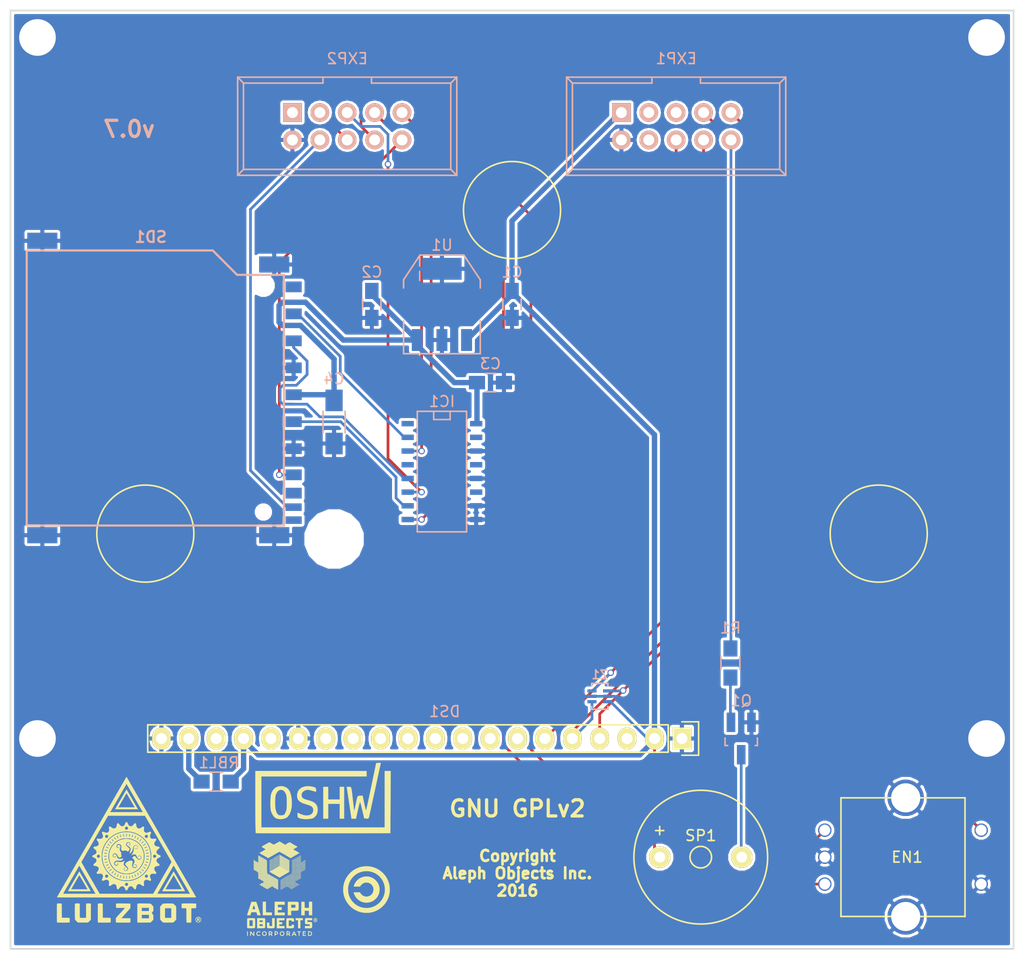
<source format=kicad_pcb>
(kicad_pcb (version 4) (host pcbnew 4.0.5+dfsg1-4)

  (general
    (links 64)
    (no_connects 0)
    (area 89.942857 50.325 197.057143 140.500001)
    (thickness 1.6)
    (drawings 7)
    (tracks 168)
    (zones 0)
    (modules 28)
    (nets 43)
  )

  (page A4)
  (title_block
    (title GLCD)
    (date 2016-09-30)
    (rev 0.7)
    (company "Aleph Objects Inc.")
    (comment 1 "GNU GPLv2, Copyright 2016")
  )

  (layers
    (0 F.Cu signal)
    (31 B.Cu signal)
    (32 B.Adhes user)
    (33 F.Adhes user)
    (34 B.Paste user)
    (35 F.Paste user)
    (36 B.SilkS user)
    (37 F.SilkS user)
    (38 B.Mask user)
    (39 F.Mask user)
    (40 Dwgs.User user)
    (41 Cmts.User user)
    (42 Eco1.User user)
    (43 Eco2.User user)
    (44 Edge.Cuts user)
    (45 Margin user)
    (46 B.CrtYd user)
    (47 F.CrtYd user)
    (48 B.Fab user)
    (49 F.Fab user)
  )

  (setup
    (last_trace_width 0.25)
    (trace_clearance 0.2)
    (zone_clearance 0.254)
    (zone_45_only yes)
    (trace_min 0.2)
    (segment_width 0.2)
    (edge_width 0.15)
    (via_size 0.6)
    (via_drill 0.4)
    (via_min_size 0.4)
    (via_min_drill 0.3)
    (uvia_size 0.762)
    (uvia_drill 0.508)
    (uvias_allowed no)
    (uvia_min_size 0)
    (uvia_min_drill 0)
    (pcb_text_width 0.3)
    (pcb_text_size 1.5 1.5)
    (mod_edge_width 0.15)
    (mod_text_size 1 1)
    (mod_text_width 0.15)
    (pad_size 3.6576 2.032)
    (pad_drill 0)
    (pad_to_mask_clearance 0.2)
    (aux_axis_origin 0 0)
    (visible_elements FFFFFF7F)
    (pcbplotparams
      (layerselection 0x010fc_80000001)
      (usegerberextensions true)
      (excludeedgelayer true)
      (linewidth 0.100000)
      (plotframeref false)
      (viasonmask false)
      (mode 1)
      (useauxorigin false)
      (hpglpennumber 1)
      (hpglpenspeed 20)
      (hpglpendiameter 15)
      (hpglpenoverlay 2)
      (psnegative false)
      (psa4output false)
      (plotreference true)
      (plotvalue true)
      (plotinvisibletext false)
      (padsonsilk false)
      (subtractmaskfromsilk false)
      (outputformat 1)
      (mirror false)
      (drillshape 0)
      (scaleselection 1)
      (outputdirectory gerbers/))
  )

  (net 0 "")
  (net 1 GND)
  (net 2 +3V3)
  (net 3 VCC)
  (net 4 /SD_DET)
  (net 5 "Net-(DS1-Pad7)")
  (net 6 "Net-(DS1-Pad8)")
  (net 7 "Net-(DS1-Pad9)")
  (net 8 "Net-(DS1-Pad10)")
  (net 9 "Net-(DS1-Pad11)")
  (net 10 "Net-(DS1-Pad12)")
  (net 11 "Net-(DS1-Pad13)")
  (net 12 "Net-(DS1-Pad14)")
  (net 13 "Net-(DS1-Pad19)")
  (net 14 /BTN_EN1)
  (net 15 /BTN_EN2)
  (net 16 /BTN_ENC)
  (net 17 "Net-(IC1-Pad16)")
  (net 18 "Net-(IC1-Pad13)")
  (net 19 "Net-(IC1-Pad6)")
  (net 20 "Net-(IC1-Pad4)")
  (net 21 "Net-(IC1-Pad2)")
  (net 22 /Beeper)
  (net 23 "Net-(Q1-Pad1)")
  (net 24 "Net-(Q1-Pad3)")
  (net 25 "Net-(IC1-Pad12)")
  (net 26 "Net-(IC1-Pad10)")
  (net 27 "Net-(IC1-Pad15)")
  (net 28 "Net-(SD1-Pad8)")
  (net 29 "Net-(SD1-Pad9)")
  (net 30 "Net-(SD1-Pad11)")
  (net 31 /MISO)
  (net 32 /SCK)
  (net 33 /SS)
  (net 34 /MOSI)
  (net 35 "/LCDRS(CS)")
  (net 36 "/LCDRW(SID)")
  (net 37 "/LCDE(SCLK)")
  (net 38 "Net-(EXP1-Pad3)")
  (net 39 "Net-(EXP1-Pad4)")
  (net 40 "Net-(EXP1-Pad5)")
  (net 41 "Net-(EXP2-Pad1)")
  (net 42 "Net-(EXP2-Pad3)")

  (net_class Default "This is the default net class."
    (clearance 0.2)
    (trace_width 0.25)
    (via_dia 0.6)
    (via_drill 0.4)
    (uvia_dia 0.762)
    (uvia_drill 0.508)
    (add_net /BTN_EN1)
    (add_net /BTN_EN2)
    (add_net /BTN_ENC)
    (add_net /Beeper)
    (add_net "/LCDE(SCLK)")
    (add_net "/LCDRS(CS)")
    (add_net "/LCDRW(SID)")
    (add_net /MISO)
    (add_net /MOSI)
    (add_net /SCK)
    (add_net /SD_DET)
    (add_net /SS)
    (add_net "Net-(DS1-Pad10)")
    (add_net "Net-(DS1-Pad11)")
    (add_net "Net-(DS1-Pad12)")
    (add_net "Net-(DS1-Pad13)")
    (add_net "Net-(DS1-Pad14)")
    (add_net "Net-(DS1-Pad19)")
    (add_net "Net-(DS1-Pad7)")
    (add_net "Net-(DS1-Pad8)")
    (add_net "Net-(DS1-Pad9)")
    (add_net "Net-(EXP1-Pad3)")
    (add_net "Net-(EXP1-Pad4)")
    (add_net "Net-(EXP1-Pad5)")
    (add_net "Net-(EXP2-Pad1)")
    (add_net "Net-(EXP2-Pad3)")
    (add_net "Net-(IC1-Pad10)")
    (add_net "Net-(IC1-Pad12)")
    (add_net "Net-(IC1-Pad13)")
    (add_net "Net-(IC1-Pad15)")
    (add_net "Net-(IC1-Pad16)")
    (add_net "Net-(IC1-Pad2)")
    (add_net "Net-(IC1-Pad4)")
    (add_net "Net-(IC1-Pad6)")
    (add_net "Net-(Q1-Pad1)")
    (add_net "Net-(Q1-Pad3)")
    (add_net "Net-(SD1-Pad11)")
    (add_net "Net-(SD1-Pad8)")
    (add_net "Net-(SD1-Pad9)")
  )

  (net_class Power ""
    (clearance 0.2)
    (trace_width 0.5)
    (via_dia 0.6)
    (via_drill 0.4)
    (uvia_dia 0.3)
    (uvia_drill 0.1)
    (add_net +3V3)
    (add_net GND)
    (add_net VCC)
  )

  (module GLCD:Rotary_Encoder locked (layer F.Cu) (tedit 580550B3) (tstamp 56F9AD16)
    (at 180 132.5)
    (path /56F9AC3C)
    (fp_text reference EN1 (at 0.135 -1) (layer F.SilkS)
      (effects (font (size 1 1) (thickness 0.15)))
    )
    (fp_text value EC11E15244B2 (at -0.5 -8.62) (layer F.Fab)
      (effects (font (size 1 1) (thickness 0.15)))
    )
    (fp_line (start 5.5 4.5) (end 5.5 -6.5) (layer F.SilkS) (width 0.15))
    (fp_line (start -6 4.5) (end 5.5 4.5) (layer F.SilkS) (width 0.15))
    (fp_line (start -6 -6.5) (end -6 4.5) (layer F.SilkS) (width 0.15))
    (fp_line (start 5.5 -6.5) (end -6 -6.5) (layer F.SilkS) (width 0.15))
    (pad 1 thru_hole circle (at -7.5 -3.5) (size 1.25 1.25) (drill 1) (layers *.Cu *.Mask)
      (net 14 /BTN_EN1) (solder_mask_margin 0.1))
    (pad 2 thru_hole circle (at -7.5 -1) (size 1.25 1.25) (drill 1) (layers *.Cu *.Mask)
      (net 1 GND) (solder_mask_margin 0.1))
    (pad 3 thru_hole circle (at -7.5 1.5) (size 1.25 1.25) (drill 1) (layers *.Cu *.Mask)
      (net 15 /BTN_EN2) (solder_mask_margin 0.1))
    (pad 6 thru_hole circle (at 0 -6.5) (size 3.375 3.375) (drill 2.7) (layers *.Cu *.Mask)
      (net 1 GND) (solder_mask_margin 0.1))
    (pad 7 thru_hole circle (at 0 4.5) (size 3.375 3.375) (drill 2.7) (layers *.Cu *.Mask)
      (net 1 GND) (solder_mask_margin 0.1))
    (pad 4 thru_hole circle (at 7 1.5) (size 1.25 1.25) (drill 1) (layers *.Cu *.Mask)
      (net 1 GND) (solder_mask_margin 0.1))
    (pad 5 thru_hole circle (at 7 -3.5) (size 1.25 1.25) (drill 1) (layers *.Cu *.Mask)
      (net 16 /BTN_ENC) (solder_mask_margin 0.1))
  )

  (module GLCD:Bumper locked (layer F.Cu) (tedit 57EED6F5) (tstamp 57F361A4)
    (at 109.5 101.5)
    (fp_text reference REF** (at 0 13) (layer F.SilkS) hide
      (effects (font (size 1 1) (thickness 0.15)))
    )
    (fp_text value Bumper (at 0 -5.5) (layer F.Fab)
      (effects (font (size 1 1) (thickness 0.15)))
    )
    (fp_circle (center 0 0) (end 4.5 0) (layer F.SilkS) (width 0.15))
  )

  (module GLCD:Bumper locked (layer F.Cu) (tedit 57EED6EA) (tstamp 57F361B3)
    (at 177.5 101.5)
    (fp_text reference REF** (at 0 13) (layer F.SilkS) hide
      (effects (font (size 1 1) (thickness 0.15)))
    )
    (fp_text value Bumper (at 0 -5.5) (layer F.Fab)
      (effects (font (size 1 1) (thickness 0.15)))
    )
    (fp_circle (center 0 0) (end 4.5 0) (layer F.SilkS) (width 0.15))
  )

  (module GLCD:Bumper locked (layer F.Cu) (tedit 57EED6DA) (tstamp 57F361BC)
    (at 143.5 71.5)
    (fp_text reference REF** (at 0 13) (layer F.SilkS) hide
      (effects (font (size 1 1) (thickness 0.15)))
    )
    (fp_text value Bumper (at 0 -5.5) (layer F.Fab)
      (effects (font (size 1 1) (thickness 0.15)))
    )
    (fp_circle (center 0 0) (end 4.5 0) (layer F.SilkS) (width 0.15))
  )

  (module GLCD:SOT-666 locked (layer B.Cu) (tedit 580550B3) (tstamp 57BE153D)
    (at 151.638 116.586 180)
    (path /57BDE69E)
    (solder_mask_margin 0.05)
    (attr smd)
    (fp_text reference Z1 (at 0 2 180) (layer B.SilkS)
      (effects (font (size 0.8 0.8) (thickness 0.15)) (justify mirror))
    )
    (fp_text value ZENER_4_CHANNEL (at 0 -2 180) (layer F.Fab)
      (effects (font (size 0.8 0.8) (thickness 0.15)))
    )
    (fp_line (start 0.75 1.2) (end -0.75 1.2) (layer B.SilkS) (width 0.15))
    (fp_line (start -0.75 -1.2) (end 0.75 -1.2) (layer B.SilkS) (width 0.15))
    (fp_line (start 0.75 1.2) (end 0.75 0.95) (layer B.SilkS) (width 0.15))
    (fp_line (start -0.75 1.2) (end -0.75 0.95) (layer B.SilkS) (width 0.15))
    (fp_line (start 0.75 -1.2) (end 0.75 -0.95) (layer B.SilkS) (width 0.15))
    (fp_line (start -0.75 -1.2) (end -0.75 -0.95) (layer B.SilkS) (width 0.15))
    (pad 6 smd rect (at 0.725 0.5 90) (size 0.3 0.85) (layers B.Cu B.Paste B.Mask)
      (net 37 "/LCDE(SCLK)"))
    (pad 5 smd rect (at 0.725 0 90) (size 0.3 0.85) (layers B.Cu B.Paste B.Mask)
      (net 1 GND))
    (pad 4 smd rect (at 0.725 -0.5 90) (size 0.3 0.85) (layers B.Cu B.Paste B.Mask)
      (net 36 "/LCDRW(SID)"))
    (pad 3 smd rect (at -0.725 -0.5 90) (size 0.3 0.85) (layers B.Cu B.Paste B.Mask)
      (net 3 VCC))
    (pad 2 smd rect (at -0.725 0 90) (size 0.3 0.85) (layers B.Cu B.Paste B.Mask)
      (net 1 GND))
    (pad 1 smd rect (at -0.725 0.5 90) (size 0.3 0.85) (layers B.Cu B.Paste B.Mask)
      (net 35 "/LCDRS(CS)"))
    (model smd_qfn/dfn6-3x3.wrl
      (at (xyz 0 0 0))
      (scale (xyz 0.5 0.5 0.8))
      (rotate (xyz 0 0 0))
    )
  )

  (module GLCD:SD_Card_Receptacle locked (layer B.Cu) (tedit 580550B3) (tstamp 57DABE6C)
    (at 124 88 90)
    (path /57D9CC4D)
    (fp_text reference SD1 (at 14 -14 180) (layer B.SilkS)
      (effects (font (size 1.016 1.016) (thickness 0.2032)) (justify mirror))
    )
    (fp_text value SD_CARD (at 11 -14 180) (layer F.Fab)
      (effects (font (size 1.016 1.016) (thickness 0.2032)))
    )
    (fp_line (start 10.4902 -1.651) (end 10.4902 -5.9944) (layer B.SilkS) (width 0.2032))
    (fp_line (start -12.7508 -25.5016) (end -12.7508 -1.651) (layer B.SilkS) (width 0.2032))
    (fp_line (start -12.7508 -1.651) (end 10.4902 -1.651) (layer B.SilkS) (width 0.2032))
    (fp_line (start 10.50036 -5.99948) (end 12.7508 -8.24992) (layer B.SilkS) (width 0.2032))
    (fp_line (start 12.7508 -8.24992) (end 12.7508 -25.49906) (layer B.SilkS) (width 0.2032))
    (fp_line (start 12.7508 -25.49906) (end -12.7508 -25.49906) (layer B.SilkS) (width 0.2032))
    (pad "" np_thru_hole circle (at 9.4996 -3.55092 90) (size 1.6002 1.6002) (drill 1.6002) (layers *.Cu *.Mask B.SilkS))
    (pad "" np_thru_hole circle (at -11.50112 -3.55092 90) (size 1.0922 1.0922) (drill 1.0922) (layers *.Cu *.Mask B.SilkS))
    (pad 11 smd rect (at -12.25042 -0.7493 90) (size 0.70104 1.50114) (layers B.Cu B.Paste B.Mask)
      (net 30 "Net-(SD1-Pad11)"))
    (pad 10 smd rect (at -11.049 -0.7493 90) (size 0.70104 1.50114) (layers B.Cu B.Paste B.Mask)
      (net 4 /SD_DET))
    (pad 1 smd rect (at 6.87578 -0.7493 90) (size 1.00076 1.50114) (layers B.Cu B.Paste B.Mask)
      (net 27 "Net-(IC1-Pad15)"))
    (pad 13 smd rect (at 11.45032 -2.55016 90) (size 1.50114 2.79908) (layers B.Cu B.Paste B.Mask)
      (net 1 GND))
    (pad 12 smd rect (at -13.64996 -2.55016 90) (size 1.50114 2.79908) (layers B.Cu B.Paste B.Mask)
      (net 1 GND))
    (pad 14 smd rect (at 13.64996 -24.05126 90) (size 1.50114 2.79908) (layers B.Cu B.Paste B.Mask)
      (net 1 GND))
    (pad 15 smd rect (at -13.64996 -24.05126 90) (size 1.50114 2.79908) (layers B.Cu B.Paste B.Mask)
      (net 1 GND))
    (pad 9 smd rect (at 9.37514 -0.7493 90) (size 1.00076 1.50114) (layers B.Cu B.Paste B.Mask)
      (net 29 "Net-(SD1-Pad9)"))
    (pad 8 smd rect (at -9.75106 -0.7493 90) (size 1.00076 1.50114) (layers B.Cu B.Paste B.Mask)
      (net 28 "Net-(SD1-Pad8)"))
    (pad 7 smd rect (at -8.04926 -0.7493 90) (size 1.00076 1.50114) (layers B.Cu B.Paste B.Mask)
      (net 31 /MISO))
    (pad 6 smd rect (at -5.6261 -0.7493 90) (size 1.00076 1.50114) (layers B.Cu B.Paste B.Mask)
      (net 1 GND))
    (pad 5 smd rect (at -3.1242 -0.7493 90) (size 1.00076 1.50114) (layers B.Cu B.Paste B.Mask)
      (net 26 "Net-(IC1-Pad10)"))
    (pad 4 smd rect (at -0.62484 -0.7493 90) (size 1.00076 1.50114) (layers B.Cu B.Paste B.Mask)
      (net 2 +3V3))
    (pad 3 smd rect (at 1.87452 -0.7493 90) (size 1.00076 1.50114) (layers B.Cu B.Paste B.Mask)
      (net 1 GND))
    (pad 2 smd rect (at 4.37388 -0.7493 90) (size 1.00076 1.50114) (layers B.Cu B.Paste B.Mask)
      (net 25 "Net-(IC1-Pad12)"))
  )

  (module TO_SOT_Packages_SMD:SOT-223 locked (layer B.Cu) (tedit 58C6A382) (tstamp 56F9AD6F)
    (at 137 80.25 180)
    (descr "module CMS SOT223 4 pins")
    (tags "CMS SOT")
    (path /56F1BA49)
    (attr smd)
    (fp_text reference U1 (at 0 5.5 180) (layer B.SilkS)
      (effects (font (size 1 1) (thickness 0.15)) (justify mirror))
    )
    (fp_text value MIC5209-3.3YS (at 0 7 180) (layer F.Fab)
      (effects (font (size 1 1) (thickness 0.15)))
    )
    (fp_line (start -3.556 -1.524) (end -3.556 -4.572) (layer B.SilkS) (width 0.15))
    (fp_line (start -3.556 -4.572) (end 3.556 -4.572) (layer B.SilkS) (width 0.15))
    (fp_line (start 3.556 -4.572) (end 3.556 -1.524) (layer B.SilkS) (width 0.15))
    (fp_line (start -3.556 1.524) (end -3.556 2.286) (layer B.SilkS) (width 0.15))
    (fp_line (start -3.556 2.286) (end -2.032 4.572) (layer B.SilkS) (width 0.15))
    (fp_line (start -2.032 4.572) (end 2.032 4.572) (layer B.SilkS) (width 0.15))
    (fp_line (start 2.032 4.572) (end 3.556 2.286) (layer B.SilkS) (width 0.15))
    (fp_line (start 3.556 2.286) (end 3.556 1.524) (layer B.SilkS) (width 0.15))
    (pad 1 smd rect (at -2.286 -3.302 180) (size 1.016 2.032) (layers B.Cu B.Paste B.Mask)
      (net 3 VCC))
    (pad 3 smd rect (at 2.286 -3.302 180) (size 1.016 2.032) (layers B.Cu B.Paste B.Mask)
      (net 2 +3V3))
    (pad 2 smd rect (at 0 -3.302 180) (size 1.016 2.032) (layers B.Cu B.Paste B.Mask)
      (net 1 GND))
    (pad 4 smd rect (at 0 3.302 180) (size 3.6576 2.032) (layers B.Cu B.Paste B.Mask)
      (net 1 GND))
    (model TO_SOT_Packages_SMD.3dshapes/SOT-223.wrl
      (at (xyz 0 0 0))
      (scale (xyz 0.4 0.4 0.4))
      (rotate (xyz 0 0 0))
    )
  )

  (module SMD_Packages:SO-16-N locked (layer B.Cu) (tedit 580550B3) (tstamp 56F9AD2A)
    (at 137 95.75 270)
    (descr "Module CMS SOJ 16 pins large")
    (tags "CMS SOJ")
    (path /56F185FF)
    (attr smd)
    (fp_text reference IC1 (at -6.5 0 360) (layer B.SilkS)
      (effects (font (size 1 1) (thickness 0.15)) (justify mirror))
    )
    (fp_text value 74HC4050 (at 6.75 0 360) (layer F.Fab)
      (effects (font (size 1 1) (thickness 0.15)))
    )
    (fp_line (start -5.588 0.762) (end -4.826 0.762) (layer B.SilkS) (width 0.15))
    (fp_line (start -4.826 0.762) (end -4.826 -0.762) (layer B.SilkS) (width 0.15))
    (fp_line (start -4.826 -0.762) (end -5.588 -0.762) (layer B.SilkS) (width 0.15))
    (fp_line (start 5.588 2.286) (end 5.588 -2.286) (layer B.SilkS) (width 0.15))
    (fp_line (start 5.588 -2.286) (end -5.588 -2.286) (layer B.SilkS) (width 0.15))
    (fp_line (start -5.588 -2.286) (end -5.588 2.286) (layer B.SilkS) (width 0.15))
    (fp_line (start -5.588 2.286) (end 5.588 2.286) (layer B.SilkS) (width 0.15))
    (pad 15 smd rect (at -3.175 3.175 270) (size 0.508 1.143) (layers B.Cu B.Paste B.Mask)
      (net 27 "Net-(IC1-Pad15)"))
    (pad 1 smd rect (at -4.445 -3.175 270) (size 0.508 1.143) (layers B.Cu B.Paste B.Mask)
      (net 2 +3V3))
    (pad 2 smd rect (at -3.175 -3.175 270) (size 0.508 1.143) (layers B.Cu B.Paste B.Mask)
      (net 21 "Net-(IC1-Pad2)"))
    (pad 3 smd rect (at -1.905 -3.175 270) (size 0.508 1.143) (layers B.Cu B.Paste B.Mask)
      (net 1 GND))
    (pad 4 smd rect (at -0.635 -3.175 270) (size 0.508 1.143) (layers B.Cu B.Paste B.Mask)
      (net 20 "Net-(IC1-Pad4)"))
    (pad 5 smd rect (at 0.635 -3.175 270) (size 0.508 1.143) (layers B.Cu B.Paste B.Mask)
      (net 1 GND))
    (pad 6 smd rect (at 1.905 -3.175 270) (size 0.508 1.143) (layers B.Cu B.Paste B.Mask)
      (net 19 "Net-(IC1-Pad6)"))
    (pad 7 smd rect (at 3.175 -3.175 270) (size 0.508 1.143) (layers B.Cu B.Paste B.Mask)
      (net 1 GND))
    (pad 8 smd rect (at 4.445 -3.175 270) (size 0.508 1.143) (layers B.Cu B.Paste B.Mask)
      (net 1 GND))
    (pad 9 smd rect (at 4.445 3.175 270) (size 0.508 1.143) (layers B.Cu B.Paste B.Mask)
      (net 32 /SCK))
    (pad 10 smd rect (at 3.175 3.175 270) (size 0.508 1.143) (layers B.Cu B.Paste B.Mask)
      (net 26 "Net-(IC1-Pad10)"))
    (pad 11 smd rect (at 1.905 3.175 270) (size 0.508 1.143) (layers B.Cu B.Paste B.Mask)
      (net 34 /MOSI))
    (pad 12 smd rect (at 0.635 3.175 270) (size 0.508 1.143) (layers B.Cu B.Paste B.Mask)
      (net 25 "Net-(IC1-Pad12)"))
    (pad 13 smd rect (at -0.635 3.175 270) (size 0.508 1.143) (layers B.Cu B.Paste B.Mask)
      (net 18 "Net-(IC1-Pad13)"))
    (pad 14 smd rect (at -1.905 3.175 270) (size 0.508 1.143) (layers B.Cu B.Paste B.Mask)
      (net 33 /SS))
    (pad 16 smd rect (at -4.445 3.175 270) (size 0.508 1.143) (layers B.Cu B.Paste B.Mask)
      (net 17 "Net-(IC1-Pad16)"))
    (model SMD_Packages.3dshapes/SO-16-N.wrl
      (at (xyz 0 0 0))
      (scale (xyz 0.5 0.4 0.5))
      (rotate (xyz 0 0 0))
    )
  )

  (module Capacitors_SMD:C_0805_HandSoldering locked (layer B.Cu) (tedit 580550B3) (tstamp 56F9ACCA)
    (at 143.5 80.25 270)
    (descr "Capacitor SMD 0805, hand soldering")
    (tags "capacitor 0805")
    (path /56F19170)
    (attr smd)
    (fp_text reference C1 (at -3 0 540) (layer B.SilkS)
      (effects (font (size 1 1) (thickness 0.15)) (justify mirror))
    )
    (fp_text value 100nF (at 3.25 0 360) (layer F.Fab)
      (effects (font (size 1 1) (thickness 0.15)))
    )
    (fp_line (start -2.3 1) (end 2.3 1) (layer B.CrtYd) (width 0.05))
    (fp_line (start -2.3 -1) (end 2.3 -1) (layer B.CrtYd) (width 0.05))
    (fp_line (start -2.3 1) (end -2.3 -1) (layer B.CrtYd) (width 0.05))
    (fp_line (start 2.3 1) (end 2.3 -1) (layer B.CrtYd) (width 0.05))
    (fp_line (start 0.5 0.85) (end -0.5 0.85) (layer B.SilkS) (width 0.15))
    (fp_line (start -0.5 -0.85) (end 0.5 -0.85) (layer B.SilkS) (width 0.15))
    (pad 2 smd rect (at 1.25 0 270) (size 1.5 1.25) (layers B.Cu B.Paste B.Mask)
      (net 1 GND))
    (pad 1 smd rect (at -1.25 0 270) (size 1.5 1.25) (layers B.Cu B.Paste B.Mask)
      (net 3 VCC))
    (model Capacitors_SMD.3dshapes/C_0805_HandSoldering.wrl
      (at (xyz 0 0 0))
      (scale (xyz 1 1 1))
      (rotate (xyz 0 0 0))
    )
  )

  (module Capacitors_SMD:C_0805_HandSoldering locked (layer B.Cu) (tedit 580550B3) (tstamp 56F9ACD0)
    (at 130.5 80.25 270)
    (descr "Capacitor SMD 0805, hand soldering")
    (tags "capacitor 0805")
    (path /57BCEFE9)
    (attr smd)
    (fp_text reference C2 (at -3 0 360) (layer B.SilkS)
      (effects (font (size 1 1) (thickness 0.15)) (justify mirror))
    )
    (fp_text value 100nF (at 3.25 0 360) (layer F.Fab)
      (effects (font (size 1 1) (thickness 0.15)))
    )
    (fp_line (start -2.3 1) (end 2.3 1) (layer B.CrtYd) (width 0.05))
    (fp_line (start -2.3 -1) (end 2.3 -1) (layer B.CrtYd) (width 0.05))
    (fp_line (start -2.3 1) (end -2.3 -1) (layer B.CrtYd) (width 0.05))
    (fp_line (start 2.3 1) (end 2.3 -1) (layer B.CrtYd) (width 0.05))
    (fp_line (start 0.5 0.85) (end -0.5 0.85) (layer B.SilkS) (width 0.15))
    (fp_line (start -0.5 -0.85) (end 0.5 -0.85) (layer B.SilkS) (width 0.15))
    (pad 2 smd rect (at 1.25 0 270) (size 1.5 1.25) (layers B.Cu B.Paste B.Mask)
      (net 1 GND))
    (pad 1 smd rect (at -1.25 0 270) (size 1.5 1.25) (layers B.Cu B.Paste B.Mask)
      (net 2 +3V3))
    (model Capacitors_SMD.3dshapes/C_0805_HandSoldering.wrl
      (at (xyz 0 0 0))
      (scale (xyz 1 1 1))
      (rotate (xyz 0 0 0))
    )
  )

  (module Capacitors_SMD:C_0805_HandSoldering locked (layer B.Cu) (tedit 580550B3) (tstamp 56F9ACD6)
    (at 141.5 87.5)
    (descr "Capacitor SMD 0805, hand soldering")
    (tags "capacitor 0805")
    (path /56F1BC3C)
    (attr smd)
    (fp_text reference C3 (at 0 -1.75) (layer B.SilkS)
      (effects (font (size 1 1) (thickness 0.15)) (justify mirror))
    )
    (fp_text value 100nF (at 0 2 180) (layer F.Fab)
      (effects (font (size 1 1) (thickness 0.15)))
    )
    (fp_line (start -2.3 1) (end 2.3 1) (layer B.CrtYd) (width 0.05))
    (fp_line (start -2.3 -1) (end 2.3 -1) (layer B.CrtYd) (width 0.05))
    (fp_line (start -2.3 1) (end -2.3 -1) (layer B.CrtYd) (width 0.05))
    (fp_line (start 2.3 1) (end 2.3 -1) (layer B.CrtYd) (width 0.05))
    (fp_line (start 0.5 0.85) (end -0.5 0.85) (layer B.SilkS) (width 0.15))
    (fp_line (start -0.5 -0.85) (end 0.5 -0.85) (layer B.SilkS) (width 0.15))
    (pad 2 smd rect (at 1.25 0) (size 1.5 1.25) (layers B.Cu B.Paste B.Mask)
      (net 1 GND))
    (pad 1 smd rect (at -1.25 0) (size 1.5 1.25) (layers B.Cu B.Paste B.Mask)
      (net 2 +3V3))
    (model Capacitors_SMD.3dshapes/C_0805_HandSoldering.wrl
      (at (xyz 0 0 0))
      (scale (xyz 1 1 1))
      (rotate (xyz 0 0 0))
    )
  )

  (module Resistors_SMD:R_0805_HandSoldering locked (layer B.Cu) (tedit 580550B3) (tstamp 56F9AD53)
    (at 163.75 113.5 270)
    (descr "Resistor SMD 0805, hand soldering")
    (tags "resistor 0805")
    (path /56F1AC43)
    (attr smd)
    (fp_text reference R1 (at -3.25 0 360) (layer B.SilkS)
      (effects (font (size 1 1) (thickness 0.15)) (justify mirror))
    )
    (fp_text value 1kΩ (at 0 -2.75 360) (layer F.Fab)
      (effects (font (size 1 1) (thickness 0.15)))
    )
    (fp_line (start -2.4 1) (end 2.4 1) (layer B.CrtYd) (width 0.05))
    (fp_line (start -2.4 -1) (end 2.4 -1) (layer B.CrtYd) (width 0.05))
    (fp_line (start -2.4 1) (end -2.4 -1) (layer B.CrtYd) (width 0.05))
    (fp_line (start 2.4 1) (end 2.4 -1) (layer B.CrtYd) (width 0.05))
    (fp_line (start 0.6 -0.875) (end -0.6 -0.875) (layer B.SilkS) (width 0.15))
    (fp_line (start -0.6 0.875) (end 0.6 0.875) (layer B.SilkS) (width 0.15))
    (pad 2 smd rect (at 1.35 0 270) (size 1.5 1.3) (layers B.Cu B.Paste B.Mask)
      (net 23 "Net-(Q1-Pad1)"))
    (pad 1 smd rect (at -1.35 0 270) (size 1.5 1.3) (layers B.Cu B.Paste B.Mask)
      (net 22 /Beeper))
    (model Resistors_SMD.3dshapes/R_0805_HandSoldering.wrl
      (at (xyz 0 0 0))
      (scale (xyz 1 1 1))
      (rotate (xyz 0 0 0))
    )
  )

  (module Capacitors_SMD:C_1206_HandSoldering locked (layer B.Cu) (tedit 580550B3) (tstamp 56F9ACDC)
    (at 127 91.15 270)
    (descr "Capacitor SMD 1206, hand soldering")
    (tags "capacitor 1206")
    (path /56F1BDAE)
    (attr smd)
    (fp_text reference C4 (at -4 0 360) (layer B.SilkS)
      (effects (font (size 1 1) (thickness 0.15)) (justify mirror))
    )
    (fp_text value 1uF (at 4.25 0 360) (layer F.Fab)
      (effects (font (size 1 1) (thickness 0.15)))
    )
    (fp_line (start -3.3 1.15) (end 3.3 1.15) (layer B.CrtYd) (width 0.05))
    (fp_line (start -3.3 -1.15) (end 3.3 -1.15) (layer B.CrtYd) (width 0.05))
    (fp_line (start -3.3 1.15) (end -3.3 -1.15) (layer B.CrtYd) (width 0.05))
    (fp_line (start 3.3 1.15) (end 3.3 -1.15) (layer B.CrtYd) (width 0.05))
    (fp_line (start 1 1.025) (end -1 1.025) (layer B.SilkS) (width 0.15))
    (fp_line (start -1 -1.025) (end 1 -1.025) (layer B.SilkS) (width 0.15))
    (pad 2 smd rect (at 2 0 270) (size 2 1.6) (layers B.Cu B.Paste B.Mask)
      (net 1 GND))
    (pad 1 smd rect (at -2 0 270) (size 2 1.6) (layers B.Cu B.Paste B.Mask)
      (net 2 +3V3))
    (model Capacitors_SMD.3dshapes/C_1206_HandSoldering.wrl
      (at (xyz 0 0 0))
      (scale (xyz 1 1 1))
      (rotate (xyz 0 0 0))
    )
  )

  (module TO_SOT_Packages_SMD:SOT-23_Handsoldering locked (layer B.Cu) (tedit 580550B3) (tstamp 56F9AD4D)
    (at 164.75 120.5)
    (descr "SOT-23, Handsoldering")
    (tags SOT-23)
    (path /56F1820D)
    (attr smd)
    (fp_text reference Q1 (at 0 -3.5) (layer B.SilkS)
      (effects (font (size 1 1) (thickness 0.15)) (justify mirror))
    )
    (fp_text value BC817-40 (at 5.75 -0.5) (layer F.Fab)
      (effects (font (size 1 1) (thickness 0.15)))
    )
    (fp_line (start -1.49982 -0.0508) (end -1.49982 0.65024) (layer B.SilkS) (width 0.15))
    (fp_line (start -1.49982 0.65024) (end -1.2509 0.65024) (layer B.SilkS) (width 0.15))
    (fp_line (start 1.29916 0.65024) (end 1.49982 0.65024) (layer B.SilkS) (width 0.15))
    (fp_line (start 1.49982 0.65024) (end 1.49982 -0.0508) (layer B.SilkS) (width 0.15))
    (pad 3 smd rect (at 0 1.50114) (size 0.8001 1.80086) (layers B.Cu B.Paste B.Mask)
      (net 24 "Net-(Q1-Pad3)"))
    (pad 2 smd rect (at 0.95 -1.50114) (size 0.8001 1.80086) (layers B.Cu B.Paste B.Mask)
      (net 1 GND))
    (pad 1 smd rect (at -0.95 -1.50114) (size 0.8001 1.80086) (layers B.Cu B.Paste B.Mask)
      (net 23 "Net-(Q1-Pad1)"))
    (model TO_SOT_Packages_SMD.3dshapes/SOT-23_Handsoldering.wrl
      (at (xyz 0 0 0))
      (scale (xyz 1 1 1))
      (rotate (xyz 0 0 0))
    )
  )

  (module Pin_Headers:Pin_Header_Straight_1x20 locked (layer F.Cu) (tedit 580550B3) (tstamp 56F9AD07)
    (at 159.25 120.5 270)
    (descr "Through hole pin header")
    (tags "pin header")
    (path /56F43C9E)
    (fp_text reference DS1 (at -2.5 22 360) (layer B.SilkS)
      (effects (font (size 1 1) (thickness 0.15)) (justify mirror))
    )
    (fp_text value LCD_Panel (at -4 22.5 360) (layer F.Fab)
      (effects (font (size 1 1) (thickness 0.15)))
    )
    (fp_line (start -1.75 -1.75) (end -1.75 50.05) (layer F.CrtYd) (width 0.05))
    (fp_line (start 1.75 -1.75) (end 1.75 50.05) (layer F.CrtYd) (width 0.05))
    (fp_line (start -1.75 -1.75) (end 1.75 -1.75) (layer F.CrtYd) (width 0.05))
    (fp_line (start -1.75 50.05) (end 1.75 50.05) (layer F.CrtYd) (width 0.05))
    (fp_line (start 1.27 1.27) (end 1.27 49.53) (layer F.SilkS) (width 0.15))
    (fp_line (start 1.27 49.53) (end -1.27 49.53) (layer F.SilkS) (width 0.15))
    (fp_line (start -1.27 49.53) (end -1.27 1.27) (layer F.SilkS) (width 0.15))
    (fp_line (start 1.55 -1.55) (end 1.55 0) (layer F.SilkS) (width 0.15))
    (fp_line (start 1.27 1.27) (end -1.27 1.27) (layer F.SilkS) (width 0.15))
    (fp_line (start -1.55 0) (end -1.55 -1.55) (layer F.SilkS) (width 0.15))
    (fp_line (start -1.55 -1.55) (end 1.55 -1.55) (layer F.SilkS) (width 0.15))
    (pad 20 thru_hole oval (at 0 48.26 270) (size 2.032 1.7272) (drill 1.016) (layers *.Cu *.Mask F.SilkS)
      (net 1 GND))
    (pad 19 thru_hole oval (at 0 45.72 270) (size 2.032 1.7272) (drill 1.016) (layers *.Cu *.Mask F.SilkS)
      (net 13 "Net-(DS1-Pad19)"))
    (pad 18 thru_hole oval (at 0 43.18 270) (size 2.032 1.7272) (drill 1.016) (layers *.Cu *.Mask F.SilkS))
    (pad 17 thru_hole oval (at 0 40.64 270) (size 2.032 1.7272) (drill 1.016) (layers *.Cu *.Mask F.SilkS)
      (net 3 VCC))
    (pad 16 thru_hole oval (at 0 38.1 270) (size 2.032 1.7272) (drill 1.016) (layers *.Cu *.Mask F.SilkS))
    (pad 15 thru_hole oval (at 0 35.56 270) (size 2.032 1.7272) (drill 1.016) (layers *.Cu *.Mask F.SilkS)
      (net 1 GND))
    (pad 14 thru_hole oval (at 0 33.02 270) (size 2.032 1.7272) (drill 1.016) (layers *.Cu *.Mask F.SilkS)
      (net 12 "Net-(DS1-Pad14)"))
    (pad 13 thru_hole oval (at 0 30.48 270) (size 2.032 1.7272) (drill 1.016) (layers *.Cu *.Mask F.SilkS)
      (net 11 "Net-(DS1-Pad13)"))
    (pad 12 thru_hole oval (at 0 27.94 270) (size 2.032 1.7272) (drill 1.016) (layers *.Cu *.Mask F.SilkS)
      (net 10 "Net-(DS1-Pad12)"))
    (pad 11 thru_hole oval (at 0 25.4 270) (size 2.032 1.7272) (drill 1.016) (layers *.Cu *.Mask F.SilkS)
      (net 9 "Net-(DS1-Pad11)"))
    (pad 10 thru_hole oval (at 0 22.86 270) (size 2.032 1.7272) (drill 1.016) (layers *.Cu *.Mask F.SilkS)
      (net 8 "Net-(DS1-Pad10)"))
    (pad 9 thru_hole oval (at 0 20.32 270) (size 2.032 1.7272) (drill 1.016) (layers *.Cu *.Mask F.SilkS)
      (net 7 "Net-(DS1-Pad9)"))
    (pad 8 thru_hole oval (at 0 17.78 270) (size 2.032 1.7272) (drill 1.016) (layers *.Cu *.Mask F.SilkS)
      (net 6 "Net-(DS1-Pad8)"))
    (pad 7 thru_hole oval (at 0 15.24 270) (size 2.032 1.7272) (drill 1.016) (layers *.Cu *.Mask F.SilkS)
      (net 5 "Net-(DS1-Pad7)"))
    (pad 6 thru_hole oval (at 0 12.7 270) (size 2.032 1.7272) (drill 1.016) (layers *.Cu *.Mask F.SilkS)
      (net 37 "/LCDE(SCLK)"))
    (pad 5 thru_hole oval (at 0 10.16 270) (size 2.032 1.7272) (drill 1.016) (layers *.Cu *.Mask F.SilkS)
      (net 36 "/LCDRW(SID)"))
    (pad 4 thru_hole oval (at 0 7.62 270) (size 2.032 1.7272) (drill 1.016) (layers *.Cu *.Mask F.SilkS)
      (net 35 "/LCDRS(CS)"))
    (pad 3 thru_hole oval (at 0 5.08 270) (size 2.032 1.7272) (drill 1.016) (layers *.Cu *.Mask F.SilkS))
    (pad 2 thru_hole oval (at 0 2.54 270) (size 2.032 1.7272) (drill 1.016) (layers *.Cu *.Mask F.SilkS)
      (net 3 VCC))
    (pad 1 thru_hole rect (at 0 0 270) (size 2.032 1.7272) (drill 1.016) (layers *.Cu *.Mask F.SilkS)
      (net 1 GND))
    (model Pin_Headers.3dshapes/Pin_Header_Straight_1x20.wrl
      (at (xyz 0 -0.95 0))
      (scale (xyz 1 1 1))
      (rotate (xyz 0 0 90))
    )
  )

  (module Connect:IDC_Header_Straight_10pins locked (layer B.Cu) (tedit 580550B3) (tstamp 56FABC4B)
    (at 123.14 62.46)
    (descr "10 pins through hole IDC header")
    (tags "IDC header socket VASCH")
    (path /56F18854)
    (fp_text reference EXP2 (at 5.08 -5) (layer B.SilkS)
      (effects (font (size 1 1) (thickness 0.15)) (justify mirror))
    )
    (fp_text value CONN_02X05 (at 5.08 7) (layer F.Fab)
      (effects (font (size 1 1) (thickness 0.15)))
    )
    (fp_line (start -5.08 5.82) (end 15.24 5.82) (layer B.SilkS) (width 0.15))
    (fp_line (start -4.54 5.27) (end 14.68 5.27) (layer B.SilkS) (width 0.15))
    (fp_line (start -5.08 -3.28) (end 15.24 -3.28) (layer B.SilkS) (width 0.15))
    (fp_line (start -4.54 -2.73) (end 2.83 -2.73) (layer B.SilkS) (width 0.15))
    (fp_line (start 7.33 -2.73) (end 14.68 -2.73) (layer B.SilkS) (width 0.15))
    (fp_line (start 2.83 -2.73) (end 2.83 -3.28) (layer B.SilkS) (width 0.15))
    (fp_line (start 7.33 -2.73) (end 7.33 -3.28) (layer B.SilkS) (width 0.15))
    (fp_line (start -5.08 5.82) (end -5.08 -3.28) (layer B.SilkS) (width 0.15))
    (fp_line (start -4.54 5.27) (end -4.54 -2.73) (layer B.SilkS) (width 0.15))
    (fp_line (start 15.24 5.82) (end 15.24 -3.28) (layer B.SilkS) (width 0.15))
    (fp_line (start 14.68 5.27) (end 14.68 -2.73) (layer B.SilkS) (width 0.15))
    (fp_line (start -5.08 5.82) (end -4.54 5.27) (layer B.SilkS) (width 0.15))
    (fp_line (start 15.24 5.82) (end 14.68 5.27) (layer B.SilkS) (width 0.15))
    (fp_line (start -5.08 -3.28) (end -4.54 -2.73) (layer B.SilkS) (width 0.15))
    (fp_line (start 15.24 -3.28) (end 14.68 -2.73) (layer B.SilkS) (width 0.15))
    (fp_line (start -5.35 6.05) (end 15.5 6.05) (layer B.CrtYd) (width 0.05))
    (fp_line (start 15.5 6.05) (end 15.5 -3.55) (layer B.CrtYd) (width 0.05))
    (fp_line (start 15.5 -3.55) (end -5.35 -3.55) (layer B.CrtYd) (width 0.05))
    (fp_line (start -5.35 -3.55) (end -5.35 6.05) (layer B.CrtYd) (width 0.05))
    (pad 10 thru_hole oval (at 10.16 2.54) (size 1.7272 1.7272) (drill 1.016) (layers *.Cu *.Mask B.SilkS)
      (net 31 /MISO))
    (pad 9 thru_hole oval (at 10.16 0) (size 1.7272 1.7272) (drill 1.016) (layers *.Cu *.Mask B.SilkS)
      (net 32 /SCK))
    (pad 8 thru_hole oval (at 7.62 2.54) (size 1.7272 1.7272) (drill 1.016) (layers *.Cu *.Mask B.SilkS)
      (net 15 /BTN_EN2))
    (pad 7 thru_hole oval (at 7.62 0) (size 1.7272 1.7272) (drill 1.016) (layers *.Cu *.Mask B.SilkS)
      (net 33 /SS))
    (pad 6 thru_hole oval (at 5.08 2.54) (size 1.7272 1.7272) (drill 1.016) (layers *.Cu *.Mask B.SilkS)
      (net 14 /BTN_EN1))
    (pad 5 thru_hole oval (at 5.08 0) (size 1.7272 1.7272) (drill 1.016) (layers *.Cu *.Mask B.SilkS)
      (net 34 /MOSI))
    (pad 4 thru_hole oval (at 2.54 2.54) (size 1.7272 1.7272) (drill 1.016) (layers *.Cu *.Mask B.SilkS)
      (net 4 /SD_DET))
    (pad 3 thru_hole oval (at 2.54 0) (size 1.7272 1.7272) (drill 1.016) (layers *.Cu *.Mask B.SilkS)
      (net 42 "Net-(EXP2-Pad3)"))
    (pad 2 thru_hole oval (at 0 2.54) (size 1.7272 1.7272) (drill 1.016) (layers *.Cu *.Mask B.SilkS)
      (net 1 GND))
    (pad 1 thru_hole rect (at 0 0) (size 1.7272 1.7272) (drill 1.016) (layers *.Cu *.Mask B.SilkS)
      (net 41 "Net-(EXP2-Pad1)"))
  )

  (module Mounting_Holes:MountingHole_3.2mm_M3 locked (layer F.Cu) (tedit 580550B3) (tstamp 57B0FF8A)
    (at 99.5 55.5)
    (descr "Mounting Hole 3.2mm, no annular, M3")
    (tags "mounting hole 3.2mm no annular m3")
    (zone_connect 2)
    (fp_text reference REF** (at 0 -4.2) (layer F.SilkS) hide
      (effects (font (size 1 1) (thickness 0.15)))
    )
    (fp_text value MountingHole_3.2mm_M3 (at 0 4.2) (layer F.Fab) hide
      (effects (font (size 1 1) (thickness 0.15)))
    )
    (fp_circle (center 0 0) (end 3.2 0) (layer Cmts.User) (width 0.15))
    (fp_circle (center 0 0) (end 3.45 0) (layer F.CrtYd) (width 0.05))
    (pad "" thru_hole circle (at 0 0) (size 4.15 4.15) (drill 3.4) (layers *.Cu *.Mask)
      (net 1 GND) (zone_connect 2))
  )

  (module Mounting_Holes:MountingHole_3.2mm_M3 locked (layer F.Cu) (tedit 580550B3) (tstamp 57B0FF7D)
    (at 187.5 120.5)
    (descr "Mounting Hole 3.2mm, no annular, M3")
    (tags "mounting hole 3.2mm no annular m3")
    (zone_connect 2)
    (fp_text reference REF** (at 0 -4.2) (layer F.SilkS) hide
      (effects (font (size 1 1) (thickness 0.15)))
    )
    (fp_text value MountingHole_3.2mm_M3 (at 0 4.2) (layer F.Fab) hide
      (effects (font (size 1 1) (thickness 0.15)))
    )
    (fp_circle (center 0 0) (end 3.2 0) (layer Cmts.User) (width 0.15))
    (fp_circle (center 0 0) (end 3.45 0) (layer F.CrtYd) (width 0.05))
    (pad "" thru_hole circle (at 0 0) (size 4.15 4.15) (drill 3.4) (layers *.Cu *.Mask)
      (net 1 GND) (zone_connect 2))
  )

  (module Mounting_Holes:MountingHole_3.2mm_M3 locked (layer F.Cu) (tedit 580550B3) (tstamp 57B0FF84)
    (at 99.5 120.5)
    (descr "Mounting Hole 3.2mm, no annular, M3")
    (tags "mounting hole 3.2mm no annular m3")
    (zone_connect 2)
    (fp_text reference REF** (at 0 -4.2) (layer F.SilkS) hide
      (effects (font (size 1 1) (thickness 0.15)))
    )
    (fp_text value MountingHole_3.2mm_M3 (at 0 4.2) (layer F.Fab) hide
      (effects (font (size 1 1) (thickness 0.15)))
    )
    (fp_circle (center 0 0) (end 3.2 0) (layer Cmts.User) (width 0.15))
    (fp_circle (center 0 0) (end 3.45 0) (layer F.CrtYd) (width 0.05))
    (pad "" thru_hole circle (at 0 0) (size 4.15 4.15) (drill 3.4) (layers *.Cu *.Mask)
      (net 1 GND) (zone_connect 2))
  )

  (module Resistors_SMD:R_0805_HandSoldering locked (layer B.Cu) (tedit 580550B3) (tstamp 56F9AD59)
    (at 116.06784 124.49556 180)
    (descr "Resistor SMD 0805, hand soldering")
    (tags "resistor 0805")
    (path /56F4473E)
    (attr smd)
    (fp_text reference RBL1 (at -0.25 1.75 180) (layer B.SilkS)
      (effects (font (size 1 1) (thickness 0.15)) (justify mirror))
    )
    (fp_text value 68Ω (at 0 -1.75 180) (layer F.Fab)
      (effects (font (size 1 1) (thickness 0.15)))
    )
    (fp_line (start -2.4 1) (end 2.4 1) (layer B.CrtYd) (width 0.05))
    (fp_line (start -2.4 -1) (end 2.4 -1) (layer B.CrtYd) (width 0.05))
    (fp_line (start -2.4 1) (end -2.4 -1) (layer B.CrtYd) (width 0.05))
    (fp_line (start 2.4 1) (end 2.4 -1) (layer B.CrtYd) (width 0.05))
    (fp_line (start 0.6 -0.875) (end -0.6 -0.875) (layer B.SilkS) (width 0.15))
    (fp_line (start -0.6 0.875) (end 0.6 0.875) (layer B.SilkS) (width 0.15))
    (pad 2 smd rect (at 1.35 0 180) (size 1.5 1.3) (layers B.Cu B.Paste B.Mask)
      (net 13 "Net-(DS1-Pad19)"))
    (pad 1 smd rect (at -1.35 0 180) (size 1.5 1.3) (layers B.Cu B.Paste B.Mask)
      (net 3 VCC))
    (model Resistors_SMD.3dshapes/R_0805_HandSoldering.wrl
      (at (xyz 0 0 0))
      (scale (xyz 1 1 1))
      (rotate (xyz 0 0 0))
    )
  )

  (module Buzzers_Beepers:Buzzer_12x9.5RM7.6 locked (layer F.Cu) (tedit 580550B3) (tstamp 56F9AD5F)
    (at 161 131.5)
    (descr "Generic Buzzer, D12mm height 9.5mm with RM7.6mm")
    (tags buzzer)
    (path /56F18334)
    (fp_text reference SP1 (at 0 -2) (layer F.SilkS)
      (effects (font (size 1 1) (thickness 0.15)))
    )
    (fp_text value SPEAKER (at -0.24 3.342) (layer F.Fab)
      (effects (font (size 1 1) (thickness 0.15)))
    )
    (fp_circle (center 0 0) (end 1.00076 0) (layer F.SilkS) (width 0.15))
    (fp_text user + (at -3.81 -2.54) (layer F.SilkS)
      (effects (font (size 1 1) (thickness 0.15)))
    )
    (fp_circle (center 0 0) (end 6.20014 0) (layer F.SilkS) (width 0.15))
    (pad 2 thru_hole circle (at 3.79984 0) (size 2 2) (drill 1.00076) (layers *.Cu *.Mask F.SilkS)
      (net 24 "Net-(Q1-Pad3)"))
    (pad 1 thru_hole circle (at -3.79984 0) (size 2 2) (drill 1.00076) (layers *.Cu *.Mask F.SilkS)
      (net 3 VCC))
    (model Buzzers_Beepers.3dshapes/Buzzer_12x9.5RM7.6.wrl
      (at (xyz 0 0 0))
      (scale (xyz 4 4 4))
      (rotate (xyz 0 0 0))
    )
  )

  (module GLCD:LulzBot locked (layer F.Cu) (tedit 0) (tstamp 56FF74B1)
    (at 108 131)
    (fp_text reference G*** (at 0 0) (layer F.SilkS) hide
      (effects (font (thickness 0.3)))
    )
    (fp_text value LOGO (at 0.75 0) (layer F.SilkS) hide
      (effects (font (thickness 0.3)))
    )
    (fp_poly (pts (xy -6.464667 4.795024) (xy -6.408222 4.796251) (xy -6.356625 4.798528) (xy -6.313986 4.801816)
      (xy -6.284413 4.806074) (xy -6.273202 4.809937) (xy -6.26922 4.813449) (xy -6.265794 4.818726)
      (xy -6.262868 4.827269) (xy -6.260387 4.840579) (xy -6.258295 4.860154) (xy -6.256534 4.887495)
      (xy -6.25505 4.924103) (xy -6.253785 4.971476) (xy -6.252685 5.031115) (xy -6.251692 5.104521)
      (xy -6.250751 5.193192) (xy -6.249805 5.29863) (xy -6.248798 5.422334) (xy -6.2484 5.472877)
      (xy -6.24332 6.1214) (xy -5.896886 6.12648) (xy -5.799075 6.128076) (xy -5.719782 6.129771)
      (xy -5.657209 6.131657) (xy -5.609553 6.133831) (xy -5.575015 6.136386) (xy -5.551794 6.139416)
      (xy -5.53809 6.143015) (xy -5.533666 6.145504) (xy -5.52768 6.152831) (xy -5.523283 6.165311)
      (xy -5.52024 6.185779) (xy -5.518318 6.21707) (xy -5.517283 6.262021) (xy -5.516903 6.323467)
      (xy -5.51688 6.349212) (xy -5.51738 6.424842) (xy -5.518936 6.481567) (xy -5.521632 6.520775)
      (xy -5.525551 6.543857) (xy -5.529073 6.551168) (xy -5.536976 6.553953) (xy -5.555458 6.556304)
      (xy -5.585712 6.558245) (xy -5.628926 6.559799) (xy -5.686293 6.56099) (xy -5.759003 6.561841)
      (xy -5.848246 6.562375) (xy -5.955214 6.562617) (xy -6.081096 6.562589) (xy -6.105653 6.562557)
      (xy -6.211105 6.562318) (xy -6.310599 6.561919) (xy -6.402254 6.561379) (xy -6.48419 6.560719)
      (xy -6.554526 6.559956) (xy -6.611383 6.559112) (xy -6.65288 6.558204) (xy -6.677136 6.557252)
      (xy -6.68274 6.556631) (xy -6.685067 6.551799) (xy -6.687111 6.538586) (xy -6.688889 6.515922)
      (xy -6.690414 6.482736) (xy -6.691704 6.437958) (xy -6.692774 6.380519) (xy -6.693639 6.309347)
      (xy -6.694315 6.223373) (xy -6.694817 6.121526) (xy -6.695162 6.002737) (xy -6.695364 5.865935)
      (xy -6.695439 5.71005) (xy -6.69544 5.68403) (xy -6.69543 5.5313) (xy -6.69538 5.397605)
      (xy -6.69526 5.281661) (xy -6.695044 5.182184) (xy -6.694701 5.097889) (xy -6.694203 5.027491)
      (xy -6.693521 4.969707) (xy -6.692627 4.923251) (xy -6.691491 4.88684) (xy -6.690086 4.859188)
      (xy -6.688381 4.839012) (xy -6.68635 4.825026) (xy -6.683962 4.815947) (xy -6.681188 4.81049)
      (xy -6.678002 4.80737) (xy -6.675788 4.806037) (xy -6.656742 4.801415) (xy -6.621997 4.798043)
      (xy -6.575663 4.79588) (xy -6.52185 4.794887) (xy -6.464667 4.795024)) (layer F.SilkS) (width 0.01))
    (fp_poly (pts (xy -3.705455 4.79574) (xy -3.655948 4.796576) (xy -3.620652 4.798293) (xy -3.596512 4.801156)
      (xy -3.580476 4.805429) (xy -3.56949 4.811376) (xy -3.566999 4.8133) (xy -3.545266 4.83108)
      (xy -3.548093 5.565093) (xy -3.55092 6.299107) (xy -3.680503 6.428693) (xy -3.810085 6.55828)
      (xy -4.269783 6.560331) (xy -4.365194 6.560562) (xy -4.454865 6.560403) (xy -4.536643 6.559885)
      (xy -4.608376 6.559039) (xy -4.667911 6.557895) (xy -4.713098 6.556486) (xy -4.741784 6.554842)
      (xy -4.751294 6.553426) (xy -4.77027 6.541061) (xy -4.799061 6.516785) (xy -4.834618 6.483747)
      (xy -4.87389 6.445096) (xy -4.913827 6.403982) (xy -4.95138 6.363552) (xy -4.983498 6.326957)
      (xy -5.007131 6.297346) (xy -5.01923 6.277867) (xy -5.019816 6.276177) (xy -5.021471 6.260342)
      (xy -5.02302 6.225755) (xy -5.024441 6.173985) (xy -5.025715 6.1066) (xy -5.026822 6.025168)
      (xy -5.027742 5.931257) (xy -5.028455 5.826436) (xy -5.02894 5.712273) (xy -5.029179 5.590335)
      (xy -5.0292 5.539807) (xy -5.029188 5.403206) (xy -5.029123 5.285474) (xy -5.028964 5.185161)
      (xy -5.028672 5.100815) (xy -5.028205 5.030986) (xy -5.027523 4.974222) (xy -5.026585 4.929074)
      (xy -5.025349 4.89409) (xy -5.023777 4.867819) (xy -5.021826 4.848811) (xy -5.019456 4.835615)
      (xy -5.016626 4.82678) (xy -5.013296 4.820854) (xy -5.009425 4.816388) (xy -5.00888 4.81584)
      (xy -5.000358 4.808641) (xy -4.989286 4.803371) (xy -4.972624 4.799731) (xy -4.947333 4.797424)
      (xy -4.910372 4.796151) (xy -4.8587 4.795617) (xy -4.801326 4.79552) (xy -4.733189 4.795771)
      (xy -4.682543 4.796673) (xy -4.646564 4.798448) (xy -4.622428 4.801317) (xy -4.607311 4.805502)
      (xy -4.598389 4.811226) (xy -4.598126 4.811485) (xy -4.594837 4.816494) (xy -4.592026 4.825433)
      (xy -4.589656 4.83979) (xy -4.587692 4.861054) (xy -4.586096 4.890715) (xy -4.584833 4.930261)
      (xy -4.583864 4.981183) (xy -4.583153 5.044969) (xy -4.582664 5.123108) (xy -4.58236 5.217089)
      (xy -4.582205 5.328403) (xy -4.582161 5.458537) (xy -4.58216 5.459465) (xy -4.582114 5.590082)
      (xy -4.581949 5.701879) (xy -4.58163 5.796356) (xy -4.581121 5.875013) (xy -4.580386 5.93935)
      (xy -4.579387 5.990866) (xy -4.57809 6.031062) (xy -4.576457 6.061438) (xy -4.574453 6.083493)
      (xy -4.572041 6.098728) (xy -4.569185 6.108642) (xy -4.566344 6.114059) (xy -4.561052 6.120911)
      (xy -4.554319 6.126214) (xy -4.543698 6.130167) (xy -4.526742 6.132969) (xy -4.501004 6.134817)
      (xy -4.464036 6.13591) (xy -4.413392 6.136445) (xy -4.346623 6.136623) (xy -4.28767 6.13664)
      (xy -4.206115 6.136493) (xy -4.142519 6.135962) (xy -4.094523 6.134912) (xy -4.059768 6.133208)
      (xy -4.035894 6.130715) (xy -4.020542 6.127297) (xy -4.011353 6.12282) (xy -4.008846 6.120674)
      (xy -4.005571 6.115683) (xy -4.002769 6.106772) (xy -4.000406 6.092459) (xy -3.998445 6.071261)
      (xy -3.996849 6.041696) (xy -3.995583 6.002283) (xy -3.994611 5.951538) (xy -3.993895 5.88798)
      (xy -3.993401 5.810127) (xy -3.993091 5.716496) (xy -3.99293 5.605605) (xy -3.992881 5.475972)
      (xy -3.99288 5.466928) (xy -3.992856 5.337099) (xy -3.992755 5.226074) (xy -3.992534 5.132336)
      (xy -3.99215 5.054371) (xy -3.991559 4.990661) (xy -3.990719 4.939692) (xy -3.989588 4.899947)
      (xy -3.988121 4.86991) (xy -3.986275 4.848066) (xy -3.984009 4.832897) (xy -3.981278 4.822889)
      (xy -3.97804 4.816525) (xy -3.9743 4.812334) (xy -3.964924 4.806213) (xy -3.950363 4.801747)
      (xy -3.927662 4.798691) (xy -3.893863 4.796799) (xy -3.84601 4.795825) (xy -3.781147 4.795522)
      (xy -3.772226 4.79552) (xy -3.705455 4.79574)) (layer F.SilkS) (width 0.01))
    (fp_poly (pts (xy -2.612855 4.795091) (xy -2.560228 4.797224) (xy -2.516413 4.800674) (xy -2.485566 4.805441)
      (xy -2.473362 4.809936) (xy -2.46938 4.813448) (xy -2.465954 4.818725) (xy -2.463028 4.827268)
      (xy -2.460547 4.840577) (xy -2.458455 4.860152) (xy -2.456694 4.887494) (xy -2.45521 4.924101)
      (xy -2.453945 4.971474) (xy -2.452845 5.031113) (xy -2.451852 5.104518) (xy -2.450911 5.19319)
      (xy -2.449965 5.298627) (xy -2.448958 5.422331) (xy -2.44856 5.472876) (xy -2.44348 6.1214)
      (xy -2.097046 6.12648) (xy -1.999235 6.128076) (xy -1.919942 6.129771) (xy -1.857369 6.131657)
      (xy -1.809713 6.133831) (xy -1.775175 6.136386) (xy -1.751954 6.139416) (xy -1.73825 6.143015)
      (xy -1.733826 6.145504) (xy -1.72784 6.152831) (xy -1.723443 6.165311) (xy -1.7204 6.185779)
      (xy -1.718478 6.21707) (xy -1.717443 6.262021) (xy -1.717063 6.323467) (xy -1.71704 6.349212)
      (xy -1.71754 6.424842) (xy -1.719096 6.481567) (xy -1.721792 6.520775) (xy -1.725711 6.543857)
      (xy -1.729233 6.551168) (xy -1.741561 6.553589) (xy -1.771965 6.555765) (xy -1.818198 6.55769)
      (xy -1.878018 6.559359) (xy -1.949179 6.56077) (xy -2.029438 6.561916) (xy -2.116551 6.562794)
      (xy -2.208273 6.5634) (xy -2.30236 6.563728) (xy -2.396568 6.563775) (xy -2.488652 6.563537)
      (xy -2.57637 6.563009) (xy -2.657476 6.562186) (xy -2.729726 6.561065) (xy -2.790876 6.55964)
      (xy -2.838682 6.557908) (xy -2.8709 6.555865) (xy -2.885285 6.553505) (xy -2.88544 6.553415)
      (xy -2.888165 6.549809) (xy -2.890551 6.54183) (xy -2.892619 6.528233) (xy -2.894392 6.507773)
      (xy -2.895891 6.479202) (xy -2.897139 6.441277) (xy -2.898157 6.392752) (xy -2.898967 6.332381)
      (xy -2.89959 6.258919) (xy -2.90005 6.171121) (xy -2.900366 6.067741) (xy -2.900562 5.947533)
      (xy -2.900659 5.809253) (xy -2.90068 5.684071) (xy -2.90067 5.532057) (xy -2.900618 5.399066)
      (xy -2.900497 5.283803) (xy -2.900275 5.184971) (xy -2.899926 5.101273) (xy -2.899418 5.031413)
      (xy -2.898724 4.974094) (xy -2.897813 4.928022) (xy -2.896656 4.891898) (xy -2.895224 4.864426)
      (xy -2.893489 4.844311) (xy -2.89142 4.830256) (xy -2.888988 4.820964) (xy -2.886165 4.815139)
      (xy -2.88292 4.811485) (xy -2.880959 4.80994) (xy -2.862727 4.804174) (xy -2.828373 4.799725)
      (xy -2.782054 4.796591) (xy -2.727924 4.794775) (xy -2.670139 4.794275) (xy -2.612855 4.795091)) (layer F.SilkS) (width 0.01))
    (fp_poly (pts (xy -0.83043 4.796739) (xy -0.728583 4.797065) (xy -0.608703 4.79755) (xy -0.542514 4.797836)
      (xy -0.41311 4.798417) (xy -0.302509 4.798982) (xy -0.209196 4.799586) (xy -0.131655 4.800279)
      (xy -0.068369 4.801114) (xy -0.017822 4.802145) (xy 0.021503 4.803423) (xy 0.05112 4.805)
      (xy 0.072546 4.806929) (xy 0.087298 4.809264) (xy 0.096892 4.812055) (xy 0.102843 4.815355)
      (xy 0.106668 4.819218) (xy 0.107502 4.820321) (xy 0.113191 4.833082) (xy 0.117272 4.855207)
      (xy 0.119951 4.889384) (xy 0.121432 4.938299) (xy 0.121917 5.004639) (xy 0.12192 5.01016)
      (xy 0.121355 5.068769) (xy 0.119794 5.121832) (xy 0.117436 5.165329) (xy 0.114479 5.19524)
      (xy 0.112245 5.205722) (xy 0.101403 5.223312) (xy 0.076962 5.255193) (xy 0.039305 5.300913)
      (xy -0.011183 5.36002) (xy -0.074118 5.432061) (xy -0.149116 5.516585) (xy -0.204003 5.57784)
      (xy -0.227788 5.604395) (xy -0.262796 5.643615) (xy -0.306766 5.692962) (xy -0.357439 5.749897)
      (xy -0.412556 5.811881) (xy -0.469856 5.876378) (xy -0.497967 5.90804) (xy -0.723424 6.16204)
      (xy -0.313452 6.164618) (xy -0.210688 6.165327) (xy -0.126366 6.166096) (xy -0.058609 6.167011)
      (xy -0.005538 6.168161) (xy 0.034723 6.169633) (xy 0.064053 6.171514) (xy 0.084329 6.173894)
      (xy 0.09743 6.176858) (xy 0.105232 6.180495) (xy 0.10922 6.18434) (xy 0.114648 6.199891)
      (xy 0.118495 6.230681) (xy 0.120866 6.278244) (xy 0.121869 6.344117) (xy 0.12192 6.366456)
      (xy 0.121608 6.430252) (xy 0.120497 6.476753) (xy 0.118319 6.508976) (xy 0.114809 6.529938)
      (xy 0.1097 6.542659) (xy 0.105954 6.547394) (xy 0.100993 6.550646) (xy 0.092128 6.553431)
      (xy 0.077886 6.555784) (xy 0.056797 6.557741) (xy 0.027392 6.559336) (xy -0.011802 6.560605)
      (xy -0.062254 6.561584) (xy -0.125436 6.562307) (xy -0.202818 6.562811) (xy -0.29587 6.563131)
      (xy -0.406063 6.563301) (xy -0.534869 6.563359) (xy -0.557494 6.56336) (xy -0.696529 6.563265)
      (xy -0.816359 6.562967) (xy -0.9181 6.562445) (xy -1.002867 6.561678) (xy -1.071776 6.560646)
      (xy -1.12594 6.559329) (xy -1.166476 6.557705) (xy -1.194498 6.555754) (xy -1.211121 6.553455)
      (xy -1.217168 6.551168) (xy -1.221737 6.536575) (xy -1.225238 6.505645) (xy -1.227679 6.462332)
      (xy -1.229072 6.410589) (xy -1.229424 6.354371) (xy -1.228746 6.297631) (xy -1.227047 6.244324)
      (xy -1.224336 6.198404) (xy -1.220623 6.163825) (xy -1.216202 6.145137) (xy -1.205641 6.129289)
      (xy -1.183608 6.101444) (xy -1.1525 6.064452) (xy -1.114718 6.021164) (xy -1.072659 5.974434)
      (xy -1.07188 5.973581) (xy -1.029298 5.926965) (xy -0.990231 5.884135) (xy -0.957222 5.847887)
      (xy -0.932815 5.821013) (xy -0.919554 5.806306) (xy -0.91948 5.806223) (xy -0.906269 5.791512)
      (xy -0.881995 5.764629) (xy -0.849256 5.728442) (xy -0.810647 5.685825) (xy -0.77216 5.643385)
      (xy -0.720551 5.586487) (xy -0.661012 5.520817) (xy -0.599248 5.452671) (xy -0.540966 5.388344)
      (xy -0.510952 5.355206) (xy -0.376744 5.207) (xy -0.780192 5.20452) (xy -0.881303 5.203873)
      (xy -0.964039 5.203222) (xy -1.030346 5.202457) (xy -1.082168 5.201467) (xy -1.121451 5.200141)
      (xy -1.15014 5.198368) (xy -1.170179 5.196038) (xy -1.183514 5.193039) (xy -1.192089 5.189261)
      (xy -1.197851 5.184594) (xy -1.20142 5.180534) (xy -1.208259 5.169744) (xy -1.21312 5.154373)
      (xy -1.216324 5.131128) (xy -1.21819 5.096719) (xy -1.219039 5.047852) (xy -1.2192 4.997594)
      (xy -1.219013 4.936352) (xy -1.218198 4.892094) (xy -1.21638 4.861484) (xy -1.213182 4.841187)
      (xy -1.208227 4.827868) (xy -1.20114 4.818192) (xy -1.198657 4.815616) (xy -1.194075 4.811438)
      (xy -1.188311 4.807877) (xy -1.179831 4.804891) (xy -1.167104 4.802439) (xy -1.148598 4.80048)
      (xy -1.122782 4.798971) (xy -1.088123 4.797872) (xy -1.04309 4.797141) (xy -0.986152 4.796736)
      (xy -0.915776 4.796616) (xy -0.83043 4.796739)) (layer F.SilkS) (width 0.01))
    (fp_poly (pts (xy 1.07715 4.796386) (xy 1.166287 4.796655) (xy 1.272734 4.797128) (xy 1.380073 4.797665)
      (xy 1.504069 4.798342) (xy 1.609343 4.799048) (xy 1.697494 4.799833) (xy 1.77012 4.800751)
      (xy 1.82882 4.801853) (xy 1.875192 4.803192) (xy 1.910835 4.80482) (xy 1.937346 4.80679)
      (xy 1.956325 4.809154) (xy 1.96937 4.811964) (xy 1.978078 4.815273) (xy 1.981658 4.817364)
      (xy 2.002498 4.833905) (xy 2.032354 4.860862) (xy 2.068161 4.895107) (xy 2.106854 4.93351)
      (xy 2.145365 4.972945) (xy 2.18063 5.010281) (xy 2.209581 5.042391) (xy 2.229154 5.066146)
      (xy 2.235918 5.07681) (xy 2.239786 5.097482) (xy 2.242634 5.133653) (xy 2.244488 5.181157)
      (xy 2.245371 5.235829) (xy 2.245308 5.293505) (xy 2.244324 5.35002) (xy 2.242443 5.401208)
      (xy 2.239689 5.442904) (xy 2.236088 5.470944) (xy 2.233549 5.479447) (xy 2.222243 5.497108)
      (xy 2.201863 5.525803) (xy 2.175939 5.560631) (xy 2.162429 5.578259) (xy 2.133029 5.618999)
      (xy 2.11266 5.652985) (xy 2.103474 5.676529) (xy 2.103167 5.679859) (xy 2.110207 5.701198)
      (xy 2.130254 5.734282) (xy 2.16178 5.776658) (xy 2.16917 5.785838) (xy 2.197822 5.823299)
      (xy 2.221454 5.858444) (xy 2.236879 5.886302) (xy 2.240912 5.897676) (xy 2.242608 5.917625)
      (xy 2.243746 5.953959) (xy 2.244279 6.002749) (xy 2.244159 6.060064) (xy 2.243488 6.113833)
      (xy 2.24028 6.299151) (xy 2.110695 6.428715) (xy 1.98111 6.55828) (xy 1.382198 6.561055)
      (xy 1.256927 6.561619) (xy 1.15042 6.56203) (xy 1.061124 6.562243) (xy 0.987483 6.562216)
      (xy 0.927942 6.561904) (xy 0.880946 6.561265) (xy 0.844941 6.560253) (xy 0.818371 6.558826)
      (xy 0.799682 6.55694) (xy 0.787319 6.554552) (xy 0.779728 6.551617) (xy 0.775352 6.548092)
      (xy 0.772643 6.543943) (xy 0.770437 6.530058) (xy 0.76849 6.497042) (xy 0.766803 6.44475)
      (xy 0.765372 6.373037) (xy 0.764196 6.281758) (xy 0.763273 6.17077) (xy 0.762601 6.039927)
      (xy 0.762179 5.889084) (xy 0.762132 5.842) (xy 1.1684 5.842) (xy 1.1684 6.17728)
      (xy 1.83896 6.17728) (xy 1.83896 5.842) (xy 1.1684 5.842) (xy 0.762132 5.842)
      (xy 0.762005 5.718098) (xy 0.762 5.680107) (xy 0.762007 5.529635) (xy 0.762052 5.398163)
      (xy 0.762164 5.284373) (xy 0.762365 5.19176) (xy 1.1684 5.19176) (xy 1.1684 5.49656)
      (xy 1.83896 5.49656) (xy 1.83896 5.19176) (xy 1.1684 5.19176) (xy 0.762365 5.19176)
      (xy 0.762376 5.186946) (xy 0.76272 5.104562) (xy 0.763226 5.035903) (xy 0.763927 4.97965)
      (xy 0.764854 4.934482) (xy 0.766039 4.899082) (xy 0.767513 4.87213) (xy 0.769308 4.852307)
      (xy 0.771456 4.838293) (xy 0.773988 4.828771) (xy 0.776936 4.82242) (xy 0.780331 4.817922)
      (xy 0.782714 4.815445) (xy 0.787526 4.811038) (xy 0.793507 4.807316) (xy 0.802272 4.804229)
      (xy 0.815436 4.80173) (xy 0.834611 4.79977) (xy 0.861411 4.798303) (xy 0.897452 4.797278)
      (xy 0.944346 4.796649) (xy 1.003707 4.796368) (xy 1.07715 4.796386)) (layer F.SilkS) (width 0.01))
    (fp_poly (pts (xy 3.766491 4.796492) (xy 3.844252 4.797211) (xy 3.914264 4.798308) (xy 3.973726 4.799787)
      (xy 4.019836 4.801652) (xy 4.049793 4.803907) (xy 4.057687 4.805147) (xy 4.081485 4.816454)
      (xy 4.115178 4.840043) (xy 4.155441 4.872762) (xy 4.19895 4.911462) (xy 4.24238 4.952992)
      (xy 4.282406 4.994202) (xy 4.315704 5.031941) (xy 4.338949 5.063059) (xy 4.347733 5.08)
      (xy 4.350457 5.094324) (xy 4.352709 5.120403) (xy 4.354504 5.159321) (xy 4.355858 5.212165)
      (xy 4.356786 5.280017) (xy 4.357304 5.363964) (xy 4.357426 5.46509) (xy 4.357169 5.584481)
      (xy 4.356632 5.707335) (xy 4.35356 6.29911) (xy 4.223977 6.428695) (xy 4.094395 6.55828)
      (xy 3.634697 6.56058) (xy 3.521827 6.561042) (xy 3.42757 6.561173) (xy 3.350224 6.56093)
      (xy 3.288084 6.560274) (xy 3.239446 6.559162) (xy 3.202607 6.557555) (xy 3.175862 6.55541)
      (xy 3.157508 6.552687) (xy 3.145841 6.549345) (xy 3.14452 6.548768) (xy 3.122062 6.534004)
      (xy 3.090611 6.507573) (xy 3.053335 6.472781) (xy 3.013402 6.432939) (xy 2.973981 6.391352)
      (xy 2.938242 6.35133) (xy 2.909352 6.31618) (xy 2.890481 6.289211) (xy 2.885201 6.278048)
      (xy 2.883097 6.260468) (xy 2.881193 6.223991) (xy 2.879512 6.170041) (xy 2.878078 6.100042)
      (xy 2.876914 6.015416) (xy 2.876045 5.917586) (xy 2.875492 5.807976) (xy 2.875281 5.68801)
      (xy 2.87528 5.67664) (xy 2.875361 5.550501) (xy 2.875628 5.443161) (xy 2.876117 5.353101)
      (xy 2.876865 5.2788) (xy 2.877669 5.2324) (xy 3.32232 5.2324) (xy 3.32232 6.13664)
      (xy 3.9116 6.13664) (xy 3.9116 5.2324) (xy 3.32232 5.2324) (xy 2.877669 5.2324)
      (xy 2.877906 5.218738) (xy 2.879278 5.171396) (xy 2.881016 5.135253) (xy 2.883155 5.10879)
      (xy 2.885732 5.090486) (xy 2.888784 5.078821) (xy 2.889462 5.077133) (xy 2.901503 5.05879)
      (xy 2.92536 5.029753) (xy 2.958115 4.993323) (xy 2.996852 4.9528) (xy 3.019002 4.930602)
      (xy 3.064683 4.886115) (xy 3.099369 4.854094) (xy 3.126029 4.832247) (xy 3.147638 4.818281)
      (xy 3.167166 4.809906) (xy 3.18008 4.80639) (xy 3.20154 4.803883) (xy 3.240461 4.801719)
      (xy 3.29404 4.799901) (xy 3.359477 4.798434) (xy 3.433971 4.797321) (xy 3.51472 4.796566)
      (xy 3.598924 4.796174) (xy 3.683781 4.796148) (xy 3.766491 4.796492)) (layer F.SilkS) (width 0.01))
    (fp_poly (pts (xy 5.685677 4.795491) (xy 5.781663 4.795929) (xy 5.872246 4.796606) (xy 5.955284 4.79752)
      (xy 6.028632 4.798674) (xy 6.090148 4.800069) (xy 6.137687 4.801704) (xy 6.169107 4.803583)
      (xy 6.181698 4.805428) (xy 6.20776 4.815337) (xy 6.20776 5.011676) (xy 6.207286 5.088469)
      (xy 6.205811 5.14638) (xy 6.203252 5.186823) (xy 6.199525 5.211216) (xy 6.195568 5.220208)
      (xy 6.183033 5.225008) (xy 6.155423 5.228541) (xy 6.111339 5.230889) (xy 6.049383 5.232136)
      (xy 5.9917 5.2324) (xy 5.924034 5.232959) (xy 5.866102 5.234542) (xy 5.820746 5.237009)
      (xy 5.790807 5.240216) (xy 5.780372 5.242917) (xy 5.776371 5.245603) (xy 5.772954 5.250056)
      (xy 5.770073 5.257784) (xy 5.767684 5.270292) (xy 5.76574 5.28909) (xy 5.764196 5.315684)
      (xy 5.763006 5.351582) (xy 5.762123 5.398291) (xy 5.761502 5.457318) (xy 5.761097 5.53017)
      (xy 5.760863 5.618356) (xy 5.760752 5.723382) (xy 5.760721 5.846756) (xy 5.76072 5.888745)
      (xy 5.760547 6.038522) (xy 5.760031 6.169294) (xy 5.759175 6.28087) (xy 5.757982 6.373059)
      (xy 5.756454 6.445671) (xy 5.754596 6.498515) (xy 5.75241 6.531401) (xy 5.750202 6.543707)
      (xy 5.745423 6.550441) (xy 5.737467 6.555435) (xy 5.723562 6.55895) (xy 5.700937 6.561241)
      (xy 5.666819 6.562568) (xy 5.618436 6.563187) (xy 5.553017 6.563357) (xy 5.538874 6.56336)
      (xy 5.461294 6.562903) (xy 5.402584 6.561479) (xy 5.361314 6.559005) (xy 5.336053 6.555399)
      (xy 5.325872 6.551168) (xy 5.323235 6.543482) (xy 5.32097 6.525335) (xy 5.319055 6.495604)
      (xy 5.317469 6.453166) (xy 5.316191 6.396899) (xy 5.3152 6.32568) (xy 5.314475 6.238386)
      (xy 5.313995 6.133896) (xy 5.313738 6.011086) (xy 5.31368 5.901653) (xy 5.313637 5.77081)
      (xy 5.313483 5.658804) (xy 5.313184 5.564152) (xy 5.312702 5.485372) (xy 5.312001 5.42098)
      (xy 5.311045 5.369495) (xy 5.309798 5.329434) (xy 5.308223 5.299313) (xy 5.306285 5.27765)
      (xy 5.303946 5.262962) (xy 5.301171 5.253767) (xy 5.297924 5.248581) (xy 5.297714 5.248365)
      (xy 5.289171 5.24269) (xy 5.274674 5.2385) (xy 5.251461 5.235585) (xy 5.216771 5.233737)
      (xy 5.167843 5.232748) (xy 5.101914 5.232408) (xy 5.086386 5.2324) (xy 5.009765 5.231922)
      (xy 4.95203 5.230436) (xy 4.911768 5.227857) (xy 4.887568 5.224103) (xy 4.878831 5.220207)
      (xy 4.874084 5.207825) (xy 4.870576 5.180523) (xy 4.868224 5.136887) (xy 4.866946 5.075505)
      (xy 4.86664 5.012285) (xy 4.86676 4.9444) (xy 4.8673 4.894023) (xy 4.868527 4.858344)
      (xy 4.870709 4.834551) (xy 4.874114 4.819833) (xy 4.87901 4.811379) (xy 4.885665 4.806378)
      (xy 4.886292 4.806037) (xy 4.900238 4.803932) (xy 4.932359 4.802053) (xy 4.980513 4.800401)
      (xy 5.042555 4.798978) (xy 5.116342 4.797784) (xy 5.19973 4.79682) (xy 5.290577 4.796088)
      (xy 5.386738 4.795587) (xy 5.486071 4.79532) (xy 5.586432 4.795288) (xy 5.685677 4.795491)) (layer F.SilkS) (width 0.01))
    (fp_poly (pts (xy 6.434302 6.037393) (xy 6.488948 6.045376) (xy 6.53273 6.061691) (xy 6.573387 6.089981)
      (xy 6.601234 6.115944) (xy 6.643275 6.17143) (xy 6.668104 6.234241) (xy 6.675631 6.300756)
      (xy 6.665761 6.367353) (xy 6.638404 6.430411) (xy 6.610218 6.468906) (xy 6.557549 6.515446)
      (xy 6.496829 6.546863) (xy 6.432009 6.562155) (xy 6.367037 6.560319) (xy 6.313775 6.544153)
      (xy 6.25815 6.510682) (xy 6.20926 6.465943) (xy 6.174376 6.417001) (xy 6.158197 6.369987)
      (xy 6.151338 6.313045) (xy 6.152967 6.274198) (xy 6.19179 6.274198) (xy 6.193998 6.334962)
      (xy 6.214937 6.393964) (xy 6.254465 6.448364) (xy 6.259 6.453008) (xy 6.311628 6.495129)
      (xy 6.366757 6.517578) (xy 6.426776 6.521002) (xy 6.475523 6.511732) (xy 6.516716 6.492313)
      (xy 6.558469 6.459518) (xy 6.594649 6.419157) (xy 6.619128 6.377039) (xy 6.620016 6.374781)
      (xy 6.63278 6.314428) (xy 6.627636 6.252922) (xy 6.606187 6.194783) (xy 6.570035 6.144535)
      (xy 6.526061 6.109684) (xy 6.463539 6.083664) (xy 6.400496 6.077285) (xy 6.339491 6.0901)
      (xy 6.283081 6.121666) (xy 6.244145 6.158749) (xy 6.208458 6.214513) (xy 6.19179 6.274198)
      (xy 6.152967 6.274198) (xy 6.153804 6.254251) (xy 6.1656 6.201682) (xy 6.174239 6.181666)
      (xy 6.216705 6.121806) (xy 6.271561 6.076573) (xy 6.335843 6.047613) (xy 6.406587 6.03657)
      (xy 6.434302 6.037393)) (layer F.SilkS) (width 0.01))
    (fp_poly (pts (xy -0.241674 -6.937365) (xy -0.236779 -6.930823) (xy -0.228696 -6.918466) (xy -0.216724 -6.899103)
      (xy -0.200164 -6.871544) (xy -0.178314 -6.834599) (xy -0.150474 -6.787077) (xy -0.115945 -6.727788)
      (xy -0.074025 -6.655542) (xy -0.024013 -6.569149) (xy 0.03479 -6.467419) (xy 0.096734 -6.36016)
      (xy 0.140918 -6.283659) (xy 0.187359 -6.203296) (xy 0.233496 -6.123499) (xy 0.27677 -6.048694)
      (xy 0.314621 -5.983307) (xy 0.340572 -5.93852) (xy 0.36722 -5.8925) (xy 0.402223 -5.831956)
      (xy 0.443798 -5.759978) (xy 0.490162 -5.679653) (xy 0.539534 -5.594069) (xy 0.590131 -5.506315)
      (xy 0.640171 -5.419479) (xy 0.645516 -5.4102) (xy 0.720501 -5.280032) (xy 0.786904 -5.164774)
      (xy 0.846284 -5.061729) (xy 0.900195 -4.968198) (xy 0.950196 -4.88148) (xy 0.997841 -4.798878)
      (xy 1.04469 -4.717692) (xy 1.092296 -4.635223) (xy 1.142219 -4.548772) (xy 1.196013 -4.45564)
      (xy 1.216833 -4.4196) (xy 1.267294 -4.332251) (xy 1.324623 -4.233007) (xy 1.385528 -4.127569)
      (xy 1.446714 -4.02164) (xy 1.504889 -3.920921) (xy 1.556758 -3.831113) (xy 1.557216 -3.83032)
      (xy 1.608784 -3.741051) (xy 1.666493 -3.641182) (xy 1.727099 -3.536327) (xy 1.787357 -3.432098)
      (xy 1.844022 -3.334109) (xy 1.89385 -3.247972) (xy 1.894922 -3.24612) (xy 1.931709 -3.182513)
      (xy 1.977028 -3.104107) (xy 2.029258 -3.013707) (xy 2.08678 -2.914117) (xy 2.147975 -2.808142)
      (xy 2.211223 -2.698586) (xy 2.274904 -2.588253) (xy 2.337399 -2.479949) (xy 2.367231 -2.42824)
      (xy 2.428548 -2.321964) (xy 2.49185 -2.212279) (xy 2.555515 -2.10199) (xy 2.617926 -1.993902)
      (xy 2.677461 -1.890818) (xy 2.732502 -1.795544) (xy 2.781429 -1.710884) (xy 2.822622 -1.639642)
      (xy 2.839563 -1.61036) (xy 2.888703 -1.52541) (xy 2.942735 -1.431945) (xy 2.998611 -1.335242)
      (xy 3.053282 -1.240575) (xy 3.103702 -1.153221) (xy 3.144755 -1.08204) (xy 3.215687 -0.959034)
      (xy 3.288607 -0.832653) (xy 3.361792 -0.705877) (xy 3.433521 -0.581691) (xy 3.50207 -0.463076)
      (xy 3.565716 -0.353013) (xy 3.622737 -0.254485) (xy 3.671408 -0.170475) (xy 3.673052 -0.16764)
      (xy 3.6997 -0.12162) (xy 3.734703 -0.061076) (xy 3.776278 0.010902) (xy 3.822642 0.091227)
      (xy 3.872014 0.176811) (xy 3.922611 0.264565) (xy 3.972651 0.351401) (xy 3.977996 0.36068)
      (xy 4.052874 0.490663) (xy 4.119037 0.605503) (xy 4.177906 0.707664) (xy 4.230905 0.799611)
      (xy 4.279456 0.883812) (xy 4.32498 0.962732) (xy 4.3689 1.038837) (xy 4.41264 1.114592)
      (xy 4.45762 1.192463) (xy 4.505263 1.274917) (xy 4.546461 1.3462) (xy 4.625235 1.482499)
      (xy 4.712926 1.634249) (xy 4.80829 1.799298) (xy 4.910088 1.975497) (xy 5.017077 2.160697)
      (xy 5.128016 2.352748) (xy 5.241662 2.5495) (xy 5.356776 2.748804) (xy 5.472114 2.94851)
      (xy 5.586436 3.146469) (xy 5.6985 3.34053) (xy 5.807064 3.528545) (xy 5.910887 3.708364)
      (xy 6.008727 3.877836) (xy 6.079449 4.000351) (xy 6.113442 4.059454) (xy 6.144144 4.113242)
      (xy 6.170045 4.159036) (xy 6.189633 4.194154) (xy 6.201397 4.215915) (xy 6.204028 4.221331)
      (xy 6.202962 4.222372) (xy 6.198642 4.223366) (xy 6.190617 4.224313) (xy 6.178434 4.225216)
      (xy 6.161639 4.226074) (xy 6.139779 4.226889) (xy 6.112402 4.227662) (xy 6.079055 4.228395)
      (xy 6.039284 4.229087) (xy 5.992637 4.229741) (xy 5.938661 4.230357) (xy 5.876903 4.230937)
      (xy 5.80691 4.231481) (xy 5.728229 4.231991) (xy 5.640407 4.232467) (xy 5.542992 4.232911)
      (xy 5.435529 4.233325) (xy 5.317567 4.233708) (xy 5.188652 4.234062) (xy 5.048331 4.234388)
      (xy 4.896152 4.234687) (xy 4.731662 4.234961) (xy 4.554407 4.235209) (xy 4.363935 4.235435)
      (xy 4.159792 4.235637) (xy 3.941527 4.235819) (xy 3.708685 4.23598) (xy 3.460814 4.236122)
      (xy 3.197461 4.236245) (xy 2.918173 4.236352) (xy 2.622497 4.236442) (xy 2.309981 4.236518)
      (xy 1.98017 4.236579) (xy 1.632613 4.236628) (xy 1.266857 4.236666) (xy 0.882447 4.236692)
      (xy 0.478933 4.236709) (xy 0.055859 4.236718) (xy -0.24384 4.23672) (xy -0.678083 4.236718)
      (xy -1.092468 4.236711) (xy -1.487457 4.236698) (xy -1.863513 4.236678) (xy -2.221097 4.236649)
      (xy -2.560673 4.236611) (xy -2.882701 4.236562) (xy -3.187644 4.2365) (xy -3.475964 4.236425)
      (xy -3.748124 4.236335) (xy -4.004586 4.236229) (xy -4.245811 4.236106) (xy -4.472262 4.235965)
      (xy -4.684402 4.235804) (xy -4.882691 4.235621) (xy -5.067593 4.235417) (xy -5.239569 4.235189)
      (xy -5.399082 4.234937) (xy -5.546594 4.234658) (xy -5.682567 4.234352) (xy -5.807464 4.234018)
      (xy -5.921745 4.233654) (xy -6.025874 4.233259) (xy -6.120313 4.232833) (xy -6.205523 4.232372)
      (xy -6.281968 4.231877) (xy -6.350109 4.231346) (xy -6.410407 4.230778) (xy -6.463327 4.230172)
      (xy -6.509329 4.229525) (xy -6.548876 4.228838) (xy -6.582429 4.228109) (xy -6.610452 4.227337)
      (xy -6.633406 4.226519) (xy -6.651754 4.225656) (xy -6.665957 4.224746) (xy -6.676478 4.223788)
      (xy -6.683778 4.222779) (xy -6.688321 4.22172) (xy -6.690568 4.220609) (xy -6.690981 4.219445)
      (xy -6.690949 4.219348) (xy -6.684291 4.206499) (xy -6.6678 4.176792) (xy -6.641876 4.130925)
      (xy -6.606919 4.069594) (xy -6.56333 3.993497) (xy -6.511509 3.903331) (xy -6.51042 3.90144)
      (xy -6.134796 3.90144) (xy -3.108492 3.90144) (xy -3.122924 3.87858) (xy -3.130673 3.865561)
      (xy -3.147562 3.836671) (xy -3.172584 3.793646) (xy -3.204736 3.738221) (xy -3.24301 3.672131)
      (xy -3.286403 3.597111) (xy -3.333908 3.514897) (xy -3.38452 3.427223) (xy -3.40401 3.39344)
      (xy -3.462689 3.291714) (xy -3.524473 3.18461) (xy -3.58741 3.07551) (xy -3.649547 2.9678)
      (xy -3.708932 2.864864) (xy -3.763613 2.770085) (xy -3.811638 2.686849) (xy -3.843609 2.63144)
      (xy -3.88792 2.554644) (xy -3.931932 2.47836) (xy -3.973856 2.405691) (xy -4.0119 2.33974)
      (xy -4.044274 2.283612) (xy -4.069188 2.240411) (xy -4.078377 2.224472) (xy -4.172349 2.06152)
      (xy -4.256519 1.915709) (xy -4.331176 1.786542) (xy -4.39661 1.673523) (xy -4.453111 1.576154)
      (xy -4.500967 1.493941) (xy -4.540468 1.426385) (xy -4.571903 1.37299) (xy -4.595562 1.333261)
      (xy -4.611735 1.3067) (xy -4.62071 1.292811) (xy -4.622812 1.290343) (xy -4.629093 1.298757)
      (xy -4.643961 1.32238) (xy -4.665947 1.358765) (xy -4.693584 1.405462) (xy -4.725402 1.460025)
      (xy -4.7462 1.49606) (xy -4.804475 1.597345) (xy -4.868183 1.707943) (xy -4.938016 1.829054)
      (xy -5.014668 1.961879) (xy -5.098831 2.107616) (xy -5.191198 2.267467) (xy -5.292461 2.44263)
      (xy -5.389902 2.61112) (xy -5.446435 2.708888) (xy -5.510565 2.819846) (xy -5.579742 2.939578)
      (xy -5.651415 3.063669) (xy -5.723035 3.187702) (xy -5.792051 3.307263) (xy -5.855913 3.417936)
      (xy -5.878412 3.45694) (xy -6.134796 3.90144) (xy -6.51042 3.90144) (xy -6.451857 3.799792)
      (xy -6.384774 3.683579) (xy -6.310661 3.555387) (xy -6.229918 3.415914) (xy -6.166847 3.30708)
      (xy -6.139295 3.2595) (xy -6.103706 3.197961) (xy -6.062188 3.126109) (xy -6.016847 3.047593)
      (xy -5.96979 2.96606) (xy -5.923125 2.885158) (xy -5.905714 2.85496) (xy -5.855874 2.768526)
      (xy -5.798896 2.669752) (xy -5.737808 2.563885) (xy -5.675642 2.456178) (xy -5.615427 2.35188)
      (xy -5.560194 2.256242) (xy -5.545103 2.23012) (xy -5.501758 2.155088) (xy -5.450167 2.065773)
      (xy -5.392244 1.965488) (xy -5.329902 1.857549) (xy -5.265057 1.745269) (xy -5.199622 1.631962)
      (xy -5.13551 1.520943) (xy -5.074637 1.415525) (xy -5.07274 1.41224) (xy -5.00899 1.301844)
      (xy -4.939467 1.181468) (xy -4.866509 1.055159) (xy -4.809782 0.956958) (xy -4.42976 0.956958)
      (xy -4.426045 0.966167) (xy -4.414652 0.988217) (xy -4.395207 1.023767) (xy -4.36734 1.073474)
      (xy -4.330678 1.137997) (xy -4.284849 1.217996) (xy -4.229481 1.314127) (xy -4.164201 1.42705)
      (xy -4.15807 1.43764) (xy -4.139066 1.470486) (xy -4.11077 1.519428) (xy -4.07405 1.582964)
      (xy -4.029773 1.659593) (xy -3.978807 1.747811) (xy -3.922018 1.846118) (xy -3.860275 1.953011)
      (xy -3.794444 2.066989) (xy -3.725394 2.186548) (xy -3.653991 2.310187) (xy -3.581103 2.436405)
      (xy -3.507597 2.563699) (xy -3.43434 2.690567) (xy -3.362201 2.815507) (xy -3.292046 2.937017)
      (xy -3.224743 3.053595) (xy -3.161159 3.16374) (xy -3.102162 3.265948) (xy -3.048618 3.358719)
      (xy -3.001396 3.44055) (xy -2.987543 3.46456) (xy -2.940141 3.546661) (xy -2.895467 3.623932)
      (xy -2.854627 3.694464) (xy -2.818731 3.75635) (xy -2.788886 3.807679) (xy -2.766199 3.846544)
      (xy -2.751779 3.871036) (xy -2.747214 3.87858) (xy -2.732572 3.90144) (xy 2.23012 3.901312)
      (xy 2.233592 3.895291) (xy 2.61112 3.895291) (xy 2.621094 3.895995) (xy 2.650276 3.896677)
      (xy 2.697552 3.897331) (xy 2.761811 3.897954) (xy 2.841938 3.89854) (xy 2.936823 3.899085)
      (xy 3.045351 3.899585) (xy 3.16641 3.900035) (xy 3.298888 3.900431) (xy 3.441672 3.900768)
      (xy 3.593649 3.901042) (xy 3.753706 3.901248) (xy 3.920731 3.901381) (xy 4.093611 3.901438)
      (xy 4.129477 3.90144) (xy 5.647835 3.90144) (xy 5.599063 3.81762) (xy 5.581313 3.787016)
      (xy 5.555232 3.741911) (xy 5.522616 3.685418) (xy 5.485262 3.620654) (xy 5.444967 3.55073)
      (xy 5.403528 3.478763) (xy 5.395353 3.46456) (xy 5.35221 3.389629) (xy 5.30833 3.313494)
      (xy 5.265854 3.239863) (xy 5.22692 3.172442) (xy 5.193668 3.114936) (xy 5.168238 3.071053)
      (xy 5.16665 3.06832) (xy 5.116855 2.982497) (xy 5.05857 2.881871) (xy 4.991503 2.765936)
      (xy 4.915361 2.634185) (xy 4.829851 2.486113) (xy 4.734682 2.321214) (xy 4.676268 2.21996)
      (xy 4.626718 2.134079) (xy 4.575005 2.044478) (xy 4.523293 1.95491) (xy 4.47375 1.869125)
      (xy 4.428542 1.790876) (xy 4.389836 1.723913) (xy 4.368231 1.68656) (xy 4.330255 1.620839)
      (xy 4.291293 1.553256) (xy 4.254027 1.488473) (xy 4.221137 1.431152) (xy 4.195306 1.385955)
      (xy 4.191817 1.379827) (xy 4.164012 1.332319) (xy 4.14381 1.301317) (xy 4.12989 1.285073)
      (xy 4.12093 1.281838) (xy 4.118855 1.283307) (xy 4.110549 1.295513) (xy 4.093911 1.322501)
      (xy 4.070657 1.361392) (xy 4.042507 1.409307) (xy 4.011178 1.463367) (xy 4.005523 1.4732)
      (xy 3.976988 1.522826) (xy 3.939758 1.587508) (xy 3.894886 1.665422) (xy 3.843422 1.754746)
      (xy 3.786419 1.853655) (xy 3.724928 1.960325) (xy 3.660002 2.072935) (xy 3.592691 2.189659)
      (xy 3.524049 2.308675) (xy 3.455127 2.428159) (xy 3.386976 2.546288) (xy 3.320648 2.661238)
      (xy 3.257196 2.771185) (xy 3.197672 2.874306) (xy 3.143126 2.968778) (xy 3.094611 3.052778)
      (xy 3.053179 3.12448) (xy 3.019881 3.182064) (xy 2.9975 3.22072) (xy 2.91843 3.357209)
      (xy 2.849267 3.476755) (xy 2.789666 3.579961) (xy 2.739281 3.667428) (xy 2.697768 3.739757)
      (xy 2.664782 3.797552) (xy 2.639978 3.841414) (xy 2.623012 3.871944) (xy 2.613539 3.889745)
      (xy 2.61112 3.895291) (xy 2.233592 3.895291) (xy 2.407313 3.594036) (xy 2.488358 3.453512)
      (xy 2.573548 3.305829) (xy 2.661065 3.154144) (xy 2.749085 3.001609) (xy 2.83579 2.851382)
      (xy 2.919358 2.706616) (xy 2.997968 2.570465) (xy 3.069799 2.446087) (xy 3.124129 2.35204)
      (xy 3.210443 2.20264) (xy 3.289161 2.066359) (xy 3.362866 1.938725) (xy 3.434138 1.815268)
      (xy 3.505559 1.691519) (xy 3.537734 1.63576) (xy 3.575598 1.57015) (xy 3.617047 1.498353)
      (xy 3.658251 1.426999) (xy 3.69538 1.362723) (xy 3.713735 1.33096) (xy 3.76698 1.238791)
      (xy 3.810904 1.162638) (xy 3.846383 1.10094) (xy 3.874294 1.052136) (xy 3.895513 1.014666)
      (xy 3.910917 0.98697) (xy 3.921383 0.967487) (xy 3.927788 0.954658) (xy 3.931007 0.946921)
      (xy 3.931919 0.942716) (xy 3.93192 0.942615) (xy 3.926809 0.931439) (xy 3.911561 0.902948)
      (xy 3.886301 0.857361) (xy 3.851157 0.7949) (xy 3.806253 0.715786) (xy 3.751716 0.620241)
      (xy 3.687672 0.508484) (xy 3.614248 0.380738) (xy 3.531568 0.237224) (xy 3.43976 0.078162)
      (xy 3.385783 -0.01524) (xy 3.292558 -0.176513) (xy 3.195829 -0.343877) (xy 3.096513 -0.515749)
      (xy 2.995522 -0.690545) (xy 2.893772 -0.866681) (xy 2.792176 -1.042576) (xy 2.691648 -1.216645)
      (xy 2.593103 -1.387304) (xy 2.497455 -1.552972) (xy 2.405618 -1.712063) (xy 2.318506 -1.862996)
      (xy 2.237034 -2.004186) (xy 2.162115 -2.134051) (xy 2.094665 -2.251007) (xy 2.035596 -2.35347)
      (xy 1.987756 -2.436504) (xy 1.944842 -2.510989) (xy 1.902661 -2.584144) (xy 1.859669 -2.658642)
      (xy 1.814321 -2.737155) (xy 1.765073 -2.822354) (xy 1.710382 -2.916913) (xy 1.648703 -3.023503)
      (xy 1.578492 -3.144797) (xy 1.57277 -3.15468) (xy 1.466894 -3.33756) (xy -1.94991 -3.3427)
      (xy -2.019936 -3.22329) (xy -2.041382 -3.18656) (xy -2.071286 -3.13511) (xy -2.107974 -3.071834)
      (xy -2.14977 -2.999626) (xy -2.195 -2.921379) (xy -2.241988 -2.839987) (xy -2.286077 -2.76352)
      (xy -2.333092 -2.681957) (xy -2.379816 -2.600955) (xy -2.424592 -2.523382) (xy -2.465763 -2.452108)
      (xy -2.501672 -2.390001) (xy -2.530663 -2.33993) (xy -2.550171 -2.30632) (xy -2.571252 -2.270018)
      (xy -2.600808 -2.219021) (xy -2.63716 -2.156233) (xy -2.678627 -2.084559) (xy -2.723528 -2.006904)
      (xy -2.770183 -1.926172) (xy -2.811753 -1.8542) (xy -2.909055 -1.685692) (xy -3.007357 -1.515447)
      (xy -3.105927 -1.344735) (xy -3.20403 -1.174826) (xy -3.300934 -1.00699) (xy -3.395906 -0.842497)
      (xy -3.488212 -0.682617) (xy -3.577119 -0.52862) (xy -3.661895 -0.381776) (xy -3.741805 -0.243356)
      (xy -3.816117 -0.114628) (xy -3.884097 0.003137) (xy -3.945012 0.108669) (xy -3.998129 0.200697)
      (xy -4.042715 0.277953) (xy -4.078037 0.339165) (xy -4.084588 0.35052) (xy -4.130241 0.429639)
      (xy -4.177119 0.510859) (xy -4.223086 0.59048) (xy -4.266006 0.664804) (xy -4.303744 0.730132)
      (xy -4.334164 0.782766) (xy -4.342167 0.796605) (xy -4.370871 0.846728) (xy -4.395627 0.8909)
      (xy -4.414769 0.926071) (xy -4.426631 0.949192) (xy -4.42976 0.956958) (xy -4.809782 0.956958)
      (xy -4.792455 0.926964) (xy -4.719643 0.800931) (xy -4.650412 0.681107) (xy -4.587098 0.57154)
      (xy -4.541568 0.49276) (xy -4.487242 0.39875) (xy -4.431754 0.302696) (xy -4.376806 0.207549)
      (xy -4.324103 0.116259) (xy -4.275349 0.031779) (xy -4.232247 -0.042939) (xy -4.196501 -0.104946)
      (xy -4.177945 -0.13716) (xy -4.137352 -0.207612) (xy -4.093525 -0.283573) (xy -4.049728 -0.359395)
      (xy -4.009225 -0.429429) (xy -3.975277 -0.488027) (xy -3.97253 -0.49276) (xy -3.939772 -0.54927)
      (xy -3.900033 -0.617909) (xy -3.85648 -0.693204) (xy -3.812279 -0.769679) (xy -3.770596 -0.841859)
      (xy -3.763913 -0.85344) (xy -3.72301 -0.924321) (xy -3.679085 -1.000437) (xy -3.635295 -1.076315)
      (xy -3.594798 -1.146484) (xy -3.560753 -1.20547) (xy -3.55576 -1.21412) (xy -3.519338 -1.277225)
      (xy -3.476933 -1.3507) (xy -3.432717 -1.427317) (xy -3.390863 -1.499846) (xy -3.371062 -1.53416)
      (xy -3.335487 -1.595804) (xy -3.298508 -1.659868) (xy -3.263232 -1.720967) (xy -3.23277 -1.773715)
      (xy -3.215621 -1.8034) (xy -3.170856 -1.88089) (xy -3.116074 -1.975755) (xy -3.051407 -2.087767)
      (xy -2.976986 -2.216696) (xy -2.931123 -2.29616) (xy -2.910304 -2.332224) (xy -2.880797 -2.38332)
      (xy -2.844081 -2.446888) (xy -2.801636 -2.520367) (xy -2.754942 -2.601197) (xy -2.705476 -2.686817)
      (xy -2.65472 -2.774666) (xy -2.625936 -2.82448) (xy -2.570265 -2.920843) (xy -2.510964 -3.023515)
      (xy -2.450258 -3.128643) (xy -2.390372 -3.232375) (xy -2.333529 -3.330857) (xy -2.281955 -3.420236)
      (xy -2.237873 -3.49666) (xy -2.230019 -3.51028) (xy -2.185633 -3.587229) (xy -2.133561 -3.677451)
      (xy -2.133291 -3.67792) (xy -1.759338 -3.67792) (xy 1.271657 -3.67792) (xy 1.251859 -3.71094)
      (xy 1.243304 -3.725533) (xy 1.225545 -3.756086) (xy 1.199532 -3.800959) (xy 1.166214 -3.858511)
      (xy 1.126539 -3.927101) (xy 1.081457 -4.005088) (xy 1.031917 -4.090831) (xy 0.978868 -4.18269)
      (xy 0.924219 -4.27736) (xy 0.862886 -4.383627) (xy 0.799579 -4.493302) (xy 0.735918 -4.603581)
      (xy 0.673521 -4.711661) (xy 0.614008 -4.814738) (xy 0.558996 -4.910008) (xy 0.510105 -4.994668)
      (xy 0.468952 -5.065913) (xy 0.452009 -5.09524) (xy 0.402928 -5.180211) (xy 0.348952 -5.2737)
      (xy 0.293127 -5.370426) (xy 0.2385 -5.465111) (xy 0.188117 -5.552475) (xy 0.147143 -5.62356)
      (xy 0.104779 -5.697025) (xy 0.060658 -5.773427) (xy 0.017307 -5.848399) (xy -0.022745 -5.917571)
      (xy -0.056971 -5.976574) (xy -0.0762 -6.00964) (xy -0.108018 -6.064466) (xy -0.139656 -6.119328)
      (xy -0.168165 -6.169089) (xy -0.190596 -6.208611) (xy -0.197499 -6.220928) (xy -0.216661 -6.253108)
      (xy -0.232948 -6.276447) (xy -0.243428 -6.286844) (xy -0.244725 -6.286968) (xy -0.251112 -6.277889)
      (xy -0.266802 -6.252583) (xy -0.290977 -6.212442) (xy -0.322819 -6.158859) (xy -0.361508 -6.093225)
      (xy -0.406226 -6.016934) (xy -0.456155 -5.931378) (xy -0.510476 -5.837949) (xy -0.56837 -5.73804)
      (xy -0.622769 -5.64388) (xy -0.686267 -5.533823) (xy -0.749178 -5.424799) (xy -0.81039 -5.318733)
      (xy -0.868792 -5.21755) (xy -0.923273 -5.123176) (xy -0.972721 -5.037535) (xy -1.016025 -4.962552)
      (xy -1.052073 -4.900152) (xy -1.079756 -4.852261) (xy -1.092008 -4.83108) (xy -1.127508 -4.769698)
      (xy -1.169966 -4.696205) (xy -1.216205 -4.616107) (xy -1.26305 -4.534907) (xy -1.307322 -4.458106)
      (xy -1.320726 -4.43484) (xy -1.383298 -4.326249) (xy -1.443642 -4.221601) (xy -1.500872 -4.122428)
      (xy -1.554103 -4.030262) (xy -1.602448 -3.946635) (xy -1.645022 -3.873078) (xy -1.680938 -3.811123)
      (xy -1.709311 -3.762301) (xy -1.729255 -3.728144) (xy -1.739426 -3.71094) (xy -1.759338 -3.67792)
      (xy -2.133291 -3.67792) (xy -2.076293 -3.776633) (xy -2.016322 -3.88046) (xy -1.956138 -3.984619)
      (xy -1.898234 -4.084796) (xy -1.854447 -4.16052) (xy -1.808923 -4.23924) (xy -1.75824 -4.3269)
      (xy -1.703369 -4.421818) (xy -1.645282 -4.522312) (xy -1.584951 -4.6267) (xy -1.523347 -4.733299)
      (xy -1.461444 -4.840428) (xy -1.400212 -4.946403) (xy -1.340624 -5.049542) (xy -1.283652 -5.148164)
      (xy -1.230267 -5.240585) (xy -1.181442 -5.325124) (xy -1.138149 -5.400098) (xy -1.101359 -5.463825)
      (xy -1.072044 -5.514622) (xy -1.051177 -5.550808) (xy -1.041463 -5.56768) (xy -1.024324 -5.597458)
      (xy -0.998098 -5.642966) (xy -0.963861 -5.702342) (xy -0.922687 -5.773722) (xy -0.875654 -5.855242)
      (xy -0.823837 -5.945038) (xy -0.768312 -6.041245) (xy -0.710155 -6.142) (xy -0.650442 -6.24544)
      (xy -0.590249 -6.349699) (xy -0.530651 -6.452914) (xy -0.472726 -6.553221) (xy -0.417548 -6.648757)
      (xy -0.366194 -6.737656) (xy -0.31974 -6.818056) (xy -0.286378 -6.87578) (xy -0.267747 -6.906773)
      (xy -0.25279 -6.929385) (xy -0.244463 -6.939177) (xy -0.244082 -6.93928) (xy -0.241674 -6.937365)) (layer F.SilkS) (width 0.01))
    (fp_poly (pts (xy 6.440046 6.149427) (xy 6.481954 6.158067) (xy 6.509283 6.173854) (xy 6.524604 6.197924)
      (xy 6.528274 6.211795) (xy 6.527812 6.252603) (xy 6.511052 6.284789) (xy 6.492752 6.298925)
      (xy 6.483451 6.305478) (xy 6.4816 6.314482) (xy 6.48845 6.330201) (xy 6.50525 6.356901)
      (xy 6.513305 6.369019) (xy 6.533026 6.399386) (xy 6.547287 6.422936) (xy 6.553176 6.434846)
      (xy 6.5532 6.435101) (xy 6.544368 6.439582) (xy 6.523208 6.44144) (xy 6.503021 6.438093)
      (xy 6.485323 6.425333) (xy 6.464837 6.399076) (xy 6.460834 6.39318) (xy 6.432974 6.354631)
      (xy 6.410635 6.331536) (xy 6.390593 6.321007) (xy 6.378538 6.31952) (xy 6.368191 6.322368)
      (xy 6.3626 6.333915) (xy 6.360408 6.358665) (xy 6.36016 6.38048) (xy 6.36016 6.44144)
      (xy 6.2992 6.44144) (xy 6.2992 6.18744) (xy 6.36016 6.18744) (xy 6.36016 6.27888)
      (xy 6.400074 6.27888) (xy 6.431519 6.274754) (xy 6.454375 6.264348) (xy 6.455954 6.262914)
      (xy 6.469909 6.243384) (xy 6.468621 6.222708) (xy 6.461402 6.207092) (xy 6.448355 6.193805)
      (xy 6.42434 6.188095) (xy 6.405522 6.18744) (xy 6.36016 6.18744) (xy 6.2992 6.18744)
      (xy 6.2992 6.1468) (xy 6.380984 6.1468) (xy 6.440046 6.149427)) (layer F.SilkS) (width 0.01))
    (fp_poly (pts (xy -4.616303 1.837638) (xy -4.601095 1.862378) (xy -4.577383 1.901949) (xy -4.545981 1.954958)
      (xy -4.507708 2.020016) (xy -4.463377 2.095733) (xy -4.413807 2.180717) (xy -4.359813 2.273579)
      (xy -4.302211 2.372928) (xy -4.251349 2.460871) (xy -4.186012 2.573966) (xy -4.119622 2.688876)
      (xy -4.053521 2.80328) (xy -3.989052 2.914856) (xy -3.927554 3.021282) (xy -3.87037 3.120236)
      (xy -3.818842 3.209398) (xy -3.77431 3.286445) (xy -3.738117 3.349056) (xy -3.727366 3.367651)
      (xy -3.688418 3.435475) (xy -3.653208 3.497683) (xy -3.622927 3.552099) (xy -3.598763 3.596552)
      (xy -3.581908 3.628866) (xy -3.57355 3.646868) (xy -3.572911 3.649794) (xy -3.58365 3.651226)
      (xy -3.613004 3.652512) (xy -3.659339 3.653653) (xy -3.721023 3.654653) (xy -3.796421 3.655513)
      (xy -3.883901 3.656235) (xy -3.981828 3.656823) (xy -4.08857 3.657277) (xy -4.202492 3.6576)
      (xy -4.321963 3.657794) (xy -4.445347 3.657861) (xy -4.571013 3.657805) (xy -4.697325 3.657626)
      (xy -4.822652 3.657327) (xy -4.945359 3.65691) (xy -5.063813 3.656377) (xy -5.176381 3.655731)
      (xy -5.28143 3.654974) (xy -5.377325 3.654107) (xy -5.462433 3.653134) (xy -5.535122 3.652056)
      (xy -5.593757 3.650875) (xy -5.636705 3.649594) (xy -5.662333 3.648215) (xy -5.66928 3.646988)
      (xy -5.664336 3.636375) (xy -5.650126 3.609847) (xy -5.627589 3.569065) (xy -5.59766 3.515687)
      (xy -5.572057 3.470427) (xy -5.37697 3.470427) (xy -5.375186 3.473313) (xy -5.369316 3.475787)
      (xy -5.358033 3.477883) (xy -5.340006 3.47963) (xy -5.313905 3.481061) (xy -5.278401 3.482206)
      (xy -5.232165 3.483098) (xy -5.173867 3.483768) (xy -5.102178 3.484246) (xy -5.015767 3.484565)
      (xy -4.913305 3.484756) (xy -4.793464 3.48485) (xy -4.654912 3.484879) (xy -4.623158 3.48488)
      (xy -4.500697 3.484808) (xy -4.384321 3.484601) (xy -4.275602 3.48427) (xy -4.176109 3.483825)
      (xy -4.087413 3.48328) (xy -4.011084 3.482644) (xy -3.948692 3.48193) (xy -3.901808 3.481148)
      (xy -3.872001 3.48031) (xy -3.860843 3.479427) (xy -3.8608 3.479368) (xy -3.86235 3.475341)
      (xy -3.867431 3.465402) (xy -3.876692 3.448421) (xy -3.89078 3.423266) (xy -3.910343 3.388805)
      (xy -3.936031 3.343906) (xy -3.968489 3.287438) (xy -4.008368 3.218269) (xy -4.056314 3.135266)
      (xy -4.112976 3.037299) (xy -4.179002 2.923236) (xy -4.200888 2.88544) (xy -4.248238 2.803662)
      (xy -4.301349 2.711912) (xy -4.356674 2.616321) (xy -4.410663 2.523018) (xy -4.45977 2.438134)
      (xy -4.481168 2.401139) (xy -4.517448 2.33903) (xy -4.550634 2.283403) (xy -4.57934 2.236489)
      (xy -4.602177 2.200518) (xy -4.617757 2.177722) (xy -4.624694 2.170332) (xy -4.624719 2.170345)
      (xy -4.63275 2.180727) (xy -4.647898 2.20457) (xy -4.66746 2.237542) (xy -4.676486 2.253326)
      (xy -4.692423 2.281304) (xy -4.716935 2.324087) (xy -4.748423 2.378891) (xy -4.785284 2.442933)
      (xy -4.825917 2.51343) (xy -4.86872 2.587598) (xy -4.894047 2.63144) (xy -4.979725 2.7797)
      (xy -5.055667 2.911137) (xy -5.122315 3.026513) (xy -5.180108 3.126592) (xy -5.229487 3.212139)
      (xy -5.270893 3.283918) (xy -5.304767 3.342691) (xy -5.331549 3.389225) (xy -5.35168 3.424281)
      (xy -5.3656 3.448625) (xy -5.37375 3.463021) (xy -5.376 3.4671) (xy -5.37697 3.470427)
      (xy -5.572057 3.470427) (xy -5.561277 3.451373) (xy -5.519376 3.377781) (xy -5.472895 3.296572)
      (xy -5.422769 3.209404) (xy -5.39821 3.166836) (xy -5.320059 3.031486) (xy -5.240912 2.89435)
      (xy -5.161943 2.757466) (xy -5.084326 2.622869) (xy -5.009233 2.492596) (xy -4.937838 2.368683)
      (xy -4.871315 2.253166) (xy -4.810837 2.148082) (xy -4.757577 2.055467) (xy -4.712708 1.977358)
      (xy -4.693236 1.943418) (xy -4.66839 1.900786) (xy -4.646978 1.865358) (xy -4.631063 1.840452)
      (xy -4.622705 1.829384) (xy -4.622189 1.829118) (xy -4.616303 1.837638)) (layer F.SilkS) (width 0.01))
    (fp_poly (pts (xy -0.206945 -2.741168) (xy -0.182591 -2.718102) (xy -0.158043 -2.679305) (xy -0.131767 -2.624223)
      (xy -0.098347 -2.55163) (xy -0.068118 -2.49552) (xy -0.038687 -2.452838) (xy -0.007661 -2.42053)
      (xy 0.027355 -2.395542) (xy 0.06096 -2.378263) (xy 0.124623 -2.360092) (xy 0.190245 -2.36176)
      (xy 0.256359 -2.383078) (xy 0.301986 -2.40948) (xy 0.325648 -2.429393) (xy 0.357274 -2.461021)
      (xy 0.392579 -2.499868) (xy 0.424442 -2.537895) (xy 0.462397 -2.583718) (xy 0.49209 -2.614915)
      (xy 0.516855 -2.633544) (xy 0.540029 -2.641663) (xy 0.564949 -2.641332) (xy 0.585299 -2.637153)
      (xy 0.606064 -2.627576) (xy 0.622275 -2.608712) (xy 0.635186 -2.577694) (xy 0.646049 -2.531654)
      (xy 0.654587 -2.478738) (xy 0.666532 -2.405133) (xy 0.679791 -2.347823) (xy 0.695894 -2.302785)
      (xy 0.716368 -2.265995) (xy 0.742742 -2.23343) (xy 0.751032 -2.22488) (xy 0.804325 -2.183263)
      (xy 0.86336 -2.160376) (xy 0.930706 -2.155336) (xy 0.948927 -2.156738) (xy 0.988122 -2.163344)
      (xy 1.026107 -2.176027) (xy 1.066986 -2.196836) (xy 1.114861 -2.22782) (xy 1.165956 -2.265068)
      (xy 1.203742 -2.292517) (xy 1.238517 -2.315972) (xy 1.265204 -2.33209) (xy 1.274662 -2.336642)
      (xy 1.310259 -2.340019) (xy 1.345316 -2.324491) (xy 1.373517 -2.295888) (xy 1.381662 -2.283665)
      (xy 1.386306 -2.270944) (xy 1.387522 -2.253396) (xy 1.385385 -2.226691) (xy 1.379969 -2.186503)
      (xy 1.375864 -2.158728) (xy 1.365841 -2.068936) (xy 1.365517 -1.994545) (xy 1.375454 -1.932808)
      (xy 1.396212 -1.880976) (xy 1.428352 -1.836303) (xy 1.445152 -1.819227) (xy 1.494296 -1.783324)
      (xy 1.549758 -1.762977) (xy 1.613089 -1.758156) (xy 1.685841 -1.768829) (xy 1.769563 -1.794968)
      (xy 1.812017 -1.812104) (xy 1.857663 -1.830808) (xy 1.898455 -1.846005) (xy 1.929692 -1.856037)
      (xy 1.945857 -1.85928) (xy 1.96882 -1.852901) (xy 1.995493 -1.837142) (xy 2.00074 -1.832977)
      (xy 2.023206 -1.806774) (xy 2.031385 -1.775823) (xy 2.025384 -1.736783) (xy 2.005429 -1.68656)
      (xy 1.968128 -1.601291) (xy 1.943418 -1.528858) (xy 1.930939 -1.466438) (xy 1.930333 -1.411208)
      (xy 1.94124 -1.360344) (xy 1.958781 -1.319421) (xy 1.99565 -1.269179) (xy 2.046727 -1.228486)
      (xy 2.106789 -1.200946) (xy 2.14262 -1.192578) (xy 2.178513 -1.190669) (xy 2.230062 -1.19282)
      (xy 2.293089 -1.198679) (xy 2.363415 -1.20789) (xy 2.408482 -1.215068) (xy 2.436468 -1.216461)
      (xy 2.45985 -1.20701) (xy 2.477062 -1.193906) (xy 2.499644 -1.170274) (xy 2.508606 -1.144954)
      (xy 2.50952 -1.128159) (xy 2.507334 -1.107492) (xy 2.499356 -1.085356) (xy 2.483451 -1.057684)
      (xy 2.457485 -1.02041) (xy 2.442026 -0.999522) (xy 2.396675 -0.936154) (xy 2.364132 -0.88346)
      (xy 2.342738 -0.837839) (xy 2.330839 -0.795693) (xy 2.326778 -0.753422) (xy 2.326739 -0.748974)
      (xy 2.335927 -0.678131) (xy 2.362931 -0.615856) (xy 2.406535 -0.564175) (xy 2.459225 -0.528261)
      (xy 2.493412 -0.514913) (xy 2.542943 -0.50126) (xy 2.602894 -0.488413) (xy 2.668338 -0.477484)
      (xy 2.706463 -0.472508) (xy 2.758164 -0.461005) (xy 2.792538 -0.439987) (xy 2.810684 -0.408505)
      (xy 2.81432 -0.379493) (xy 2.813598 -0.364093) (xy 2.810058 -0.350224) (xy 2.801635 -0.3356)
      (xy 2.786264 -0.317934) (xy 2.761883 -0.29494) (xy 2.726427 -0.264331) (xy 2.677831 -0.22382)
      (xy 2.661938 -0.210679) (xy 2.605948 -0.158821) (xy 2.567252 -0.108817) (xy 2.543598 -0.056965)
      (xy 2.532735 0.000437) (xy 2.532604 0.002017) (xy 2.533565 0.063795) (xy 2.547905 0.11822)
      (xy 2.576926 0.166796) (xy 2.621931 0.211029) (xy 2.684222 0.252423) (xy 2.765103 0.292481)
      (xy 2.795206 0.305297) (xy 2.848077 0.329227) (xy 2.883809 0.351256) (xy 2.905108 0.373867)
      (xy 2.914677 0.399539) (xy 2.91592 0.41607) (xy 2.910209 0.453982) (xy 2.891235 0.482882)
      (xy 2.856228 0.50601) (xy 2.829444 0.51733) (xy 2.733325 0.558286) (xy 2.656669 0.60225)
      (xy 2.598743 0.649947) (xy 2.558819 0.702105) (xy 2.536166 0.759448) (xy 2.529939 0.815229)
      (xy 2.536177 0.869451) (xy 2.555621 0.921631) (xy 2.589677 0.973809) (xy 2.639753 1.028024)
      (xy 2.707254 1.086318) (xy 2.72796 1.102493) (xy 2.767916 1.134531) (xy 2.793612 1.159373)
      (xy 2.807922 1.180749) (xy 2.813717 1.202392) (xy 2.81432 1.214679) (xy 2.808599 1.250749)
      (xy 2.790016 1.277292) (xy 2.756441 1.295921) (xy 2.705743 1.30825) (xy 2.68732 1.310906)
      (xy 2.596209 1.325067) (xy 2.522823 1.342351) (xy 2.464686 1.363679) (xy 2.419323 1.389974)
      (xy 2.384257 1.422156) (xy 2.382303 1.42444) (xy 2.35068 1.470199) (xy 2.332979 1.518823)
      (xy 2.326739 1.577532) (xy 2.32664 1.587718) (xy 2.329273 1.628955) (xy 2.338331 1.668073)
      (xy 2.355555 1.708824) (xy 2.382682 1.754962) (xy 2.421451 1.810239) (xy 2.443055 1.83896)
      (xy 2.479731 1.890269) (xy 2.502046 1.930773) (xy 2.510576 1.963443) (xy 2.505898 1.991248)
      (xy 2.48859 2.017159) (xy 2.479491 2.026487) (xy 2.469033 2.036829) (xy 2.460269 2.04426)
      (xy 2.450084 2.048859) (xy 2.435365 2.050707) (xy 2.412996 2.049882) (xy 2.379864 2.046466)
      (xy 2.332854 2.040538) (xy 2.268853 2.032177) (xy 2.267007 2.031938) (xy 2.179333 2.027641)
      (xy 2.103478 2.038832) (xy 2.040053 2.065274) (xy 1.98967 2.106731) (xy 1.958812 2.151204)
      (xy 1.938365 2.196409) (xy 1.927266 2.24048) (xy 1.925813 2.286978) (xy 1.934308 2.339462)
      (xy 1.953049 2.401494) (xy 1.982338 2.476632) (xy 1.987206 2.488185) (xy 2.009833 2.544148)
      (xy 2.02329 2.585778) (xy 2.027855 2.616731) (xy 2.023807 2.640664) (xy 2.011426 2.661231)
      (xy 2.001261 2.672338) (xy 1.976122 2.687826) (xy 1.942135 2.691303) (xy 1.897203 2.682537)
      (xy 1.839227 2.661296) (xy 1.818147 2.652083) (xy 1.750598 2.62345) (xy 1.695588 2.604659)
      (xy 1.648543 2.594597) (xy 1.604889 2.59215) (xy 1.578794 2.593836) (xy 1.511604 2.610356)
      (xy 1.453333 2.644148) (xy 1.406956 2.693436) (xy 1.403648 2.698299) (xy 1.387314 2.725377)
      (xy 1.375338 2.752521) (xy 1.367496 2.78278) (xy 1.363562 2.819205) (xy 1.363311 2.864848)
      (xy 1.366519 2.922759) (xy 1.37296 2.995988) (xy 1.378013 3.045948) (xy 1.380244 3.094406)
      (xy 1.374843 3.127016) (xy 1.371598 3.134362) (xy 1.35131 3.155644) (xy 1.320076 3.17251)
      (xy 1.28726 3.180029) (xy 1.284758 3.18008) (xy 1.271943 3.174352) (xy 1.246683 3.158792)
      (xy 1.212733 3.135833) (xy 1.177055 3.110271) (xy 1.115382 3.066371) (xy 1.065249 3.034286)
      (xy 1.023133 3.012198) (xy 0.985508 2.998285) (xy 0.948849 2.990729) (xy 0.944423 2.990171)
      (xy 0.877311 2.991936) (xy 0.814265 3.012006) (xy 0.75866 3.048377) (xy 0.713877 3.099047)
      (xy 0.691558 3.140115) (xy 0.680808 3.172134) (xy 0.669426 3.217591) (xy 0.658969 3.269724)
      (xy 0.652739 3.308642) (xy 0.642265 3.372046) (xy 0.630394 3.417697) (xy 0.615617 3.448161)
      (xy 0.596425 3.466003) (xy 0.571307 3.473791) (xy 0.555036 3.47472) (xy 0.527181 3.473388)
      (xy 0.50569 3.467322) (xy 0.486031 3.453416) (xy 0.463672 3.428563) (xy 0.437322 3.394037)
      (xy 0.394306 3.340469) (xy 0.348689 3.291321) (xy 0.304516 3.25056) (xy 0.265829 3.222151)
      (xy 0.257186 3.217287) (xy 0.2012 3.198378) (xy 0.138535 3.193549) (xy 0.077686 3.20337)
      (xy 0.072762 3.204934) (xy 0.017769 3.231747) (xy -0.030461 3.274165) (xy -0.073487 3.333839)
      (xy -0.103805 3.392052) (xy -0.124254 3.436346) (xy -0.143994 3.478982) (xy -0.15976 3.512916)
      (xy -0.164077 3.522164) (xy -0.18664 3.557013) (xy -0.215285 3.575468) (xy -0.215388 3.575504)
      (xy -0.239955 3.583458) (xy -0.255473 3.584836) (xy -0.272044 3.579852) (xy -0.2794 3.576875)
      (xy -0.301175 3.563967) (xy -0.320722 3.542297) (xy -0.340503 3.508329) (xy -0.36298 3.45853)
      (xy -0.364701 3.4544) (xy -0.398781 3.377979) (xy -0.431174 3.318758) (xy -0.46412 3.273998)
      (xy -0.499863 3.240961) (xy -0.540643 3.216911) (xy -0.568396 3.205679) (xy -0.621049 3.192575)
      (xy -0.671359 3.193267) (xy -0.727232 3.207994) (xy -0.7348 3.210758) (xy -0.780869 3.235738)
      (xy -0.832221 3.277283) (xy -0.886457 3.333145) (xy -0.941175 3.401078) (xy -0.947829 3.410168)
      (xy -0.97015 3.438585) (xy -0.99012 3.459923) (xy -1.001685 3.468588) (xy -1.038274 3.474923)
      (xy -1.076043 3.469684) (xy -1.105284 3.454227) (xy -1.105402 3.454118) (xy -1.116665 3.442527)
      (xy -1.124922 3.42957) (xy -1.131359 3.411185) (xy -1.137161 3.383309) (xy -1.143514 3.34188)
      (xy -1.148322 3.30708) (xy -1.159329 3.237011) (xy -1.171837 3.182772) (xy -1.187482 3.139875)
      (xy -1.207899 3.10383) (xy -1.234671 3.070209) (xy -1.284597 3.024752) (xy -1.325992 3.003779)
      (xy -0.392067 3.003779) (xy -0.390751 3.042946) (xy -0.376019 3.085585) (xy -0.351473 3.124072)
      (xy -0.323272 3.149291) (xy -0.278063 3.166232) (xy -0.227222 3.168815) (xy -0.179267 3.157021)
      (xy -0.165008 3.149654) (xy -0.125914 3.115899) (xy -0.102432 3.074658) (xy -0.093597 3.029598)
      (xy -0.098442 2.984386) (xy -0.116004 2.942686) (xy -0.145316 2.908167) (xy -0.185415 2.884492)
      (xy -0.235334 2.87533) (xy -0.237225 2.875317) (xy -0.292728 2.884494) (xy -0.338906 2.910603)
      (xy -0.372983 2.951344) (xy -0.392067 3.003779) (xy -1.325992 3.003779) (xy -1.337549 2.997924)
      (xy -1.39752 2.988061) (xy -1.42967 2.98884) (xy -1.481619 2.997448) (xy -1.533436 3.016753)
      (xy -1.589129 3.048668) (xy -1.652705 3.095106) (xy -1.653293 3.095571) (xy -1.709512 3.136941)
      (xy -1.755059 3.162983) (xy -1.792054 3.174159) (xy -1.822613 3.17093) (xy -1.848856 3.153759)
      (xy -1.860502 3.140751) (xy -1.872416 3.122136) (xy -1.877524 3.10129) (xy -1.877071 3.070918)
      (xy -1.875474 3.05308) (xy -1.872077 3.01502) (xy -1.868196 2.965152) (xy -1.864476 2.911955)
      (xy -1.863088 2.89019) (xy -1.860612 2.841306) (xy -1.860753 2.806577) (xy -1.864161 2.779935)
      (xy -1.871484 2.755309) (xy -1.87965 2.735176) (xy -1.915097 2.674899) (xy -1.962048 2.630978)
      (xy -2.019677 2.603617) (xy -2.087158 2.593021) (xy -2.163663 2.599396) (xy -2.248367 2.622945)
      (xy -2.28092 2.635756) (xy -2.347679 2.662876) (xy -2.399108 2.680604) (xy -2.43788 2.68897)
      (xy -2.466669 2.688003) (xy -2.488149 2.677734) (xy -2.504993 2.658193) (xy -2.515759 2.63838)
      (xy -2.523846 2.61929) (xy -2.526103 2.602904) (xy -2.521811 2.582847) (xy -2.51025 2.552746)
      (xy -2.504555 2.539137) (xy -2.473733 2.462883) (xy -2.448868 2.395043) (xy -2.43082 2.338251)
      (xy -2.420448 2.295139) (xy -2.418216 2.274577) (xy -2.420114 2.261576) (xy -2.237713 2.261576)
      (xy -2.228239 2.311848) (xy -2.203919 2.354326) (xy -2.168475 2.386992) (xy -2.125631 2.40783)
      (xy -2.07911 2.41482) (xy -2.032637 2.405946) (xy -2.002148 2.389229) (xy -1.962863 2.349429)
      (xy -1.940426 2.302026) (xy -1.935667 2.250898) (xy -1.949413 2.199925) (xy -1.958225 2.18368)
      (xy -1.992876 2.143752) (xy -2.034755 2.119708) (xy -2.080289 2.11055) (xy -2.125901 2.115282)
      (xy -2.168016 2.132909) (xy -2.20306 2.162432) (xy -2.227458 2.202858) (xy -2.237635 2.253187)
      (xy -2.237713 2.261576) (xy -2.420114 2.261576) (xy -2.427583 2.210424) (xy -2.454174 2.149138)
      (xy -2.495023 2.095849) (xy -2.543743 2.057646) (xy -2.590479 2.037322) (xy -2.646516 2.02662)
      (xy -2.714654 2.025318) (xy -2.797693 2.033192) (xy -2.816471 2.035869) (xy -2.875257 2.04352)
      (xy -2.918031 2.045798) (xy -2.948523 2.042152) (xy -2.970461 2.03203) (xy -2.987572 2.014881)
      (xy -2.991095 2.01006) (xy -3.004226 1.986728) (xy -3.008549 1.963633) (xy -3.002998 1.937543)
      (xy -2.986507 1.905227) (xy -2.958011 1.863453) (xy -2.930901 1.827568) (xy -2.876497 1.74941)
      (xy -2.840069 1.678275) (xy -2.821216 1.612515) (xy -2.819535 1.550483) (xy -2.834627 1.49053)
      (xy -2.843765 1.469798) (xy -2.872525 1.424629) (xy -2.911587 1.387957) (xy -2.963081 1.358725)
      (xy -3.029135 1.33588) (xy -3.111879 1.318366) (xy -3.164831 1.31068) (xy -3.218587 1.302145)
      (xy -3.255942 1.291311) (xy -3.280809 1.276192) (xy -3.297105 1.254801) (xy -3.303586 1.240294)
      (xy -3.310148 1.211538) (xy -3.305158 1.18467) (xy -3.286845 1.156608) (xy -3.253437 1.124271)
      (xy -3.222512 1.099286) (xy -3.153322 1.041859) (xy -3.098326 0.987913) (xy -3.059115 0.939139)
      (xy -3.04068 0.906166) (xy -3.025259 0.845304) (xy -3.02683 0.780732) (xy -3.044162 0.717728)
      (xy -3.076024 0.661568) (xy -3.105059 0.630248) (xy -3.138838 0.605548) (xy -3.186296 0.577462)
      (xy -3.241816 0.548978) (xy -3.299783 0.523086) (xy -3.325358 0.513005) (xy -3.370857 0.488961)
      (xy -3.400544 0.458385) (xy -3.413293 0.423883) (xy -3.412053 0.415522) (xy -2.997163 0.415522)
      (xy -2.988113 0.470102) (xy -2.961681 0.514711) (xy -2.918892 0.547726) (xy -2.868465 0.565793)
      (xy -2.820581 0.564382) (xy -2.783682 0.550147) (xy -2.741872 0.517944) (xy -2.714972 0.476441)
      (xy -2.702976 0.429755) (xy -2.703778 0.41656) (xy -2.544323 0.41656) (xy -2.543843 0.514645)
      (xy -2.542065 0.596914) (xy -2.538484 0.66785) (xy -2.532594 0.731942) (xy -2.523888 0.793677)
      (xy -2.51186 0.857539) (xy -2.496005 0.928018) (xy -2.47874 0.998063) (xy -2.418115 1.196934)
      (xy -2.338815 1.389568) (xy -2.241913 1.574515) (xy -2.128483 1.750327) (xy -1.999597 1.915555)
      (xy -1.856329 2.06875) (xy -1.699751 2.208465) (xy -1.530936 2.333249) (xy -1.452827 2.383191)
      (xy -1.273948 2.481149) (xy -1.083639 2.56438) (xy -0.885723 2.631582) (xy -0.684026 2.68145)
      (xy -0.48768 2.712106) (xy -0.433118 2.716092) (xy -0.363289 2.718189) (xy -0.28315 2.718521)
      (xy -0.197653 2.717208) (xy -0.111753 2.714374) (xy -0.030405 2.710142) (xy 0.041436 2.704633)
      (xy 0.098817 2.69797) (xy 0.1016 2.69755) (xy 0.311311 2.655382) (xy 0.513852 2.594752)
      (xy 0.708262 2.516547) (xy 0.89358 2.421651) (xy 1.068844 2.310952) (xy 1.134192 2.260974)
      (xy 1.4513 2.260974) (xy 1.458761 2.308987) (xy 1.481841 2.352144) (xy 1.507907 2.37744)
      (xy 1.556416 2.401522) (xy 1.609894 2.40773) (xy 1.662744 2.39555) (xy 1.669784 2.392343)
      (xy 1.708423 2.363332) (xy 1.733829 2.323351) (xy 1.745789 2.277034) (xy 1.744088 2.229015)
      (xy 1.728513 2.183925) (xy 1.698848 2.146398) (xy 1.681739 2.13376) (xy 1.640714 2.117873)
      (xy 1.593097 2.113366) (xy 1.547436 2.120304) (xy 1.520355 2.132562) (xy 1.482325 2.168286)
      (xy 1.459231 2.212582) (xy 1.4513 2.260974) (xy 1.134192 2.260974) (xy 1.233095 2.185335)
      (xy 1.38537 2.045686) (xy 1.52471 1.892891) (xy 1.650153 1.727837) (xy 1.760739 1.551409)
      (xy 1.855506 1.364494) (xy 1.933494 1.167977) (xy 1.993742 0.962744) (xy 1.996822 0.94996)
      (xy 2.020802 0.83928) (xy 2.037956 0.735036) (xy 2.049053 0.630311) (xy 2.054864 0.518191)
      (xy 2.056225 0.41656) (xy 2.056079 0.407334) (xy 2.209192 0.407334) (xy 2.214696 0.456519)
      (xy 2.236888 0.503557) (xy 2.272449 0.538897) (xy 2.317077 0.560654) (xy 2.366467 0.566941)
      (xy 2.416316 0.555875) (xy 2.428398 0.550147) (xy 2.472763 0.516887) (xy 2.499337 0.474027)
      (xy 2.50774 0.422236) (xy 2.507182 0.410548) (xy 2.494812 0.355023) (xy 2.46737 0.312947)
      (xy 2.424326 0.283579) (xy 2.413309 0.278978) (xy 2.36022 0.266763) (xy 2.312989 0.273731)
      (xy 2.269576 0.300339) (xy 2.254571 0.31473) (xy 2.22203 0.359906) (xy 2.209192 0.407334)
      (xy 2.056079 0.407334) (xy 2.054328 0.297241) (xy 2.048091 0.19068) (xy 2.036691 0.089623)
      (xy 2.019306 -0.013186) (xy 1.995115 -0.125001) (xy 1.994645 -0.127) (xy 1.93693 -0.32852)
      (xy 1.86067 -0.523221) (xy 1.766862 -0.709853) (xy 1.656503 -0.887167) (xy 1.530591 -1.053914)
      (xy 1.390122 -1.208845) (xy 1.236093 -1.35071) (xy 1.114645 -1.443696) (xy 1.448536 -1.443696)
      (xy 1.451031 -1.394506) (xy 1.472122 -1.346929) (xy 1.494293 -1.320027) (xy 1.537397 -1.286215)
      (xy 1.580992 -1.272121) (xy 1.627971 -1.277288) (xy 1.665875 -1.29286) (xy 1.707515 -1.32389)
      (xy 1.733983 -1.363735) (xy 1.745866 -1.40856) (xy 1.74375 -1.454528) (xy 1.728219 -1.4978)
      (xy 1.699861 -1.53454) (xy 1.65926 -1.56091) (xy 1.623373 -1.571226) (xy 1.576662 -1.573072)
      (xy 1.536513 -1.56015) (xy 1.499033 -1.533178) (xy 1.464562 -1.491065) (xy 1.448536 -1.443696)
      (xy 1.114645 -1.443696) (xy 1.069501 -1.47826) (xy 0.891343 -1.590246) (xy 0.779871 -1.649172)
      (xy 0.604778 -1.727907) (xy 0.431973 -1.789672) (xy 0.25713 -1.835551) (xy 0.075924 -1.866625)
      (xy -0.115972 -1.883979) (xy -0.16764 -1.886357) (xy -0.381545 -1.884497) (xy -0.591828 -1.863127)
      (xy -0.797389 -1.8229) (xy -0.997131 -1.764469) (xy -1.189955 -1.688487) (xy -1.374762 -1.595607)
      (xy -1.550455 -1.486482) (xy -1.715933 -1.361765) (xy -1.8701 -1.222108) (xy -2.011855 -1.068165)
      (xy -2.140102 -0.900588) (xy -2.253741 -0.72003) (xy -2.31115 -0.61237) (xy -2.371067 -0.484541)
      (xy -2.419436 -0.362255) (xy -2.45943 -0.237049) (xy -2.478317 -0.166612) (xy -2.498017 -0.086344)
      (xy -2.513428 -0.016734) (xy -2.525059 0.046714) (xy -2.533418 0.108496) (xy -2.539014 0.173108)
      (xy -2.542357 0.245047) (xy -2.543955 0.328809) (xy -2.544323 0.41656) (xy -2.703778 0.41656)
      (xy -2.705879 0.382005) (xy -2.723674 0.33731) (xy -2.756356 0.299786) (xy -2.784043 0.281955)
      (xy -2.834155 0.266818) (xy -2.883203 0.269601) (xy -2.927608 0.288061) (xy -2.963789 0.319954)
      (xy -2.988167 0.363036) (xy -2.997162 0.415064) (xy -2.997163 0.415522) (xy -3.412053 0.415522)
      (xy -3.40798 0.38806) (xy -3.3909 0.361246) (xy -3.371657 0.346008) (xy -3.338943 0.326612)
      (xy -3.298263 0.306169) (xy -3.275176 0.295895) (xy -3.194588 0.258147) (xy -3.132144 0.220262)
      (xy -3.085744 0.180315) (xy -3.053291 0.136381) (xy -3.032687 0.086536) (xy -3.028344 0.069431)
      (xy -3.023047 0.00102) (xy -3.037954 -0.065414) (xy -3.073036 -0.129814) (xy -3.128267 -0.192121)
      (xy -3.162295 -0.221564) (xy -3.213506 -0.262898) (xy -3.250882 -0.294096) (xy -3.276589 -0.317545)
      (xy -3.292795 -0.335633) (xy -3.301664 -0.350749) (xy -3.305364 -0.365278) (xy -3.306064 -0.380031)
      (xy -3.302166 -0.412364) (xy -3.2888 -0.437008) (xy -3.263461 -0.455576) (xy -3.223644 -0.469681)
      (xy -3.166844 -0.480936) (xy -3.144171 -0.484268) (xy -3.062481 -0.498008) (xy -2.997926 -0.514713)
      (xy -2.947406 -0.535505) (xy -2.907817 -0.561506) (xy -2.892734 -0.575214) (xy -2.852522 -0.623417)
      (xy -2.829212 -0.67333) (xy -2.820014 -0.731688) (xy -2.81959 -0.75184) (xy -2.821866 -0.791876)
      (xy -2.829602 -0.829036) (xy -2.844527 -0.86707) (xy -2.868367 -0.909729) (xy -2.902853 -0.960762)
      (xy -2.937666 -1.008013) (xy -2.968492 -1.049622) (xy -2.988574 -1.079213) (xy -2.999858 -1.100636)
      (xy -3.004292 -1.117743) (xy -3.00382 -1.134386) (xy -3.003321 -1.13792) (xy -2.989193 -1.174669)
      (xy -2.970138 -1.197578) (xy -2.959224 -1.206645) (xy -2.948485 -1.212934) (xy -2.93479 -1.21646)
      (xy -2.915011 -1.217241) (xy -2.886016 -1.21529) (xy -2.844675 -1.210624) (xy -2.787857 -1.203258)
      (xy -2.75336 -1.198661) (xy -2.669997 -1.195199) (xy -2.596065 -1.207527) (xy -2.533057 -1.234646)
      (xy -2.482467 -1.275553) (xy -2.445788 -1.329249) (xy -2.424513 -1.394733) (xy -2.423401 -1.402897)
      (xy -2.232711 -1.402897) (xy -2.218651 -1.356188) (xy -2.193511 -1.321315) (xy -2.148405 -1.288879)
      (xy -2.098463 -1.275843) (xy -2.045571 -1.282428) (xy -2.00696 -1.299307) (xy -1.970143 -1.330859)
      (xy -1.947379 -1.372617) (xy -1.938825 -1.419963) (xy -1.944639 -1.468278) (xy -1.964976 -1.512943)
      (xy -1.998504 -1.548244) (xy -2.034178 -1.564933) (xy -2.078936 -1.57273) (xy -2.123099 -1.570546)
      (xy -2.143798 -1.564625) (xy -2.185901 -1.537253) (xy -2.215387 -1.498076) (xy -2.231307 -1.451742)
      (xy -2.232711 -1.402897) (xy -2.423401 -1.402897) (xy -2.420874 -1.421433) (xy -2.419714 -1.457497)
      (xy -2.423677 -1.494126) (xy -2.433828 -1.535368) (xy -2.451229 -1.58527) (xy -2.476943 -1.647881)
      (xy -2.485623 -1.667886) (xy -2.507367 -1.723156) (xy -2.517595 -1.765227) (xy -2.516494 -1.797515)
      (xy -2.50425 -1.823433) (xy -2.494742 -1.834342) (xy -2.474784 -1.849824) (xy -2.451668 -1.857102)
      (xy -2.422143 -1.855821) (xy -2.382957 -1.845621) (xy -2.33086 -1.826146) (xy -2.29886 -1.812778)
      (xy -2.214319 -1.780796) (xy -2.141793 -1.762989) (xy -2.078672 -1.759423) (xy -2.022346 -1.770164)
      (xy -1.970208 -1.795279) (xy -1.934089 -1.82205) (xy -1.900352 -1.861365) (xy -1.873349 -1.91398)
      (xy -1.856449 -1.973156) (xy -1.85538 -1.979589) (xy -1.853969 -2.008667) (xy -1.855675 -2.052352)
      (xy -1.860177 -2.105225) (xy -1.865441 -2.149493) (xy -1.872307 -2.202326) (xy -1.876226 -2.239078)
      (xy -1.877191 -2.263772) (xy -1.875195 -2.280432) (xy -1.870231 -2.293084) (xy -1.865178 -2.301418)
      (xy -1.837866 -2.32822) (xy -1.802884 -2.342745) (xy -1.771807 -2.342509) (xy -1.755054 -2.334371)
      (xy -1.726422 -2.316507) (xy -1.690089 -2.291651) (xy -1.65457 -2.265797) (xy -1.587167 -2.218459)
      (xy -1.52945 -2.18537) (xy -1.478108 -2.16516) (xy -1.429828 -2.156461) (xy -1.391028 -2.156882)
      (xy -1.330678 -2.168052) (xy -1.280498 -2.192036) (xy -1.279727 -2.192682) (xy -0.396073 -2.192682)
      (xy -0.386827 -2.141329) (xy -0.360812 -2.094757) (xy -0.321572 -2.058347) (xy -0.29972 -2.046343)
      (xy -0.270817 -2.035636) (xy -0.245395 -2.033377) (xy -0.213751 -2.039181) (xy -0.201496 -2.042464)
      (xy -0.162458 -2.062365) (xy -0.127611 -2.095926) (xy -0.102887 -2.136559) (xy -0.095657 -2.160028)
      (xy -0.095997 -2.20917) (xy -0.113266 -2.255355) (xy -0.144099 -2.294578) (xy -0.185133 -2.322834)
      (xy -0.233004 -2.336118) (xy -0.243999 -2.336633) (xy -0.290015 -2.327848) (xy -0.332661 -2.30388)
      (xy -0.367466 -2.268966) (xy -0.389956 -2.227339) (xy -0.396073 -2.192682) (xy -1.279727 -2.192682)
      (xy -1.235565 -2.229673) (xy -1.207236 -2.265557) (xy -1.184013 -2.312595) (xy -1.164924 -2.37348)
      (xy -1.148996 -2.450908) (xy -1.143694 -2.484391) (xy -1.132942 -2.546017) (xy -1.120684 -2.589999)
      (xy -1.105185 -2.619015) (xy -1.084711 -2.635739) (xy -1.05753 -2.642848) (xy -1.040516 -2.643633)
      (xy -1.024827 -2.643158) (xy -1.01129 -2.640321) (xy -0.997533 -2.633004) (xy -0.981187 -2.61909)
      (xy -0.959881 -2.59646) (xy -0.931246 -2.562996) (xy -0.89291 -2.516582) (xy -0.878075 -2.498487)
      (xy -0.816722 -2.434559) (xy -0.753646 -2.389911) (xy -0.689622 -2.364727) (xy -0.625423 -2.359193)
      (xy -0.561823 -2.373494) (xy -0.499602 -2.407812) (xy -0.46838 -2.434068) (xy -0.440658 -2.466338)
      (xy -0.414019 -2.508275) (xy -0.386046 -2.563538) (xy -0.364086 -2.612782) (xy -0.340907 -2.664907)
      (xy -0.322348 -2.701154) (xy -0.30604 -2.724728) (xy -0.289616 -2.73883) (xy -0.270707 -2.746665)
      (xy -0.263849 -2.748349) (xy -0.2333 -2.750563) (xy -0.206945 -2.741168)) (layer F.SilkS) (width 0.01))
    (fp_poly (pts (xy 4.127359 1.829671) (xy 4.129557 1.832118) (xy 4.133277 1.837389) (xy 4.139133 1.846537)
      (xy 4.14774 1.860615) (xy 4.159714 1.880677) (xy 4.175669 1.907775) (xy 4.196222 1.942964)
      (xy 4.221986 1.987296) (xy 4.253577 2.041825) (xy 4.29161 2.107604) (xy 4.336701 2.185685)
      (xy 4.389463 2.277124) (xy 4.450513 2.382972) (xy 4.520466 2.504283) (xy 4.599936 2.64211)
      (xy 4.602571 2.64668) (xy 4.666153 2.756926) (xy 4.729242 2.866272) (xy 4.790716 2.972775)
      (xy 4.849452 3.07449) (xy 4.904327 3.169474) (xy 4.954219 3.255785) (xy 4.998004 3.33148)
      (xy 5.034559 3.394614) (xy 5.062762 3.443246) (xy 5.075153 3.46456) (xy 5.106303 3.518764)
      (xy 5.133283 3.56706) (xy 5.154622 3.606703) (xy 5.168852 3.63495) (xy 5.174503 3.649056)
      (xy 5.174454 3.64998) (xy 5.16398 3.651007) (xy 5.134824 3.651966) (xy 5.088625 3.652853)
      (xy 5.027022 3.653669) (xy 4.951651 3.65441) (xy 4.864153 3.655077) (xy 4.766164 3.655667)
      (xy 4.659325 3.656179) (xy 4.545272 3.656612) (xy 4.425644 3.656964) (xy 4.30208 3.657233)
      (xy 4.176217 3.657419) (xy 4.049695 3.65752) (xy 3.924152 3.657535) (xy 3.801225 3.657461)
      (xy 3.682554 3.657298) (xy 3.569777 3.657044) (xy 3.464531 3.656698) (xy 3.368456 3.656259)
      (xy 3.283189 3.655724) (xy 3.210369 3.655093) (xy 3.151635 3.654363) (xy 3.108624 3.653535)
      (xy 3.082976 3.652605) (xy 3.076074 3.651807) (xy 3.078346 3.641134) (xy 3.089203 3.617212)
      (xy 3.10667 3.584155) (xy 3.118765 3.562907) (xy 3.136014 3.533246) (xy 3.162407 3.487732)
      (xy 3.164058 3.48488) (xy 3.362245 3.48488) (xy 4.124602 3.48488) (xy 4.247063 3.484818)
      (xy 4.363439 3.48464) (xy 4.472158 3.484356) (xy 4.571651 3.483975) (xy 4.660347 3.483507)
      (xy 4.736676 3.482962) (xy 4.799068 3.482349) (xy 4.845952 3.481678) (xy 4.875759 3.480959)
      (xy 4.886917 3.480201) (xy 4.88696 3.480151) (xy 4.88201 3.47076) (xy 4.867738 3.445297)
      (xy 4.845009 3.405273) (xy 4.81469 3.352197) (xy 4.777647 3.28758) (xy 4.734744 3.212931)
      (xy 4.686848 3.129761) (xy 4.634825 3.039579) (xy 4.579541 2.943896) (xy 4.57091 2.928971)
      (xy 4.512984 2.828799) (xy 4.456429 2.730961) (xy 4.402352 2.637376) (xy 4.35186 2.549961)
      (xy 4.30606 2.470635) (xy 4.26606 2.401314) (xy 4.232966 2.343916) (xy 4.207887 2.300359)
      (xy 4.19245 2.273473) (xy 4.168125 2.231828) (xy 4.147136 2.19749) (xy 4.131623 2.173852)
      (xy 4.123728 2.164306) (xy 4.123507 2.164253) (xy 4.114824 2.172168) (xy 4.110576 2.180751)
      (xy 4.103609 2.194547) (xy 4.088124 2.222783) (xy 4.065864 2.26236) (xy 4.03857 2.310179)
      (xy 4.009176 2.361091) (xy 3.969742 2.429082) (xy 3.925537 2.505398) (xy 3.877574 2.588279)
      (xy 3.826869 2.675965) (xy 3.774437 2.766697) (xy 3.721292 2.858714) (xy 3.66845 2.950259)
      (xy 3.616926 3.03957) (xy 3.567734 3.124888) (xy 3.52189 3.204454) (xy 3.480408 3.276508)
      (xy 3.444303 3.339291) (xy 3.414591 3.391042) (xy 3.392285 3.430002) (xy 3.378402 3.454412)
      (xy 3.374175 3.46202) (xy 3.362245 3.48488) (xy 3.164058 3.48488) (xy 3.196933 3.428113)
      (xy 3.238584 3.356139) (xy 3.286348 3.273557) (xy 3.339215 3.182117) (xy 3.396176 3.083565)
      (xy 3.45622 2.979652) (xy 3.518336 2.872124) (xy 3.581516 2.762732) (xy 3.644749 2.653222)
      (xy 3.707023 2.545343) (xy 3.767331 2.440844) (xy 3.82466 2.341473) (xy 3.878002 2.248979)
      (xy 3.922412 2.171935) (xy 3.966211 2.096148) (xy 4.006899 2.026162) (xy 4.043356 1.963872)
      (xy 4.074463 1.911173) (xy 4.099099 1.869959) (xy 4.116145 1.842125) (xy 4.124481 1.829566)
      (xy 4.125066 1.829035) (xy 4.126067 1.828994) (xy 4.127359 1.829671)) (layer F.SilkS) (width 0.01))
    (fp_poly (pts (xy -0.240632 -5.766643) (xy -0.23266 -5.754216) (xy -0.219505 -5.732638) (xy -0.200752 -5.701189)
      (xy -0.175981 -5.659152) (xy -0.144777 -5.605809) (xy -0.106722 -5.540442) (xy -0.061398 -5.462333)
      (xy -0.008387 -5.370764) (xy 0.052727 -5.265017) (xy 0.122361 -5.144374) (xy 0.200934 -5.008117)
      (xy 0.288863 -4.855528) (xy 0.366624 -4.720518) (xy 0.406155 -4.651901) (xy 0.447809 -4.579648)
      (xy 0.488655 -4.508843) (xy 0.525759 -4.444567) (xy 0.556191 -4.391904) (xy 0.560739 -4.38404)
      (xy 0.623259 -4.275913) (xy 0.675883 -4.184771) (xy 0.718941 -4.110041) (xy 0.752762 -4.051151)
      (xy 0.777676 -4.007525) (xy 0.794012 -3.978591) (xy 0.801494 -3.96494) (xy 0.813514 -3.94208)
      (xy -1.301195 -3.94208) (xy -1.289057 -3.96494) (xy -1.285675 -3.97115) (xy -1.280098 -3.98112)
      (xy -1.271804 -3.995758) (xy -1.260271 -4.015967) (xy -1.244977 -4.042654) (xy -1.2254 -4.076722)
      (xy -1.203481 -4.1148) (xy -1.006555 -4.1148) (xy 0.518874 -4.1148) (xy 0.506644 -4.13766)
      (xy 0.499389 -4.15054) (xy 0.482933 -4.179341) (xy 0.458237 -4.222393) (xy 0.426263 -4.278022)
      (xy 0.387975 -4.344556) (xy 0.344335 -4.420322) (xy 0.296304 -4.503647) (xy 0.244846 -4.59286)
      (xy 0.209976 -4.65328) (xy 0.154167 -4.74997) (xy 0.099039 -4.845489) (xy 0.045868 -4.937625)
      (xy -0.004067 -5.024164) (xy -0.049491 -5.102893) (xy -0.089125 -5.171599) (xy -0.121694 -5.228068)
      (xy -0.145919 -5.270087) (xy -0.153333 -5.282955) (xy -0.181016 -5.330217) (xy -0.205667 -5.370822)
      (xy -0.225333 -5.401667) (xy -0.238062 -5.419649) (xy -0.241427 -5.422943) (xy -0.244526 -5.422395)
      (xy -0.249321 -5.41811) (xy -0.256676 -5.408663) (xy -0.267454 -5.392628) (xy -0.282517 -5.368581)
      (xy -0.302731 -5.335095) (xy -0.328956 -5.290747) (xy -0.362058 -5.234111) (xy -0.4029 -5.163761)
      (xy -0.452344 -5.078273) (xy -0.495341 -5.0038) (xy -0.527987 -4.947246) (xy -0.5686 -4.876918)
      (xy -0.614974 -4.796631) (xy -0.664905 -4.710204) (xy -0.716188 -4.621452) (xy -0.766617 -4.534193)
      (xy -0.794682 -4.48564) (xy -0.837898 -4.410823) (xy -0.878259 -4.34084) (xy -0.914544 -4.277815)
      (xy -0.945536 -4.223868) (xy -0.970015 -4.181121) (xy -0.986763 -4.151696) (xy -0.994561 -4.137714)
      (xy -0.994589 -4.13766) (xy -1.006555 -4.1148) (xy -1.203481 -4.1148) (xy -1.201019 -4.119077)
      (xy -1.171311 -4.170624) (xy -1.135755 -4.232269) (xy -1.093828 -4.304916) (xy -1.045009 -4.38947)
      (xy -0.988776 -4.486837) (xy -0.924607 -4.597921) (xy -0.85198 -4.723628) (xy -0.770373 -4.864862)
      (xy -0.679264 -5.022529) (xy -0.651924 -5.06984) (xy -0.591663 -5.174145) (xy -0.533965 -5.274058)
      (xy -0.479703 -5.368069) (xy -0.429748 -5.454664) (xy -0.384972 -5.532331) (xy -0.346247 -5.599556)
      (xy -0.314445 -5.654829) (xy -0.290437 -5.696635) (xy -0.275095 -5.723462) (xy -0.269881 -5.732697)
      (xy -0.255964 -5.755976) (xy -0.245866 -5.769361) (xy -0.24384 -5.770635) (xy -0.240632 -5.766643)) (layer F.SilkS) (width 0.01))
    (fp_poly (pts (xy -0.110427 -1.813604) (xy 0.095754 -1.793123) (xy 0.295473 -1.753911) (xy 0.490013 -1.695702)
      (xy 0.68066 -1.618232) (xy 0.71753 -1.600841) (xy 0.908337 -1.497949) (xy 1.085613 -1.38002)
      (xy 1.248994 -1.247414) (xy 1.398117 -1.100487) (xy 1.53262 -0.9396) (xy 1.652138 -0.765109)
      (xy 1.756309 -0.577374) (xy 1.75796 -0.57404) (xy 1.842449 -0.380803) (xy 1.907649 -0.183154)
      (xy 1.953773 0.017622) (xy 1.98103 0.220244) (xy 1.989632 0.423428) (xy 1.97979 0.625894)
      (xy 1.951714 0.826359) (xy 1.905617 1.023539) (xy 1.841707 1.216154) (xy 1.760198 1.40292)
      (xy 1.661299 1.582556) (xy 1.545221 1.753778) (xy 1.412175 1.915305) (xy 1.335157 1.996241)
      (xy 1.176942 2.140327) (xy 1.007582 2.26763) (xy 0.828031 2.377695) (xy 0.639238 2.470066)
      (xy 0.442156 2.544287) (xy 0.237738 2.599903) (xy 0.026933 2.636459) (xy -0.0123 2.641054)
      (xy -0.057855 2.644621) (xy -0.117569 2.647328) (xy -0.186083 2.649127) (xy -0.258037 2.649972)
      (xy -0.328072 2.649815) (xy -0.39083 2.648609) (xy -0.440952 2.646307) (xy -0.4572 2.644977)
      (xy -0.667832 2.61403) (xy -0.872784 2.563947) (xy -1.070953 2.49539) (xy -1.154107 2.457646)
      (xy -0.567069 2.457646) (xy -0.565156 2.471683) (xy -0.558951 2.47757) (xy -0.548156 2.47829)
      (xy -0.53594 2.477143) (xy -0.50292 2.47396) (xy -0.489085 2.359101) (xy -0.48395 2.313167)
      (xy -0.480456 2.275183) (xy -0.478939 2.249348) (xy -0.479199 2.24536) (xy -0.27432 2.24536)
      (xy -0.27432 2.49936) (xy -0.21336 2.49936) (xy -0.21336 2.274746) (xy -0.003883 2.274746)
      (xy -0.000153 2.31556) (xy 0.005074 2.357077) (xy 0.011099 2.403019) (xy 0.016 2.440889)
      (xy 0.019248 2.466557) (xy 0.02032 2.475854) (xy 0.029168 2.478093) (xy 0.050482 2.479039)
      (xy 0.0508 2.47904) (xy 0.072557 2.476332) (xy 0.080526 2.464703) (xy 0.08128 2.45318)
      (xy 0.079645 2.432244) (xy 0.075251 2.397071) (xy 0.06886 2.353438) (xy 0.064482 2.32618)
      (xy 0.055787 2.278116) (xy 0.048205 2.247267) (xy 0.040756 2.230638) (xy 0.032461 2.225233)
      (xy 0.031462 2.225195) (xy 0.01382 2.22686) (xy 0.00247 2.233562) (xy -0.003219 2.248468)
      (xy -0.003883 2.274746) (xy -0.21336 2.274746) (xy -0.21336 2.24536) (xy -0.27432 2.24536)
      (xy -0.479199 2.24536) (xy -0.479553 2.23994) (xy -0.49188 2.235593) (xy -0.508263 2.232879)
      (xy -0.519243 2.23267) (xy -0.527159 2.237277) (xy -0.533399 2.250151) (xy -0.539351 2.274745)
      (xy -0.546405 2.314508) (xy -0.550068 2.3368) (xy -0.559225 2.393188) (xy -0.564992 2.432475)
      (xy -0.567069 2.457646) (xy -1.154107 2.457646) (xy -1.261235 2.409021) (xy -1.264354 2.40724)
      (xy -0.860558 2.40724) (xy -0.834139 2.416938) (xy -0.812687 2.424354) (xy -0.801715 2.427437)
      (xy -0.796955 2.418546) (xy -0.788374 2.393721) (xy -0.777172 2.356719) (xy -0.764548 2.311298)
      (xy -0.763994 2.309225) (xy -0.750275 2.255393) (xy -0.742461 2.218286) (xy -0.740491 2.198648)
      (xy 0.25566 2.198648) (xy 0.25915 2.223816) (xy 0.268043 2.262244) (xy 0.281785 2.314613)
      (xy 0.30988 2.419427) (xy 0.339619 2.413568) (xy 0.361781 2.40841) (xy 0.372642 2.404423)
      (xy 0.370791 2.394506) (xy 0.364157 2.369825) (xy 0.354131 2.334975) (xy 0.342105 2.294553)
      (xy 0.329471 2.253153) (xy 0.31762 2.215372) (xy 0.307943 2.185804) (xy 0.301832 2.169045)
      (xy 0.300764 2.167022) (xy 0.290781 2.167568) (xy 0.276416 2.170747) (xy 0.264412 2.175308)
      (xy 0.257454 2.183543) (xy 0.25566 2.198648) (xy -0.740491 2.198648) (xy -0.740155 2.195308)
      (xy -0.742961 2.183865) (xy -0.7446 2.18238) (xy -0.760643 2.174711) (xy -0.773893 2.176138)
      (xy -0.786054 2.188978) (xy -0.798829 2.21555) (xy -0.813923 2.25817) (xy -0.824281 2.29074)
      (xy -0.860558 2.40724) (xy -1.264354 2.40724) (xy -1.442528 2.305502) (xy -1.454291 2.297256)
      (xy -1.130566 2.297256) (xy -1.127986 2.305747) (xy -1.120237 2.310688) (xy -1.109472 2.314532)
      (xy -1.087562 2.319478) (xy -1.075481 2.31775) (xy -1.069038 2.306378) (xy -1.056517 2.280317)
      (xy -1.03979 2.243578) (xy -1.022802 2.204958) (xy -0.978276 2.102194) (xy 0.502227 2.102194)
      (xy 0.50414 2.11646) (xy 0.512061 2.139669) (xy 0.526819 2.175298) (xy 0.543216 2.213049)
      (xy 0.592394 2.325551) (xy 0.621317 2.310594) (xy 0.641225 2.299201) (xy 0.650198 2.291896)
      (xy 0.65024 2.291662) (xy 0.645952 2.279611) (xy 0.634552 2.254562) (xy 0.618236 2.220833)
      (xy 0.599198 2.182745) (xy 0.579634 2.144618) (xy 0.561738 2.110771) (xy 0.547705 2.085524)
      (xy 0.539732 2.073196) (xy 0.538944 2.07264) (xy 0.5263 2.078007) (xy 0.51312 2.086593)
      (xy 0.505496 2.093397) (xy 0.502227 2.102194) (xy -0.978276 2.102194) (xy -0.976682 2.098517)
      (xy -1.003943 2.087374) (xy -1.016599 2.08298) (xy -1.02651 2.083929) (xy -1.036259 2.093152)
      (xy -1.04843 2.113584) (xy -1.065608 2.148158) (xy -1.075326 2.168415) (xy -1.100357 2.220794)
      (xy -1.117445 2.257748) (xy -1.127284 2.282246) (xy -1.130566 2.297256) (xy -1.454291 2.297256)
      (xy -1.613728 2.185496) (xy -1.647686 2.156668) (xy -1.385305 2.156668) (xy -1.38107 2.164528)
      (xy -1.375493 2.169268) (xy -1.356193 2.180853) (xy -1.345684 2.184076) (xy -1.336558 2.175999)
      (xy -1.319631 2.153775) (xy -1.297333 2.120817) (xy -1.272424 2.081087) (xy -1.246036 2.036974)
      (xy -1.229234 2.006802) (xy -1.220761 1.987328) (xy -1.219357 1.97531) (xy -1.223765 1.967505)
      (xy -1.22722 1.96457) (xy -1.245738 1.953882) (xy -1.25476 1.9516) (xy -1.263893 1.959778)
      (xy -1.281197 1.981859) (xy -1.304174 2.014453) (xy -1.329773 2.053308) (xy -1.357107 2.09648)
      (xy -1.374614 2.125917) (xy -1.383583 2.144888) (xy -1.385305 2.156668) (xy -1.647686 2.156668)
      (xy -1.773732 2.049665) (xy -1.855612 1.96596) (xy -1.634167 1.96596) (xy -1.612873 1.98882)
      (xy -1.595631 2.004959) (xy -1.584064 2.011679) (xy -1.584059 2.01168) (xy -1.574992 2.004321)
      (xy -1.555885 1.98429) (xy -1.529545 1.954655) (xy -1.499118 1.918889) (xy -1.466478 1.879433)
      (xy -1.445315 1.852304) (xy -1.433944 1.834349) (xy -1.430681 1.822413) (xy -1.43384 1.813343)
      (xy -1.439203 1.806753) (xy -1.456488 1.793115) (xy -1.468231 1.790323) (xy -1.479266 1.798691)
      (xy -1.500471 1.819187) (xy -1.528673 1.848618) (xy -1.556959 1.8796) (xy -1.634167 1.96596)
      (xy -1.855612 1.96596) (xy -1.921436 1.89867) (xy -2.032551 1.761744) (xy -1.836347 1.761744)
      (xy -1.832042 1.768989) (xy -1.824007 1.777683) (xy -1.808149 1.792893) (xy -1.79891 1.79832)
      (xy -1.789202 1.791958) (xy -1.767714 1.774689) (xy -1.737739 1.749238) (xy -1.706505 1.721836)
      (xy -1.671953 1.690634) (xy -1.643511 1.664064) (xy -1.624365 1.645163) (xy -1.617733 1.637274)
      (xy -1.622272 1.625167) (xy -1.634158 1.611809) (xy -1.643618 1.604701) (xy -1.653538 1.603334)
      (xy -1.667381 1.609454) (xy -1.688608 1.624806) (xy -1.720683 1.651136) (xy -1.733466 1.661881)
      (xy -1.777062 1.698566) (xy -1.807218 1.724427) (xy -1.825864 1.741931) (xy -1.834931 1.753548)
      (xy -1.836347 1.761744) (xy -2.032551 1.761744) (xy -2.055737 1.733173) (xy -2.113625 1.651)
      (xy -2.183858 1.536484) (xy -2.197417 1.510498) (xy -2.010849 1.510498) (xy -2.010152 1.520902)
      (xy -2.001559 1.538901) (xy -1.989873 1.556224) (xy -1.979894 1.564602) (xy -1.979415 1.56464)
      (xy -1.968 1.559337) (xy -1.943487 1.544946) (xy -1.90962 1.523741) (xy -1.874882 1.50114)
      (xy -1.836617 1.474994) (xy -1.805571 1.452182) (xy -1.785173 1.435331) (xy -1.778754 1.42748)
      (xy -1.784284 1.411798) (xy -1.791927 1.399836) (xy -1.798952 1.393169) (xy -1.808669 1.391849)
      (xy -1.824345 1.397165) (xy -1.84925 1.410404) (xy -1.88665 1.432853) (xy -1.905904 1.444739)
      (xy -1.945828 1.469535) (xy -1.979028 1.490266) (xy -2.001919 1.504689) (xy -2.010849 1.510498)
      (xy -2.197417 1.510498) (xy -2.251034 1.407744) (xy -2.312459 1.270871) (xy -2.316008 1.261565)
      (xy -2.148572 1.261565) (xy -2.143354 1.281223) (xy -2.134461 1.299698) (xy -2.125218 1.308571)
      (xy -2.123378 1.308363) (xy -2.112003 1.303207) (xy -2.086122 1.291296) (xy -2.049653 1.274436)
      (xy -2.009236 1.255699) (xy -1.963483 1.234219) (xy -1.933446 1.218989) (xy -1.916329 1.207879)
      (xy -1.909338 1.198757) (xy -1.909676 1.18949) (xy -1.912659 1.182039) (xy -1.923933 1.164119)
      (xy -1.932549 1.15824) (xy -1.945827 1.16209) (xy -1.97273 1.172259) (xy -2.008378 1.186677)
      (xy -2.047888 1.203273) (xy -2.086381 1.219974) (xy -2.118973 1.234711) (xy -2.140785 1.245411)
      (xy -2.146787 1.249141) (xy -2.148572 1.261565) (xy -2.316008 1.261565) (xy -2.365441 1.131956)
      (xy -2.407284 0.997093) (xy -2.41034 0.985431) (xy -2.250434 0.985431) (xy -2.248667 0.99538)
      (xy -2.242693 1.017302) (xy -2.23878 1.027884) (xy -2.228065 1.028223) (xy -2.202892 1.023136)
      (xy -2.168067 1.013658) (xy -2.156365 1.010086) (xy -2.113343 0.996649) (xy -2.072648 0.983975)
      (xy -2.042306 0.974563) (xy -2.03962 0.973734) (xy -2.010809 0.959404) (xy -2.001497 0.939905)
      (xy -2.00959 0.917434) (xy -2.018496 0.913385) (xy -2.038617 0.9145) (xy -2.072455 0.921174)
      (xy -2.12251 0.933805) (xy -2.136066 0.937455) (xy -2.185875 0.951153) (xy -2.219132 0.961214)
      (xy -2.238922 0.969222) (xy -2.248327 0.976766) (xy -2.250434 0.985431) (xy -2.41034 0.985431)
      (xy -2.413885 0.971908) (xy -2.44399 0.828663) (xy -2.4617 0.700287) (xy -2.310124 0.700287)
      (xy -2.308469 0.711326) (xy -2.306348 0.725182) (xy -2.302573 0.734302) (xy -2.293835 0.739005)
      (xy -2.276823 0.739612) (xy -2.248229 0.736444) (xy -2.204743 0.729821) (xy -2.1717 0.724571)
      (xy -2.123805 0.716817) (xy -2.09247 0.71075) (xy -2.074181 0.704896) (xy -2.065427 0.697781)
      (xy -2.062693 0.687932) (xy -2.06248 0.67875) (xy -2.062948 0.664596) (xy -2.066715 0.65581)
      (xy -2.077329 0.651797) (xy -2.098338 0.65196) (xy -2.133289 0.655703) (xy -2.170965 0.660525)
      (xy -2.227064 0.667793) (xy -2.266023 0.673335) (xy -2.290826 0.678254) (xy -2.304455 0.683651)
      (xy -2.309893 0.690628) (xy -2.310124 0.700287) (xy -2.4617 0.700287) (xy -2.465287 0.674286)
      (xy -2.477417 0.514961) (xy -2.479541 0.38608) (xy -2.32664 0.38608) (xy -2.32664 0.44704)
      (xy -2.0828 0.44704) (xy -2.0828 0.428704) (xy -1.92513 0.428704) (xy -1.92215 0.537387)
      (xy -1.9137 0.637531) (xy -1.905945 0.69088) (xy -1.864351 0.872274) (xy -1.805014 1.045304)
      (xy -1.728833 1.208921) (xy -1.636706 1.362077) (xy -1.529531 1.503725) (xy -1.408208 1.632815)
      (xy -1.273634 1.748301) (xy -1.126709 1.849135) (xy -0.968329 1.934268) (xy -0.799395 2.002653)
      (xy -0.773973 2.01115) (xy -0.721386 2.027674) (xy -0.67232 2.041561) (xy -0.621446 2.054079)
      (xy -0.563439 2.066499) (xy -0.49297 2.080091) (xy -0.4572 2.086668) (xy -0.439641 2.08794)
      (xy -0.405222 2.088831) (xy -0.357401 2.089311) (xy -0.299634 2.089351) (xy -0.235378 2.08892)
      (xy -0.21844 2.088732) (xy -0.143449 2.087595) (xy -0.084364 2.08594) (xy -0.03677 2.083365)
      (xy 0.003746 2.079467) (xy 0.041597 2.073843) (xy 0.081199 2.066091) (xy 0.11684 2.058148)
      (xy 0.295774 2.007829) (xy 0.382716 1.973307) (xy 0.729243 1.973307) (xy 0.730052 1.985024)
      (xy 0.738861 1.998) (xy 0.755641 2.024206) (xy 0.777779 2.059524) (xy 0.796981 2.090574)
      (xy 0.854861 2.184708) (xy 0.88354 2.167767) (xy 0.902475 2.155094) (xy 0.905971 2.143867)
      (xy 0.896354 2.125666) (xy 0.89553 2.124357) (xy 0.882354 2.104144) (xy 0.861358 2.072672)
      (xy 0.836219 2.035435) (xy 0.825175 2.019202) (xy 0.771511 1.940516) (xy 0.746258 1.957063)
      (xy 0.729243 1.973307) (xy 0.382716 1.973307) (xy 0.462483 1.941634) (xy 0.618345 1.85878)
      (xy 0.67274 1.821513) (xy 0.94488 1.821513) (xy 0.951271 1.834328) (xy 0.968196 1.857667)
      (xy 0.992282 1.887649) (xy 1.020153 1.920389) (xy 1.048437 1.952007) (xy 1.07376 1.978619)
      (xy 1.092747 1.996341) (xy 1.101294 2.00152) (xy 1.117937 1.994588) (xy 1.130684 1.983581)
      (xy 1.136581 1.975056) (xy 1.136968 1.965312) (xy 1.130057 1.951394) (xy 1.114057 1.930347)
      (xy 1.087181 1.899216) (xy 1.063679 1.872896) (xy 1.028593 1.834212) (xy 1.004141 1.808826)
      (xy 0.987636 1.794691) (xy 0.976394 1.78976) (xy 0.967727 1.791984) (xy 0.96266 1.795888)
      (xy 0.948648 1.81211) (xy 0.94488 1.821513) (xy 0.67274 1.821513) (xy 0.764739 1.758484)
      (xy 0.903044 1.639965) (xy 0.908259 1.63477) (xy 1.13284 1.63477) (xy 1.140054 1.646139)
      (xy 1.159196 1.666613) (xy 1.186515 1.692883) (xy 1.21826 1.721638) (xy 1.250679 1.74957)
      (xy 1.280023 1.773369) (xy 1.30254 1.789723) (xy 1.314478 1.795324) (xy 1.314724 1.795265)
      (xy 1.327147 1.785093) (xy 1.33813 1.771057) (xy 1.343109 1.761273) (xy 1.342335 1.751488)
      (xy 1.333541 1.738972) (xy 1.314461 1.720992) (xy 1.282829 1.694816) (xy 1.259147 1.675847)
      (xy 1.21733 1.643273) (xy 1.187913 1.622541) (xy 1.168085 1.612021) (xy 1.155037 1.610081)
      (xy 1.149508 1.61222) (xy 1.135495 1.626598) (xy 1.13284 1.63477) (xy 0.908259 1.63477)
      (xy 0.968448 1.574823) (xy 1.089301 1.434418) (xy 1.09574 1.425027) (xy 1.290795 1.425027)
      (xy 1.297736 1.435398) (xy 1.314649 1.449562) (xy 1.34392 1.47001) (xy 1.385156 1.497397)
      (xy 1.48844 1.565565) (xy 1.50622 1.543656) (xy 1.519289 1.525415) (xy 1.524 1.515146)
      (xy 1.515884 1.507376) (xy 1.494066 1.491882) (xy 1.462341 1.47127) (xy 1.440653 1.457852)
      (xy 1.391301 1.427806) (xy 1.3565 1.407034) (xy 1.33331 1.394464) (xy 1.318791 1.389028)
      (xy 1.310003 1.389656) (xy 1.304005 1.39528) (xy 1.297857 1.404829) (xy 1.297285 1.405708)
      (xy 1.29144 1.41596) (xy 1.290795 1.425027) (xy 1.09574 1.425027) (xy 1.192674 1.283673)
      (xy 1.238207 1.198277) (xy 1.416025 1.198277) (xy 1.421741 1.207127) (xy 1.434965 1.212958)
      (xy 1.462095 1.225851) (xy 1.498872 1.243761) (xy 1.531777 1.260025) (xy 1.57202 1.280002)
      (xy 1.604815 1.296215) (xy 1.626358 1.306785) (xy 1.632959 1.309926) (xy 1.638597 1.302452)
      (xy 1.649405 1.283215) (xy 1.651105 1.279955) (xy 1.666972 1.249271) (xy 1.618346 1.227977)
      (xy 1.5826 1.212516) (xy 1.538569 1.193735) (xy 1.502291 1.178432) (xy 1.434863 1.150182)
      (xy 1.422736 1.176799) (xy 1.416025 1.198277) (xy 1.238207 1.198277) (xy 1.278584 1.122554)
      (xy 1.347048 0.951026) (xy 1.350385 0.939125) (xy 1.512149 0.939125) (xy 1.513147 0.948306)
      (xy 1.521563 0.956926) (xy 1.540376 0.966473) (xy 1.572565 0.978431) (xy 1.621107 0.994286)
      (xy 1.6256 0.995708) (xy 1.74244 1.032645) (xy 1.751579 1.003829) (xy 1.756471 0.981702)
      (xy 1.755329 0.969622) (xy 1.742283 0.963554) (xy 1.714997 0.954776) (xy 1.678298 0.944483)
      (xy 1.637015 0.933869) (xy 1.595974 0.924128) (xy 1.560005 0.916454) (xy 1.533936 0.912042)
      (xy 1.522611 0.912065) (xy 1.515045 0.927523) (xy 1.512149 0.939125) (xy 1.350385 0.939125)
      (xy 1.398086 0.769055) (xy 1.409246 0.71628) (xy 1.414969 0.676751) (xy 1.565101 0.676751)
      (xy 1.566335 0.687099) (xy 1.571341 0.696196) (xy 1.584672 0.703702) (xy 1.609724 0.710715)
      (xy 1.64989 0.71833) (xy 1.676507 0.722674) (xy 1.731074 0.731108) (xy 1.768817 0.735849)
      (xy 1.792966 0.736494) (xy 1.80675 0.732639) (xy 1.813398 0.723881) (xy 1.81614 0.709814)
      (xy 1.81662 0.705146) (xy 1.819681 0.673859) (xy 1.701143 0.661194) (xy 1.644687 0.655824)
      (xy 1.605576 0.654171) (xy 1.581089 0.656759) (xy 1.568505 0.664112) (xy 1.565101 0.676751)
      (xy 1.414969 0.676751) (xy 1.417659 0.658178) (xy 1.423646 0.584987) (xy 1.427207 0.501791)
      (xy 1.428342 0.413675) (xy 1.427937 0.38608) (xy 1.58496 0.38608) (xy 1.58496 0.44704)
      (xy 1.83896 0.44704) (xy 1.83896 0.373261) (xy 1.80086 0.379558) (xy 1.772744 0.38251)
      (xy 1.731944 0.384751) (xy 1.686089 0.385896) (xy 1.67386 0.385968) (xy 1.58496 0.38608)
      (xy 1.427937 0.38608) (xy 1.42705 0.325724) (xy 1.423331 0.243023) (xy 1.417187 0.170657)
      (xy 1.410451 0.125002) (xy 1.56464 0.125002) (xy 1.56464 0.154834) (xy 1.566022 0.174051)
      (xy 1.574099 0.181219) (xy 1.594769 0.180057) (xy 1.60274 0.17888) (xy 1.63099 0.17482)
      (xy 1.671642 0.169257) (xy 1.716937 0.163249) (xy 1.727183 0.161917) (xy 1.766623 0.156477)
      (xy 1.797501 0.151589) (xy 1.814947 0.148049) (xy 1.81705 0.147216) (xy 1.817625 0.135915)
      (xy 1.814113 0.114279) (xy 1.807652 0.084865) (xy 1.686146 0.104933) (xy 1.56464 0.125002)
      (xy 1.410451 0.125002) (xy 1.409246 0.11684) (xy 1.363665 -0.067132) (xy 1.345168 -0.118441)
      (xy 1.507755 -0.118441) (xy 1.508112 -0.114863) (xy 1.51332 -0.095832) (xy 1.51384 -0.09061)
      (xy 1.517953 -0.083797) (xy 1.531894 -0.082193) (xy 1.558066 -0.086148) (xy 1.598868 -0.096008)
      (xy 1.651 -0.110481) (xy 1.69642 -0.123772) (xy 1.725686 -0.133603) (xy 1.742227 -0.141939)
      (xy 1.749469 -0.150748) (xy 1.750841 -0.161996) (xy 1.750518 -0.167571) (xy 1.747529 -0.1896)
      (xy 1.74396 -0.199986) (xy 1.733125 -0.198831) (xy 1.706851 -0.192413) (xy 1.669017 -0.181768)
      (xy 1.623503 -0.167932) (xy 1.620935 -0.167125) (xy 1.569002 -0.150129) (xy 1.534399 -0.137077)
      (xy 1.514769 -0.126878) (xy 1.507755 -0.118441) (xy 1.345168 -0.118441) (xy 1.301487 -0.239603)
      (xy 1.237312 -0.370665) (xy 1.41224 -0.370665) (xy 1.416528 -0.357678) (xy 1.423018 -0.344284)
      (xy 1.428723 -0.334981) (xy 1.435956 -0.330047) (xy 1.447947 -0.33022) (xy 1.467924 -0.336237)
      (xy 1.499118 -0.348835) (xy 1.544757 -0.368752) (xy 1.560331 -0.375638) (xy 1.599407 -0.394091)
      (xy 1.630653 -0.41105) (xy 1.649853 -0.424107) (xy 1.653833 -0.429051) (xy 1.650609 -0.447384)
      (xy 1.643397 -0.460501) (xy 1.636583 -0.467672) (xy 1.627249 -0.470229) (xy 1.61194 -0.467247)
      (xy 1.587201 -0.457802) (xy 1.54958 -0.440969) (xy 1.521183 -0.427778) (xy 1.478759 -0.407472)
      (xy 1.444054 -0.389918) (xy 1.420679 -0.377008) (xy 1.41224 -0.370665) (xy 1.237312 -0.370665)
      (xy 1.222252 -0.401419) (xy 1.125502 -0.553425) (xy 1.08493 -0.604012) (xy 1.281996 -0.604012)
      (xy 1.283674 -0.594518) (xy 1.293421 -0.578352) (xy 1.305523 -0.563775) (xy 1.313267 -0.5588)
      (xy 1.325101 -0.563785) (xy 1.349393 -0.577003) (xy 1.381413 -0.595848) (xy 1.389563 -0.600821)
      (xy 1.427289 -0.623956) (xy 1.462673 -0.645585) (xy 1.48856 -0.661333) (xy 1.490196 -0.662322)
      (xy 1.510874 -0.675985) (xy 1.516576 -0.687163) (xy 1.509811 -0.703721) (xy 1.50571 -0.710941)
      (xy 1.491653 -0.729016) (xy 1.479561 -0.734414) (xy 1.478553 -0.733983) (xy 1.466938 -0.726576)
      (xy 1.443069 -0.710986) (xy 1.41122 -0.690039) (xy 1.375664 -0.666562) (xy 1.340676 -0.643381)
      (xy 1.310529 -0.62332) (xy 1.289496 -0.609207) (xy 1.281996 -0.604012) (xy 1.08493 -0.604012)
      (xy 1.010779 -0.696466) (xy 0.913047 -0.798004) (xy 0.904137 -0.805814) (xy 1.127257 -0.805814)
      (xy 1.129373 -0.797189) (xy 1.134773 -0.790344) (xy 1.152761 -0.777822) (xy 1.165784 -0.776781)
      (xy 1.179008 -0.785313) (xy 1.203637 -0.804094) (xy 1.235737 -0.83005) (xy 1.260406 -0.850721)
      (xy 1.29388 -0.880188) (xy 1.320577 -0.905621) (xy 1.337214 -0.923773) (xy 1.34112 -0.930528)
      (xy 1.334257 -0.945465) (xy 1.322808 -0.958303) (xy 1.314211 -0.964408) (xy 1.304579 -0.965123)
      (xy 1.29093 -0.958681) (xy 1.270282 -0.943314) (xy 1.239655 -0.917254) (xy 1.211083 -0.892059)
      (xy 1.172208 -0.857303) (xy 1.146637 -0.833155) (xy 1.132333 -0.816897) (xy 1.127257 -0.805814)
      (xy 0.904137 -0.805814) (xy 0.782394 -0.912526) (xy 0.675984 -0.987916) (xy 0.944048 -0.987916)
      (xy 0.94729 -0.978863) (xy 0.951663 -0.973479) (xy 0.965873 -0.959368) (xy 0.972373 -0.95504)
      (xy 0.980682 -0.961966) (xy 0.998792 -0.980203) (xy 1.022931 -1.00594) (xy 1.025166 -1.00838)
      (xy 1.06921 -1.056801) (xy 1.100679 -1.092654) (xy 1.120787 -1.1183) (xy 1.130746 -1.136098)
      (xy 1.131771 -1.148409) (xy 1.125073 -1.157592) (xy 1.111866 -1.166007) (xy 1.107427 -1.168407)
      (xy 1.097607 -1.170924) (xy 1.08601 -1.166489) (xy 1.070042 -1.152851) (xy 1.047107 -1.127759)
      (xy 1.014611 -1.088964) (xy 1.011602 -1.0853) (xy 0.97927 -1.0455) (xy 0.958356 -1.018096)
      (xy 0.947176 -0.999948) (xy 0.944048 -0.987916) (xy 0.675984 -0.987916) (xy 0.644422 -1.010277)
      (xy 0.497144 -1.092288) (xy 0.373637 -1.14471) (xy 0.71921 -1.14471) (xy 0.742867 -1.126865)
      (xy 0.766524 -1.109021) (xy 0.835539 -1.212371) (xy 0.904555 -1.31572) (xy 0.882952 -1.3335)
      (xy 0.864901 -1.346609) (xy 0.854837 -1.35128) (xy 0.847246 -1.343171) (xy 0.831374 -1.321086)
      (xy 0.809536 -1.288386) (xy 0.784043 -1.248436) (xy 0.783768 -1.247995) (xy 0.71921 -1.14471)
      (xy 0.373637 -1.14471) (xy 0.338574 -1.159592) (xy 0.166725 -1.21322) (xy 0.068349 -1.236718)
      (xy 0.034671 -1.243041) (xy -0.002061 -1.247765) (xy -0.045294 -1.251083) (xy -0.098477 -1.253189)
      (xy -0.165058 -1.254275) (xy -0.248485 -1.254537) (xy -0.24892 -1.254537) (xy -0.327913 -1.254242)
      (xy -0.390368 -1.253354) (xy -0.440065 -1.251614) (xy -0.480784 -1.248762) (xy -0.516304 -1.244541)
      (xy -0.550404 -1.238689) (xy -0.5842 -1.231548) (xy -0.759993 -1.184122) (xy -0.922361 -1.123204)
      (xy -1.074111 -1.047527) (xy -1.21805 -0.955825) (xy -1.25476 -0.929038) (xy -1.396404 -0.810478)
      (xy -1.522811 -0.678784) (xy -1.633402 -0.534897) (xy -1.727596 -0.379757) (xy -1.804814 -0.214304)
      (xy -1.864476 -0.039479) (xy -1.901757 0.120089) (xy -1.914884 0.213187) (xy -1.922691 0.318348)
      (xy -1.92513 0.428704) (xy -2.0828 0.428704) (xy -2.0828 0.38608) (xy -2.32664 0.38608)
      (xy -2.479541 0.38608) (xy -2.480023 0.356873) (xy -2.472748 0.206208) (xy -2.465636 0.141886)
      (xy -2.310805 0.141886) (xy -2.306285 0.147988) (xy -2.294034 0.152805) (xy -2.271109 0.1574)
      (xy -2.234567 0.162836) (xy -2.181461 0.170178) (xy -2.16916 0.17189) (xy -2.121886 0.178272)
      (xy -2.091161 0.181167) (xy -2.073421 0.179967) (xy -2.0651 0.174063) (xy -2.062634 0.162846)
      (xy -2.06248 0.153674) (xy -2.06248 0.124469) (xy -2.168516 0.107954) (xy -2.222756 0.09959)
      (xy -2.260183 0.094566) (xy -2.284075 0.0932) (xy -2.297714 0.095812) (xy -2.304379 0.102722)
      (xy -2.307351 0.114248) (xy -2.308436 0.121569) (xy -2.310541 0.133434) (xy -2.310805 0.141886)
      (xy -2.465636 0.141886) (xy -2.463185 0.119729) (xy -2.424279 -0.089877) (xy -2.406886 -0.151299)
      (xy -2.250431 -0.151299) (xy -2.247404 -0.142734) (xy -2.236499 -0.135074) (xy -2.214579 -0.126657)
      (xy -2.178507 -0.11582) (xy -2.140809 -0.105253) (xy -2.095311 -0.092676) (xy -2.057112 -0.082242)
      (xy -2.030393 -0.075086) (xy -2.019494 -0.072362) (xy -2.011859 -0.079964) (xy -2.005574 -0.096994)
      (xy -2.001995 -0.117415) (xy -2.00284 -0.126313) (xy -2.015769 -0.132487) (xy -2.042717 -0.142109)
      (xy -2.078993 -0.153802) (xy -2.119907 -0.166188) (xy -2.160768 -0.177889) (xy -2.196885 -0.187527)
      (xy -2.223567 -0.193725) (xy -2.236122 -0.195104) (xy -2.236429 -0.194915) (xy -2.243377 -0.18051)
      (xy -2.248717 -0.162432) (xy -2.250431 -0.151299) (xy -2.406886 -0.151299) (xy -2.367028 -0.29205)
      (xy -2.317919 -0.419355) (xy -2.149599 -0.419355) (xy -2.148858 -0.418271) (xy -2.136728 -0.411267)
      (xy -2.110665 -0.398746) (xy -2.075532 -0.382818) (xy -2.036192 -0.365589) (xy -1.997507 -0.349168)
      (xy -1.964341 -0.335664) (xy -1.941555 -0.327185) (xy -1.934571 -0.325365) (xy -1.922456 -0.333386)
      (xy -1.912759 -0.348699) (xy -1.909115 -0.35922) (xy -1.910974 -0.368225) (xy -1.92113 -0.377855)
      (xy -1.942378 -0.390249) (xy -1.977512 -0.407547) (xy -2.008958 -0.422359) (xy -2.051716 -0.44234)
      (xy -2.087627 -0.459042) (xy -2.112753 -0.470638) (xy -2.122999 -0.475244) (xy -2.131632 -0.469482)
      (xy -2.141519 -0.452571) (xy -2.148796 -0.433024) (xy -2.149599 -0.419355) (xy -2.317919 -0.419355)
      (xy -2.292263 -0.485862) (xy -2.200811 -0.670383) (xy -2.196328 -0.677666) (xy -2.011141 -0.677666)
      (xy -2.010849 -0.677379) (xy -2.001027 -0.671004) (xy -1.977503 -0.656192) (xy -1.943859 -0.635189)
      (xy -1.905904 -0.61162) (xy -1.862571 -0.585114) (xy -1.833046 -0.568334) (xy -1.81406 -0.559994)
      (xy -1.802344 -0.558806) (xy -1.794632 -0.563482) (xy -1.791927 -0.566717) (xy -1.781057 -0.585284)
      (xy -1.778564 -0.59436) (xy -1.786458 -0.603174) (xy -1.807469 -0.619972) (xy -1.837491 -0.641953)
      (xy -1.872422 -0.666315) (xy -1.908156 -0.690253) (xy -1.940592 -0.710967) (xy -1.965623 -0.725654)
      (xy -1.979148 -0.73151) (xy -1.97941 -0.73152) (xy -1.989111 -0.72402) (xy -2.000834 -0.707031)
      (xy -2.009778 -0.688823) (xy -2.011141 -0.677666) (xy -2.196328 -0.677666) (xy -2.093501 -0.844685)
      (xy -2.034581 -0.923263) (xy -1.84404 -0.923263) (xy -1.793306 -0.880732) (xy -1.758138 -0.850616)
      (xy -1.721895 -0.818604) (xy -1.701866 -0.800355) (xy -1.678319 -0.779365) (xy -1.660919 -0.765511)
      (xy -1.655115 -0.762255) (xy -1.644649 -0.768787) (xy -1.629715 -0.783392) (xy -1.620035 -0.795297)
      (xy -1.618324 -0.805314) (xy -1.626685 -0.817884) (xy -1.647217 -0.837446) (xy -1.66116 -0.849868)
      (xy -1.696412 -0.880818) (xy -1.733617 -0.912975) (xy -1.755709 -0.931766) (xy -1.799457 -0.96858)
      (xy -1.821749 -0.945921) (xy -1.84404 -0.923263) (xy -2.034581 -0.923263) (xy -1.971163 -1.007839)
      (xy -1.856306 -1.134926) (xy -1.635177 -1.134926) (xy -1.582129 -1.075102) (xy -1.552675 -1.041697)
      (xy -1.524997 -1.009987) (xy -1.504755 -0.98646) (xy -1.50368 -0.985189) (xy -1.482407 -0.962948)
      (xy -1.466308 -0.956493) (xy -1.449556 -0.964527) (xy -1.441527 -0.971361) (xy -1.434795 -0.979055)
      (xy -1.433473 -0.988034) (xy -1.43924 -1.001241) (xy -1.453775 -1.021619) (xy -1.478757 -1.052112)
      (xy -1.505566 -1.083633) (xy -1.58764 -1.179586) (xy -1.611408 -1.157256) (xy -1.635177 -1.134926)
      (xy -1.856306 -1.134926) (xy -1.834625 -1.158915) (xy -1.684715 -1.296984) (xy -1.660196 -1.31572)
      (xy -1.401891 -1.31572) (xy -1.335449 -1.21666) (xy -1.30346 -1.170368) (xy -1.279564 -1.139926)
      (xy -1.261622 -1.123627) (xy -1.247495 -1.119765) (xy -1.235047 -1.126633) (xy -1.229794 -1.132318)
      (xy -1.22632 -1.141907) (xy -1.229524 -1.157301) (xy -1.240705 -1.181506) (xy -1.261164 -1.217525)
      (xy -1.280336 -1.249158) (xy -1.305352 -1.288987) (xy -1.326808 -1.32151) (xy -1.342389 -1.34333)
      (xy -1.349727 -1.351055) (xy -1.361826 -1.345295) (xy -1.379126 -1.333275) (xy -1.401891 -1.31572)
      (xy -1.660196 -1.31572) (xy -1.522264 -1.421117) (xy -1.456358 -1.462466) (xy -1.13792 -1.462466)
      (xy -1.133736 -1.44824) (xy -1.122603 -1.421411) (xy -1.106656 -1.386337) (xy -1.088026 -1.347372)
      (xy -1.068846 -1.308873) (xy -1.05125 -1.275195) (xy -1.037369 -1.250695) (xy -1.029336 -1.239729)
      (xy -1.028765 -1.23952) (xy -1.01416 -1.244963) (xy -1.001756 -1.252776) (xy -0.994611 -1.259532)
      (xy -0.99309 -1.264708) (xy 0.490237 -1.264708) (xy 0.501442 -1.257959) (xy 0.51906 -1.248278)
      (xy 0.53334 -1.240953) (xy 0.536116 -1.239829) (xy 0.541389 -1.248233) (xy 0.553649 -1.271285)
      (xy 0.57101 -1.305354) (xy 0.589456 -1.342475) (xy 0.609755 -1.384792) (xy 0.626174 -1.420989)
      (xy 0.636868 -1.446868) (xy 0.64008 -1.457684) (xy 0.631804 -1.470514) (xy 0.614873 -1.481424)
      (xy 0.594995 -1.487619) (xy 0.583507 -1.480596) (xy 0.579679 -1.474245) (xy 0.570018 -1.454449)
      (xy 0.556122 -1.423855) (xy 0.539921 -1.386988) (xy 0.523346 -1.348369) (xy 0.508325 -1.312521)
      (xy 0.496791 -1.283966) (xy 0.490673 -1.267226) (xy 0.490237 -1.264708) (xy -0.99309 -1.264708)
      (xy -0.991874 -1.268841) (xy -0.994379 -1.284159) (xy -1.002963 -1.308943) (xy -1.01846 -1.34665)
      (xy -1.03215 -1.378601) (xy -1.080672 -1.49117) (xy -1.109296 -1.481191) (xy -1.129609 -1.471511)
      (xy -1.13792 -1.462466) (xy -1.456358 -1.462466) (xy -1.348098 -1.530386) (xy -1.282822 -1.563359)
      (xy -0.855704 -1.563359) (xy -0.852759 -1.53726) (xy -0.842402 -1.496921) (xy -0.828206 -1.450378)
      (xy -0.812252 -1.400826) (xy -0.80041 -1.367794) (xy -0.791137 -1.348286) (xy -0.782893 -1.339305)
      (xy -0.774135 -1.337852) (xy -0.770707 -1.338557) (xy -0.751812 -1.348133) (xy -0.745543 -1.355869)
      (xy -0.745803 -1.361729) (xy 0.249355 -1.361729) (xy 0.249368 -1.350555) (xy 0.263125 -1.343)
      (xy 0.277459 -1.341198) (xy 0.287835 -1.343409) (xy 0.296917 -1.352121) (xy 0.306339 -1.37057)
      (xy 0.317732 -1.401993) (xy 0.33273 -1.449627) (xy 0.333611 -1.452517) (xy 0.34659 -1.497469)
      (xy 0.356215 -1.535445) (xy 0.361494 -1.562188) (xy 0.361702 -1.573147) (xy 0.35072 -1.580288)
      (xy 0.331751 -1.586931) (xy 0.313538 -1.590669) (xy 0.304829 -1.589097) (xy 0.3048 -1.588801)
      (xy 0.302294 -1.578202) (xy 0.295485 -1.552035) (xy 0.285436 -1.514333) (xy 0.274168 -1.472644)
      (xy 0.262504 -1.4272) (xy 0.253943 -1.388799) (xy 0.249355 -1.361729) (xy -0.745803 -1.361729)
      (xy -0.746176 -1.370083) (xy -0.751452 -1.399249) (xy -0.760442 -1.43878) (xy -0.76943 -1.47384)
      (xy -0.783073 -1.52233) (xy -0.793896 -1.554203) (xy -0.803352 -1.572705) (xy -0.812894 -1.581084)
      (xy -0.818048 -1.582479) (xy -0.83855 -1.583342) (xy -0.851035 -1.577844) (xy -0.855704 -1.563359)
      (xy -1.282822 -1.563359) (xy -1.163047 -1.62386) (xy -1.131829 -1.636141) (xy -0.575313 -1.636141)
      (xy -0.573802 -1.61798) (xy -0.564454 -1.563013) (xy -0.555674 -1.510184) (xy -0.548093 -1.463416)
      (xy -0.542341 -1.426627) (xy -0.539048 -1.403737) (xy -0.538513 -1.398439) (xy -0.530209 -1.395566)
      (xy -0.511555 -1.396629) (xy -0.491877 -1.400491) (xy -0.480975 -1.405446) (xy -0.481582 -1.415556)
      (xy -0.484467 -1.441811) (xy -0.489164 -1.480221) (xy -0.49517 -1.52654) (xy -0.511033 -1.64592)
      (xy -0.544823 -1.64592) (xy -0.567534 -1.644333) (xy -0.575313 -1.636141) (xy -1.131829 -1.636141)
      (xy -1.055317 -1.66624) (xy -0.287492 -1.66624) (xy -0.280967 -1.58242) (xy -0.277809 -1.536545)
      (xy -0.275474 -1.492534) (xy -0.274405 -1.45895) (xy -0.274381 -1.45542) (xy -0.273313 -1.42832)
      (xy -0.26754 -1.415864) (xy -0.253055 -1.412386) (xy -0.24384 -1.41224) (xy -0.21336 -1.41224)
      (xy -0.21336 -1.424284) (xy -0.009095 -1.424284) (xy -0.007241 -1.410109) (xy -0.002423 -1.402945)
      (xy 0.005493 -1.399498) (xy 0.00762 -1.398924) (xy 0.031885 -1.393385) (xy 0.04053 -1.393841)
      (xy 0.040707 -1.39446) (xy 0.042357 -1.404856) (xy 0.046796 -1.431236) (xy 0.053338 -1.469562)
      (xy 0.06096 -1.51384) (xy 0.06891 -1.56045) (xy 0.075399 -1.599602) (xy 0.079729 -1.627026)
      (xy 0.081212 -1.6383) (xy 0.072356 -1.643445) (xy 0.050637 -1.645889) (xy 0.047549 -1.64592)
      (xy 0.013818 -1.64592) (xy 0.001771 -1.54178) (xy -0.004455 -1.486828) (xy -0.008122 -1.44876)
      (xy -0.009095 -1.424284) (xy -0.21336 -1.424284) (xy -0.21336 -1.66624) (xy -0.287492 -1.66624)
      (xy -1.055317 -1.66624) (xy -0.967941 -1.700612) (xy -0.793133 -1.752435) (xy -0.690663 -1.776171)
      (xy -0.593346 -1.793554) (xy -0.493982 -1.805554) (xy -0.38537 -1.813142) (xy -0.324357 -1.815617)
      (xy -0.110427 -1.813604)) (layer F.SilkS) (width 0.01))
    (fp_poly (pts (xy -0.055736 -1.181569) (xy 0.120747 -1.152055) (xy 0.290377 -1.103509) (xy 0.452844 -1.036012)
      (xy 0.563465 -0.976757) (xy 0.716809 -0.875203) (xy 0.855148 -0.760049) (xy 0.978165 -0.631734)
      (xy 1.085543 -0.4907) (xy 1.176967 -0.337385) (xy 1.25212 -0.17223) (xy 1.310685 0.004324)
      (xy 1.332941 0.093566) (xy 1.340998 0.131776) (xy 1.34698 0.167051) (xy 1.351178 0.203456)
      (xy 1.353882 0.245061) (xy 1.355382 0.295934) (xy 1.355967 0.360142) (xy 1.355987 0.41656)
      (xy 1.355583 0.49385) (xy 1.354468 0.55497) (xy 1.352342 0.604064) (xy 1.348905 0.645277)
      (xy 1.343857 0.682754) (xy 1.336899 0.720641) (xy 1.332469 0.74168) (xy 1.283668 0.920491)
      (xy 1.217211 1.089573) (xy 1.133629 1.248186) (xy 1.033455 1.395588) (xy 0.91722 1.531038)
      (xy 0.785456 1.653796) (xy 0.638695 1.76312) (xy 0.56711 1.808208) (xy 0.423994 1.882543)
      (xy 0.26946 1.942496) (xy 0.107227 1.98724) (xy -0.058986 2.015946) (xy -0.225457 2.027788)
      (xy -0.388469 2.021937) (xy -0.39208 2.021595) (xy -0.573755 1.994241) (xy -0.748028 1.948042)
      (xy -0.914249 1.883319) (xy -1.071769 1.800391) (xy -1.219937 1.69958) (xy -1.358104 1.581205)
      (xy -1.427342 1.511149) (xy -1.5408 1.375174) (xy -1.637276 1.229283) (xy -1.716547 1.075051)
      (xy -1.778388 0.914055) (xy -1.822576 0.74787) (xy -1.848887 0.578072) (xy -1.857096 0.406237)
      (xy -1.853682 0.348078) (xy -1.531145 0.348078) (xy -1.52342 0.406952) (xy -1.497879 0.46151)
      (xy -1.479579 0.484724) (xy -1.454741 0.507943) (xy -1.429246 0.520087) (xy -1.393948 0.525829)
      (xy -1.331153 0.523352) (xy -1.277455 0.502833) (xy -1.251255 0.483495) (xy -1.22359 0.451386)
      (xy -1.204705 0.414994) (xy -1.19888 0.386584) (xy -1.203724 0.369039) (xy -1.215903 0.367433)
      (xy -1.231894 0.380528) (xy -1.246304 0.403204) (xy -1.2776 0.447648) (xy -1.318356 0.47411)
      (xy -1.367035 0.4826) (xy -1.411469 0.475411) (xy -1.443181 0.453279) (xy -1.46294 0.415354)
      (xy -1.471084 0.367821) (xy -1.472617 0.332774) (xy -1.46928 0.309616) (xy -1.458661 0.290065)
      (xy -1.442897 0.270993) (xy -1.401221 0.23694) (xy -1.353458 0.219596) (xy -1.30396 0.219139)
      (xy -1.257078 0.235748) (xy -1.22384 0.262014) (xy -1.202154 0.291453) (xy -1.177125 0.335727)
      (xy -1.151028 0.390143) (xy -1.126134 0.450005) (xy -1.107206 0.50292) (xy -1.079845 0.566435)
      (xy -1.044729 0.612131) (xy -1.000568 0.641448) (xy -0.975758 0.650132) (xy -0.953185 0.654578)
      (xy -0.925533 0.656384) (xy -0.888994 0.655461) (xy -0.839757 0.651719) (xy -0.778252 0.645528)
      (xy -0.721237 0.639282) (xy -0.668382 0.633271) (xy -0.624407 0.628047) (xy -0.594032 0.624162)
      (xy -0.58674 0.623106) (xy -0.561828 0.620518) (xy -0.551024 0.62492) (xy -0.548641 0.638719)
      (xy -0.54864 0.639216) (xy -0.556417 0.660993) (xy -0.5771 0.689941) (xy -0.60672 0.721914)
      (xy -0.641306 0.752765) (xy -0.67689 0.778346) (xy -0.688096 0.784883) (xy -0.750142 0.813515)
      (xy -0.807828 0.827517) (xy -0.869308 0.828266) (xy -0.912315 0.822778) (xy -0.964406 0.816032)
      (xy -1.022127 0.811392) (xy -1.067073 0.809942) (xy -1.110627 0.811357) (xy -1.145526 0.816824)
      (xy -1.180895 0.828468) (xy -1.219473 0.845426) (xy -1.290138 0.885) (xy -1.341926 0.929796)
      (xy -1.375932 0.98128) (xy -1.393248 1.040915) (xy -1.396082 1.08204) (xy -1.387496 1.148728)
      (xy -1.362129 1.204172) (xy -1.320567 1.247673) (xy -1.263397 1.278536) (xy -1.22018 1.291059)
      (xy -1.159193 1.2955) (xy -1.106492 1.282272) (xy -1.064066 1.253025) (xy -1.033903 1.209408)
      (xy -1.017992 1.153073) (xy -1.016 1.121613) (xy -1.019615 1.090606) (xy -1.028896 1.056658)
      (xy -1.041498 1.025628) (xy -1.055078 1.003371) (xy -1.066407 0.99568) (xy -1.080023 1.003106)
      (xy -1.081696 1.025808) (xy -1.072144 1.062486) (xy -1.062733 1.116675) (xy -1.072527 1.165713)
      (xy -1.098629 1.205395) (xy -1.128551 1.223588) (xy -1.167569 1.228854) (xy -1.210313 1.222539)
      (xy -1.251416 1.20599) (xy -1.285512 1.180553) (xy -1.304616 1.153715) (xy -1.318038 1.114792)
      (xy -1.317769 1.077879) (xy -1.303601 1.035075) (xy -1.301357 1.030046) (xy -1.284266 0.999221)
      (xy -1.262393 0.976034) (xy -1.231091 0.95707) (xy -1.185713 0.938915) (xy -1.170075 0.933586)
      (xy -1.142823 0.925114) (xy -1.118525 0.919802) (xy -1.09344 0.917884) (xy -1.063826 0.919593)
      (xy -1.025943 0.925163) (xy -0.97605 0.934825) (xy -0.910406 0.948815) (xy -0.90424 0.950154)
      (xy -0.845932 0.959111) (xy -0.787266 0.959792) (xy -0.724904 0.951554) (xy -0.655504 0.933754)
      (xy -0.575729 0.905747) (xy -0.49022 0.87038) (xy -0.453381 0.854839) (xy -0.42479 0.843723)
      (xy -0.408576 0.83859) (xy -0.4064 0.838739) (xy -0.410975 0.849493) (xy -0.422848 0.872481)
      (xy -0.436146 0.896773) (xy -0.4729 0.974077) (xy -0.496807 1.050026) (xy -0.507424 1.121497)
      (xy -0.504307 1.185368) (xy -0.487013 1.238517) (xy -0.48514 1.241969) (xy -0.46434 1.269262)
      (xy -0.428514 1.304994) (xy -0.37995 1.346966) (xy -0.355536 1.366531) (xy -0.282921 1.42568)
      (xy -0.227741 1.475519) (xy -0.189594 1.516474) (xy -0.168077 1.548966) (xy -0.16256 1.569819)
      (xy -0.16664 1.597626) (xy -0.176458 1.628252) (xy -0.176549 1.628466) (xy -0.205951 1.675216)
      (xy -0.245857 1.707697) (xy -0.292438 1.724625) (xy -0.341864 1.724716) (xy -0.390304 1.706685)
      (xy -0.397116 1.702426) (xy -0.436416 1.667408) (xy -0.457982 1.627252) (xy -0.460723 1.584399)
      (xy -0.456876 1.568736) (xy -0.434779 1.530965) (xy -0.399271 1.500755) (xy -0.357133 1.483409)
      (xy -0.34544 1.481613) (xy -0.319464 1.474642) (xy -0.309404 1.463073) (xy -0.316061 1.451455)
      (xy -0.338913 1.444479) (xy -0.38319 1.448909) (xy -0.425544 1.469621) (xy -0.461457 1.502743)
      (xy -0.486413 1.544403) (xy -0.495164 1.578405) (xy -0.496747 1.627586) (xy -0.487281 1.666236)
      (xy -0.46472 1.702037) (xy -0.461054 1.706485) (xy -0.414511 1.747215) (xy -0.359692 1.771474)
      (xy -0.300759 1.778598) (xy -0.241878 1.767923) (xy -0.200558 1.748027) (xy -0.152372 1.707612)
      (xy -0.117308 1.657875) (xy -0.09681 1.602839) (xy -0.092325 1.546529) (xy -0.105299 1.492966)
      (xy -0.107308 1.488553) (xy -0.12095 1.467199) (xy -0.145698 1.435317) (xy -0.178344 1.396799)
      (xy -0.215676 1.35554) (xy -0.22601 1.344575) (xy -0.281925 1.282908) (xy -0.322359 1.231335)
      (xy -0.348346 1.188112) (xy -0.36092 1.151495) (xy -0.361115 1.119738) (xy -0.360648 1.117451)
      (xy -0.348592 1.093736) (xy -0.322877 1.06224) (xy -0.28685 1.0263) (xy -0.243859 0.989255)
      (xy -0.197252 0.954442) (xy -0.196909 0.954206) (xy -0.127083 0.912187) (xy -0.051128 0.87685)
      (xy 0.026258 0.849701) (xy 0.100383 0.832245) (xy 0.16655 0.82599) (xy 0.197168 0.82778)
      (xy 0.248258 0.837937) (xy 0.28301 0.854341) (xy 0.305038 0.879402) (xy 0.315806 0.906847)
      (xy 0.320105 0.927092) (xy 0.321458 0.949122) (xy 0.319502 0.97707) (xy 0.313871 1.015066)
      (xy 0.304202 1.067241) (xy 0.299631 1.090452) (xy 0.283453 1.183449) (xy 0.275851 1.260043)
      (xy 0.277418 1.322516) (xy 0.288748 1.37315) (xy 0.310434 1.41423) (xy 0.34307 1.448036)
      (xy 0.387248 1.476853) (xy 0.402044 1.484474) (xy 0.465094 1.509529) (xy 0.520604 1.517794)
      (xy 0.572258 1.509419) (xy 0.609561 1.492933) (xy 0.654794 1.457376) (xy 0.6908 1.408485)
      (xy 0.713514 1.352579) (xy 0.718682 1.323284) (xy 0.714216 1.272891) (xy 0.69256 1.229867)
      (xy 0.65621 1.196554) (xy 0.607665 1.175296) (xy 0.553599 1.1684) (xy 0.514749 1.17225)
      (xy 0.48405 1.182448) (xy 0.465617 1.196961) (xy 0.463256 1.213002) (xy 0.472043 1.220361)
      (xy 0.493292 1.223257) (xy 0.530543 1.222107) (xy 0.536817 1.221677) (xy 0.574579 1.21974)
      (xy 0.599147 1.221657) (xy 0.61752 1.228993) (xy 0.636696 1.243314) (xy 0.637866 1.244296)
      (xy 0.660684 1.268205) (xy 0.669689 1.293578) (xy 0.670522 1.309003) (xy 0.66129 1.355382)
      (xy 0.636532 1.397159) (xy 0.60051 1.429958) (xy 0.557483 1.449404) (xy 0.530455 1.452842)
      (xy 0.491239 1.445709) (xy 0.447376 1.426915) (xy 0.40714 1.400482) (xy 0.389876 1.384495)
      (xy 0.370873 1.352282) (xy 0.364994 1.309979) (xy 0.372434 1.256542) (xy 0.393387 1.190927)
      (xy 0.428049 1.112091) (xy 0.448245 1.07188) (xy 0.471963 1.02491) (xy 0.487408 0.990023)
      (xy 0.496364 0.961646) (xy 0.500617 0.934204) (xy 0.501922 0.90424) (xy 0.497923 0.850746)
      (xy 0.48311 0.799638) (xy 0.455786 0.747599) (xy 0.414253 0.691309) (xy 0.364535 0.63555)
      (xy 0.283757 0.550213) (xy 0.355132 0.488782) (xy 0.406125 0.446877) (xy 0.446439 0.418611)
      (xy 0.478804 0.402355) (xy 0.505952 0.39648) (xy 0.510035 0.396395) (xy 0.523267 0.397061)
      (xy 0.534921 0.400418) (xy 0.547409 0.408807) (xy 0.563145 0.424563) (xy 0.584539 0.450026)
      (xy 0.614005 0.487534) (xy 0.643305 0.525563) (xy 0.687768 0.583081) (xy 0.722355 0.626709)
      (xy 0.749332 0.658847) (xy 0.770963 0.681901) (xy 0.789514 0.698272) (xy 0.807249 0.710364)
      (xy 0.826433 0.72058) (xy 0.8277 0.721195) (xy 0.885072 0.738964) (xy 0.943593 0.739658)
      (xy 0.99994 0.725236) (xy 1.050789 0.697655) (xy 1.092816 0.658873) (xy 1.122697 0.610848)
      (xy 1.137108 0.555537) (xy 1.13792 0.53848) (xy 1.129903 0.482817) (xy 1.107855 0.431793)
      (xy 1.074782 0.389945) (xy 1.033688 0.36181) (xy 1.016897 0.355741) (xy 0.968474 0.351902)
      (xy 0.918098 0.363607) (xy 0.87209 0.388132) (xy 0.836772 0.422754) (xy 0.827886 0.437176)
      (xy 0.815288 0.466119) (xy 0.815433 0.481925) (xy 0.828625 0.487526) (xy 0.83312 0.48768)
      (xy 0.849597 0.481769) (xy 0.85344 0.473492) (xy 0.861598 0.456095) (xy 0.882249 0.434406)
      (xy 0.909656 0.413112) (xy 0.938083 0.396899) (xy 0.953923 0.391405) (xy 0.993883 0.392109)
      (xy 1.030592 0.4097) (xy 1.060636 0.440745) (xy 1.080597 0.481812) (xy 1.08712 0.525247)
      (xy 1.078451 0.580228) (xy 1.053501 0.624049) (xy 1.013852 0.655231) (xy 0.961085 0.672299)
      (xy 0.926537 0.675139) (xy 0.893554 0.674285) (xy 0.871839 0.668361) (xy 0.852725 0.653456)
      (xy 0.834516 0.633616) (xy 0.816852 0.610024) (xy 0.792467 0.572628) (xy 0.763974 0.525674)
      (xy 0.733988 0.473408) (xy 0.718112 0.444504) (xy 0.684745 0.384849) (xy 0.654818 0.335477)
      (xy 0.629971 0.298936) (xy 0.611849 0.277777) (xy 0.609454 0.275819) (xy 0.553824 0.247184)
      (xy 0.488528 0.236177) (xy 0.41398 0.242783) (xy 0.330597 0.266988) (xy 0.281476 0.287631)
      (xy 0.246155 0.303455) (xy 0.219119 0.314624) (xy 0.204577 0.319441) (xy 0.2032 0.319223)
      (xy 0.208758 0.309469) (xy 0.223561 0.287489) (xy 0.244797 0.257411) (xy 0.252875 0.246224)
      (xy 0.309182 0.16179) (xy 0.356753 0.07663) (xy 0.39224 -0.003161) (xy 0.396884 -0.015907)
      (xy 0.405755 -0.045788) (xy 0.41264 -0.080884) (xy 0.41802 -0.125056) (xy 0.422374 -0.182161)
      (xy 0.425865 -0.24892) (xy 0.430528 -0.329741) (xy 0.437157 -0.393156) (xy 0.447002 -0.442069)
      (xy 0.461311 -0.479383) (xy 0.481337 -0.508) (xy 0.508327 -0.530824) (xy 0.543534 -0.550755)
      (xy 0.558982 -0.558019) (xy 0.601462 -0.57399) (xy 0.635994 -0.577396) (xy 0.670547 -0.5683)
      (xy 0.690324 -0.559084) (xy 0.733348 -0.528739) (xy 0.764479 -0.489966) (xy 0.782971 -0.446592)
      (xy 0.788077 -0.402442) (xy 0.77905 -0.361342) (xy 0.755145 -0.327119) (xy 0.738092 -0.314212)
      (xy 0.698285 -0.299366) (xy 0.650751 -0.294996) (xy 0.604715 -0.301229) (xy 0.578247 -0.312012)
      (xy 0.5549 -0.322712) (xy 0.54019 -0.32026) (xy 0.536978 -0.317523) (xy 0.531594 -0.301896)
      (xy 0.542955 -0.28603) (xy 0.567586 -0.271707) (xy 0.602013 -0.260707) (xy 0.642762 -0.25481)
      (xy 0.6604 -0.25428) (xy 0.706768 -0.261855) (xy 0.752041 -0.2816) (xy 0.788718 -0.309669)
      (xy 0.802392 -0.32707) (xy 0.819614 -0.374064) (xy 0.820624 -0.429251) (xy 0.805442 -0.488599)
      (xy 0.801549 -0.498123) (xy 0.770206 -0.548451) (xy 0.72658 -0.587358) (xy 0.674975 -0.612471)
      (xy 0.619694 -0.62142) (xy 0.584646 -0.617632) (xy 0.518648 -0.593306) (xy 0.460279 -0.553303)
      (xy 0.413498 -0.501138) (xy 0.382267 -0.440323) (xy 0.381213 -0.437202) (xy 0.373229 -0.409073)
      (xy 0.3628 -0.366773) (xy 0.351291 -0.31609) (xy 0.340343 -0.26416) (xy 0.327994 -0.209504)
      (xy 0.313723 -0.156362) (xy 0.299358 -0.11105) (xy 0.287505 -0.081453) (xy 0.266973 -0.047115)
      (xy 0.237665 -0.008081) (xy 0.202846 0.032325) (xy 0.165782 0.070783) (xy 0.129739 0.103968)
      (xy 0.097982 0.128559) (xy 0.073778 0.141233) (xy 0.067628 0.14224) (xy 0.051878 0.139821)
      (xy 0.043335 0.130962) (xy 0.04228 0.113255) (xy 0.048996 0.084291) (xy 0.063764 0.041666)
      (xy 0.086066 -0.01505) (xy 0.119001 -0.10818) (xy 0.137086 -0.189052) (xy 0.140378 -0.259217)
      (xy 0.128936 -0.320223) (xy 0.102817 -0.373621) (xy 0.099714 -0.378157) (xy 0.084144 -0.394812)
      (xy 0.055974 -0.419873) (xy 0.019169 -0.449977) (xy -0.022305 -0.481761) (xy -0.023336 -0.482525)
      (xy -0.067878 -0.515839) (xy -0.111015 -0.548707) (xy -0.147624 -0.577189) (xy -0.171299 -0.596271)
      (xy -0.196326 -0.618164) (xy -0.209044 -0.635027) (xy -0.212895 -0.654668) (xy -0.211317 -0.684897)
      (xy -0.211164 -0.68675) (xy -0.198063 -0.742938) (xy -0.171032 -0.786463) (xy -0.133055 -0.815798)
      (xy -0.087113 -0.829416) (xy -0.03619 -0.825791) (xy 0.016732 -0.803397) (xy 0.046404 -0.775088)
      (xy 0.060748 -0.747401) (xy 0.064705 -0.705337) (xy 0.051819 -0.663374) (xy 0.024832 -0.627039)
      (xy -0.010861 -0.602991) (xy -0.035417 -0.589331) (xy -0.049496 -0.576024) (xy -0.0508 -0.572085)
      (xy -0.042604 -0.561539) (xy -0.02182 -0.559395) (xy 0.005841 -0.565217) (xy 0.034669 -0.57857)
      (xy 0.034747 -0.578619) (xy 0.073711 -0.613393) (xy 0.099243 -0.658334) (xy 0.110648 -0.708636)
      (xy 0.107227 -0.759491) (xy 0.088284 -0.806091) (xy 0.070925 -0.828241) (xy 0.0221 -0.86609)
      (xy -0.031218 -0.886423) (xy -0.086206 -0.890684) (xy -0.140042 -0.880314) (xy -0.189904 -0.856757)
      (xy -0.23297 -0.821454) (xy -0.266417 -0.775848) (xy -0.287425 -0.721382) (xy -0.29317 -0.659499)
      (xy -0.291863 -0.642795) (xy -0.286955 -0.614911) (xy -0.277476 -0.590134) (xy -0.260994 -0.565399)
      (xy -0.235075 -0.537639) (xy -0.197287 -0.503789) (xy -0.151518 -0.465907) (xy -0.108749 -0.430318)
      (xy -0.066942 -0.394038) (xy -0.031447 -0.361789) (xy -0.011084 -0.341955) (xy 0.014061 -0.314254)
      (xy 0.027457 -0.292848) (xy 0.032554 -0.270544) (xy 0.033022 -0.249965) (xy 0.023355 -0.197535)
      (xy -0.002612 -0.141407) (xy -0.042557 -0.086014) (xy -0.066101 -0.060901) (xy -0.109893 -0.017923)
      (xy -0.170365 -0.055248) (xy -0.254996 -0.097069) (xy -0.340879 -0.119265) (xy -0.426716 -0.121693)
      (xy -0.511213 -0.104208) (xy -0.534203 -0.095825) (xy -0.599431 -0.06973) (xy -0.628728 -0.090592)
      (xy -0.666547 -0.123159) (xy -0.702503 -0.163655) (xy -0.73023 -0.204517) (xy -0.73817 -0.22063)
      (xy -0.743963 -0.237491) (xy -0.746527 -0.255883) (xy -0.745654 -0.28021) (xy -0.741138 -0.314879)
      (xy -0.732773 -0.364294) (xy -0.730946 -0.374519) (xy -0.721534 -0.430448) (xy -0.716457 -0.471156)
      (xy -0.715417 -0.501206) (xy -0.718115 -0.525163) (xy -0.720457 -0.535124) (xy -0.745038 -0.591771)
      (xy -0.783948 -0.640325) (xy -0.833509 -0.679076) (xy -0.890041 -0.706317) (xy -0.949864 -0.720338)
      (xy -1.009299 -0.719431) (xy -1.064667 -0.701887) (xy -1.07158 -0.698179) (xy -1.113659 -0.665381)
      (xy -1.145552 -0.622775) (xy -1.166718 -0.574196) (xy -1.176613 -0.523479) (xy -1.174697 -0.474462)
      (xy -1.160425 -0.430978) (xy -1.133256 -0.396864) (xy -1.115843 -0.38514) (xy -1.071539 -0.369604)
      (xy -1.021223 -0.364553) (xy -0.971452 -0.369521) (xy -0.92878 -0.384043) (xy -0.906286 -0.400001)
      (xy -0.895244 -0.417219) (xy -0.901082 -0.427336) (xy -0.921214 -0.429078) (xy -0.950856 -0.421944)
      (xy -0.998341 -0.41378) (xy -1.045045 -0.419848) (xy -1.083613 -0.439037) (xy -1.087863 -0.442633)
      (xy -1.104008 -0.469758) (xy -1.106779 -0.505344) (xy -1.097914 -0.544271) (xy -1.079152 -0.581414)
      (xy -1.052232 -0.611652) (xy -1.02503 -0.627801) (xy -0.980742 -0.634588) (xy -0.933373 -0.625545)
      (xy -0.888193 -0.603365) (xy -0.850472 -0.570743) (xy -0.82548 -0.530371) (xy -0.82346 -0.524755)
      (xy -0.818117 -0.482435) (xy -0.824801 -0.428946) (xy -0.842737 -0.368895) (xy -0.854541 -0.34036)
      (xy -0.875316 -0.272284) (xy -0.877438 -0.200865) (xy -0.860746 -0.125292) (xy -0.825076 -0.044756)
      (xy -0.781241 0.026005) (xy -0.730285 0.099716) (xy -0.74151 0.161618) (xy -0.746311 0.235734)
      (xy -0.736327 0.315233) (xy -0.714228 0.388246) (xy -0.704986 0.414064) (xy -0.70495 0.430208)
      (xy -0.71527 0.445657) (xy -0.722598 0.4537) (xy -0.755356 0.482025) (xy -0.796306 0.507882)
      (xy -0.838579 0.527664) (xy -0.875304 0.537765) (xy -0.88392 0.538368) (xy -0.919511 0.535243)
      (xy -0.949462 0.523995) (xy -0.976646 0.50208) (xy -1.003931 0.466952) (xy -1.034189 0.416067)
      (xy -1.045417 0.395193) (xy -1.080435 0.330165) (xy -1.108952 0.280628) (xy -1.133096 0.243679)
      (xy -1.154996 0.216413) (xy -1.176782 0.195926) (xy -1.200583 0.179314) (xy -1.206131 0.17599)
      (xy -1.2634 0.15335) (xy -1.324586 0.147832) (xy -1.385066 0.158503) (xy -1.440218 0.184435)
      (xy -1.48542 0.224694) (xy -1.492321 0.233636) (xy -1.520848 0.288952) (xy -1.531145 0.348078)
      (xy -1.853682 0.348078) (xy -1.846982 0.233942) (xy -1.818318 0.062761) (xy -1.770883 -0.105729)
      (xy -1.704451 -0.269952) (xy -1.685754 -0.308361) (xy -1.598531 -0.459791) (xy -1.495327 -0.600554)
      (xy -1.377783 -0.729326) (xy -1.247539 -0.844783) (xy -1.106232 -0.945603) (xy -0.955504 -1.03046)
      (xy -0.796993 -1.098032) (xy -0.653282 -1.141917) (xy -0.557715 -1.163925) (xy -0.472153 -1.178871)
      (xy -0.388197 -1.187768) (xy -0.297452 -1.191631) (xy -0.23876 -1.191966) (xy -0.055736 -1.181569)) (layer F.SilkS) (width 0.01))
  )

  (module GLCD:copyleft locked (layer F.Cu) (tedit 0) (tstamp 57038030)
    (at 130 134.5)
    (fp_text reference G*** (at 0 0) (layer F.SilkS) hide
      (effects (font (thickness 0.3)))
    )
    (fp_text value LOGO (at 0.75 0) (layer F.SilkS) hide
      (effects (font (thickness 0.3)))
    )
    (fp_poly (pts (xy 0.240888 -2.143197) (xy 0.434745 -2.114381) (xy 0.551617 -2.087746) (xy 0.748778 -2.026043)
      (xy 0.93731 -1.94651) (xy 1.116226 -1.850143) (xy 1.28454 -1.737942) (xy 1.441265 -1.610902)
      (xy 1.585416 -1.470021) (xy 1.716005 -1.316298) (xy 1.832046 -1.150728) (xy 1.932553 -0.974311)
      (xy 2.016539 -0.788042) (xy 2.083018 -0.592921) (xy 2.102859 -0.519169) (xy 2.141647 -0.32373)
      (xy 2.162226 -0.122648) (xy 2.164614 0.080735) (xy 2.148828 0.283075) (xy 2.114884 0.481031)
      (xy 2.097408 0.55372) (xy 2.036052 0.75005) (xy 1.957005 0.937535) (xy 1.861276 1.115279)
      (xy 1.749875 1.282386) (xy 1.62381 1.437957) (xy 1.484092 1.581099) (xy 1.33173 1.710912)
      (xy 1.167733 1.826503) (xy 0.993111 1.926972) (xy 0.808873 2.011426) (xy 0.616029 2.078966)
      (xy 0.415588 2.128696) (xy 0.301952 2.148207) (xy 0.226629 2.156288) (xy 0.136958 2.161362)
      (xy 0.038683 2.163476) (xy -0.062454 2.162674) (xy -0.160711 2.159) (xy -0.250344 2.1525)
      (xy -0.32512 2.143298) (xy -0.530949 2.100259) (xy -0.729167 2.03881) (xy -0.918804 1.959744)
      (xy -1.098893 1.863855) (xy -1.268466 1.751935) (xy -1.426554 1.624777) (xy -1.57219 1.483175)
      (xy -1.704404 1.327922) (xy -1.822229 1.159811) (xy -1.924697 0.979636) (xy -2.010839 0.788188)
      (xy -2.025335 0.75046) (xy -2.078944 0.587447) (xy -2.117563 0.423588) (xy -2.14198 0.254326)
      (xy -2.152984 0.075105) (xy -2.153659 0.020359) (xy -1.706469 0.020359) (xy -1.695218 0.203989)
      (xy -1.66428 0.386307) (xy -1.651213 0.440162) (xy -1.59615 0.612153) (xy -1.522555 0.77752)
      (xy -1.43158 0.934673) (xy -1.324381 1.082023) (xy -1.20211 1.217984) (xy -1.06592 1.340966)
      (xy -0.91948 1.447745) (xy -0.779135 1.528489) (xy -0.625835 1.597057) (xy -0.463996 1.651814)
      (xy -0.298038 1.691121) (xy -0.23368 1.701833) (xy -0.158541 1.709785) (xy -0.070543 1.714225)
      (xy 0.023159 1.715148) (xy 0.115407 1.71255) (xy 0.199046 1.706424) (xy 0.234451 1.702172)
      (xy 0.403163 1.670983) (xy 0.561152 1.625635) (xy 0.71248 1.564567) (xy 0.861206 1.486222)
      (xy 0.961788 1.423042) (xy 1.108728 1.31305) (xy 1.241571 1.18911) (xy 1.359596 1.05257)
      (xy 1.462083 0.904779) (xy 1.548315 0.747083) (xy 1.61757 0.58083) (xy 1.669128 0.407368)
      (xy 1.702272 0.228045) (xy 1.71628 0.044208) (xy 1.716717 0.009388) (xy 1.707251 -0.175542)
      (xy 1.678378 -0.356376) (xy 1.6308 -0.531765) (xy 1.565217 -0.700362) (xy 1.482328 -0.860818)
      (xy 1.382836 -1.011785) (xy 1.267441 -1.151915) (xy 1.136842 -1.27986) (xy 0.991741 -1.394271)
      (xy 0.984781 -1.399151) (xy 0.827464 -1.496803) (xy 0.662976 -1.575976) (xy 0.492732 -1.636608)
      (xy 0.318151 -1.678634) (xy 0.140647 -1.701992) (xy -0.038361 -1.706619) (xy -0.217458 -1.692451)
      (xy -0.395227 -1.659426) (xy -0.570252 -1.607481) (xy -0.741115 -1.536552) (xy -0.84836 -1.480753)
      (xy -0.968469 -1.404063) (xy -1.087692 -1.311056) (xy -1.202211 -1.205523) (xy -1.308206 -1.091255)
      (xy -1.401855 -0.972043) (xy -1.475414 -0.85852) (xy -1.559173 -0.693597) (xy -1.624386 -0.521562)
      (xy -1.670825 -0.344102) (xy -1.698262 -0.1629) (xy -1.706469 0.020359) (xy -2.153659 0.020359)
      (xy -2.153813 0.007927) (xy -2.151943 -0.110672) (xy -2.145663 -0.216015) (xy -2.134188 -0.314844)
      (xy -2.11673 -0.413897) (xy -2.092502 -0.519915) (xy -2.091928 -0.522212) (xy -2.031622 -0.722351)
      (xy -1.953186 -0.913364) (xy -1.856747 -1.095052) (xy -1.74243 -1.267219) (xy -1.610359 -1.429665)
      (xy -1.46066 -1.582192) (xy -1.375519 -1.657836) (xy -1.235071 -1.765627) (xy -1.080046 -1.86404)
      (xy -0.914917 -1.950765) (xy -0.744159 -2.023491) (xy -0.572246 -2.079908) (xy -0.542963 -2.08778)
      (xy -0.353499 -2.127237) (xy -0.157115 -2.149626) (xy 0.042307 -2.154945) (xy 0.240888 -2.143197)) (layer F.SilkS) (width 0.01))
    (fp_poly (pts (xy 0.129426 -1.202258) (xy 0.287079 -1.17636) (xy 0.335745 -1.164383) (xy 0.457579 -1.123207)
      (xy 0.579287 -1.065282) (xy 0.695189 -0.993404) (xy 0.721325 -0.974526) (xy 0.843491 -0.871563)
      (xy 0.949304 -0.757253) (xy 1.038314 -0.632904) (xy 1.110067 -0.49982) (xy 1.164113 -0.359308)
      (xy 1.2 -0.212674) (xy 1.217276 -0.061222) (xy 1.215489 0.09374) (xy 1.194188 0.250907)
      (xy 1.174542 0.335745) (xy 1.128661 0.469996) (xy 1.064691 0.598928) (xy 0.984582 0.720591)
      (xy 0.890282 0.833036) (xy 0.783742 0.934314) (xy 0.666911 1.022474) (xy 0.541738 1.095568)
      (xy 0.410173 1.151646) (xy 0.335745 1.174542) (xy 0.228531 1.197595) (xy 0.115209 1.212284)
      (xy 0.001893 1.218269) (xy -0.105299 1.215207) (xy -0.19304 1.204143) (xy -0.352486 1.164956)
      (xy -0.500504 1.109015) (xy -0.636987 1.036386) (xy -0.761827 0.947135) (xy -0.874918 0.841327)
      (xy -0.968089 0.729957) (xy -1.02126 0.651759) (xy -1.07035 0.566496) (xy -1.112941 0.479226)
      (xy -1.146616 0.39501) (xy -1.168958 0.318909) (xy -1.172394 0.30226) (xy -1.179481 0.26416)
      (xy -0.60138 0.26416) (xy -0.57125 0.3175) (xy -0.504895 0.415377) (xy -0.425284 0.498348)
      (xy -0.333623 0.565505) (xy -0.231117 0.615937) (xy -0.137989 0.644599) (xy -0.031167 0.659338)
      (xy 0.07685 0.655455) (xy 0.183117 0.634021) (xy 0.284686 0.596108) (xy 0.37861 0.542789)
      (xy 0.461944 0.475134) (xy 0.525012 0.403469) (xy 0.585775 0.305923) (xy 0.628102 0.203514)
      (xy 0.652461 0.098288) (xy 0.659321 -0.007705) (xy 0.649151 -0.112418) (xy 0.62242 -0.213802)
      (xy 0.579598 -0.309809) (xy 0.521154 -0.39839) (xy 0.447557 -0.477499) (xy 0.359276 -0.545085)
      (xy 0.299977 -0.57899) (xy 0.195363 -0.621279) (xy 0.088028 -0.644474) (xy -0.019901 -0.649216)
      (xy -0.126298 -0.636144) (xy -0.229036 -0.605899) (xy -0.32599 -0.55912) (xy -0.415032 -0.496447)
      (xy -0.494036 -0.41852) (xy -0.560876 -0.325979) (xy -0.565257 -0.318608) (xy -0.591211 -0.27432)
      (xy -1.1684 -0.27432) (xy -1.168401 -0.298157) (xy -1.164197 -0.323799) (xy -1.152749 -0.363003)
      (xy -1.135801 -0.41111) (xy -1.115098 -0.463459) (xy -1.092384 -0.515389) (xy -1.069929 -0.561241)
      (xy -1.018849 -0.647101) (xy -0.955802 -0.735056) (xy -0.886575 -0.817325) (xy -0.854329 -0.851038)
      (xy -0.735409 -0.955955) (xy -0.607193 -1.043174) (xy -0.470936 -1.112367) (xy -0.327891 -1.163201)
      (xy -0.179313 -1.195348) (xy -0.026456 -1.208477) (xy 0.129426 -1.202258)) (layer F.SilkS) (width 0.01))
  )

  (module GLCD:OSHW locked (layer F.Cu) (tedit 0) (tstamp 57628D0A)
    (at 126 126)
    (fp_text reference G*** (at 0 0) (layer F.SilkS) hide
      (effects (font (thickness 0.3)))
    )
    (fp_text value LOGO (at 0.75 0) (layer F.SilkS) hide
      (effects (font (thickness 0.3)))
    )
    (fp_poly (pts (xy 6.236119 0.3937) (xy 6.223 3.2766) (xy -0.004034 3.289499) (xy -0.791173 3.290857)
      (xy -1.550075 3.291632) (xy -2.274554 3.291845) (xy -2.95842 3.291518) (xy -3.595487 3.290672)
      (xy -4.179567 3.289326) (xy -4.704472 3.287503) (xy -5.164013 3.285223) (xy -5.552004 3.282507)
      (xy -5.862257 3.279375) (xy -6.088584 3.27585) (xy -6.224797 3.271951) (xy -6.265134 3.268333)
      (xy -6.271435 3.212613) (xy -6.277359 3.0645) (xy -6.282796 2.833198) (xy -6.287639 2.527914)
      (xy -6.29178 2.157854) (xy -6.295109 1.732224) (xy -6.297519 1.260228) (xy -6.298902 0.751074)
      (xy -6.2992 0.372533) (xy -6.2992 -2.4892) (xy 4.0132 -2.4892) (xy 4.0132 -1.9812)
      (xy -5.7404 -1.9812) (xy -5.7404 2.7432) (xy 5.6896 2.7432) (xy 5.6896 -2.4892)
      (xy 5.969419 -2.489201) (xy 6.249238 -2.489201) (xy 6.236119 0.3937)) (layer F.SilkS) (width 0.01))
    (fp_poly (pts (xy -3.697291 -1.058648) (xy -3.448939 -0.969161) (xy -3.255099 -0.819208) (xy -3.109262 -0.599316)
      (xy -3.004918 -0.300013) (xy -2.94166 0.040944) (xy -2.910769 0.469467) (xy -2.933757 0.868117)
      (xy -3.006931 1.223087) (xy -3.126598 1.520572) (xy -3.289066 1.746766) (xy -3.427096 1.855769)
      (xy -3.669399 1.948724) (xy -3.9491 1.98139) (xy -4.220984 1.951094) (xy -4.3434 1.909952)
      (xy -4.498118 1.819608) (xy -4.623048 1.688121) (xy -4.739286 1.490891) (xy -4.784855 1.395143)
      (xy -4.8337 1.276138) (xy -4.866686 1.156317) (xy -4.886854 1.011813) (xy -4.897243 0.818755)
      (xy -4.900894 0.553276) (xy -4.900973 0.52543) (xy -4.466308 0.52543) (xy -4.453939 0.807668)
      (xy -4.428229 1.045629) (xy -4.415833 1.113038) (xy -4.331334 1.377434) (xy -4.208999 1.54914)
      (xy -4.044991 1.631209) (xy -3.835474 1.626692) (xy -3.784936 1.614923) (xy -3.673872 1.586825)
      (xy -3.617289 1.574806) (xy -3.616979 1.5748) (xy -3.589007 1.532846) (xy -3.53438 1.42521)
      (xy -3.491548 1.3335) (xy -3.44381 1.213957) (xy -3.412037 1.089037) (xy -3.393178 0.934352)
      (xy -3.384187 0.725516) (xy -3.382009 0.4572) (xy -3.38463 0.173045) (xy -3.39444 -0.033621)
      (xy -3.414365 -0.186821) (xy -3.447327 -0.310579) (xy -3.48757 -0.410106) (xy -3.618427 -0.609552)
      (xy -3.778104 -0.721027) (xy -3.950549 -0.747719) (xy -4.119715 -0.692811) (xy -4.269552 -0.559491)
      (xy -4.38401 -0.350944) (xy -4.421761 -0.224669) (xy -4.450379 -0.026966) (xy -4.465175 0.235143)
      (xy -4.466308 0.52543) (xy -4.900973 0.52543) (xy -4.901096 0.4826) (xy -4.895518 0.127656)
      (xy -4.874478 -0.147232) (xy -4.833531 -0.36301) (xy -4.768232 -0.540624) (xy -4.674138 -0.701019)
      (xy -4.639848 -0.748618) (xy -4.434409 -0.943118) (xy -4.176684 -1.056803) (xy -3.882113 -1.084595)
      (xy -3.697291 -1.058648)) (layer F.SilkS) (width 0.01))
    (fp_poly (pts (xy -1.211185 -1.065249) (xy -1.006464 -1.036108) (xy -0.889 -1.007245) (xy -0.758208 -0.954439)
      (xy -0.696043 -0.887917) (xy -0.672152 -0.771041) (xy -0.669627 -0.742467) (xy -0.664018 -0.616965)
      (xy -0.68526 -0.569073) (xy -0.748142 -0.575518) (xy -0.771227 -0.582613) (xy -1.059155 -0.66978)
      (xy -1.273214 -0.722065) (xy -1.433875 -0.742302) (xy -1.561608 -0.733327) (xy -1.658022 -0.705444)
      (xy -1.864727 -0.586839) (xy -1.986718 -0.425446) (xy -2.017412 -0.231028) (xy -2.010832 -0.182493)
      (xy -1.972309 -0.064054) (xy -1.896264 0.028033) (xy -1.765938 0.104319) (xy -1.564567 0.175355)
      (xy -1.350607 0.233101) (xy -1.015253 0.343828) (xy -0.771398 0.48849) (xy -0.61242 0.674661)
      (xy -0.531698 0.909915) (xy -0.521204 1.181782) (xy -0.567033 1.448027) (xy -0.677071 1.656677)
      (xy -0.869016 1.840468) (xy -0.883043 1.851061) (xy -1.021666 1.911517) (xy -1.230647 1.952262)
      (xy -1.480466 1.972194) (xy -1.741601 1.970214) (xy -1.984529 1.94522) (xy -2.1717 1.899105)
      (xy -2.304708 1.844378) (xy -2.367513 1.784883) (xy -2.386403 1.684049) (xy -2.3876 1.598777)
      (xy -2.3876 1.37722) (xy -2.108409 1.505039) (xy -1.815773 1.606571) (xy -1.544505 1.640636)
      (xy -1.307301 1.612216) (xy -1.116856 1.526293) (xy -0.985868 1.387848) (xy -0.927032 1.201864)
      (xy -0.935792 1.044903) (xy -0.976162 0.918009) (xy -1.05428 0.819426) (xy -1.187222 0.737516)
      (xy -1.392065 0.660641) (xy -1.580608 0.605451) (xy -1.922751 0.489429) (xy -2.171569 0.351003)
      (xy -2.334319 0.182129) (xy -2.418255 -0.025241) (xy -2.430634 -0.27915) (xy -2.425691 -0.331584)
      (xy -2.349129 -0.602754) (xy -2.191881 -0.818753) (xy -1.962285 -0.973373) (xy -1.668679 -1.060409)
      (xy -1.42339 -1.077752) (xy -1.211185 -1.065249)) (layer F.SilkS) (width 0.01))
    (fp_poly (pts (xy 0.4572 0.1524) (xy 1.524 0.1524) (xy 1.524 -1.016) (xy 1.9304 -1.016)
      (xy 1.9304 1.9304) (xy 1.524 1.9304) (xy 1.524 0.5588) (xy 0.4572 0.5588)
      (xy 0.4572 1.9304) (xy 0 1.9304) (xy 0 -1.016) (xy 0.4572 -1.016)
      (xy 0.4572 0.1524)) (layer F.SilkS) (width 0.01))
    (fp_poly (pts (xy 5.320329 -3.230129) (xy 5.325508 -3.177021) (xy 5.317192 -3.14013) (xy 5.300711 -3.0678)
      (xy 5.264995 -2.906486) (xy 5.212298 -2.666507) (xy 5.144873 -2.358183) (xy 5.064973 -1.99183)
      (xy 4.974852 -1.577767) (xy 4.876763 -1.126314) (xy 4.77847 -0.673212) (xy 4.674784 -0.195314)
      (xy 4.576818 0.255406) (xy 4.486842 0.66856) (xy 4.407127 1.033761) (xy 4.339943 1.340621)
      (xy 4.287561 1.578752) (xy 4.25225 1.737767) (xy 4.236631 1.805908) (xy 4.203936 1.888699)
      (xy 4.140321 1.921834) (xy 4.012441 1.921332) (xy 3.998446 1.920319) (xy 3.792821 1.905)
      (xy 3.614807 1.128942) (xy 3.552226 0.867776) (xy 3.494682 0.649111) (xy 3.446728 0.488638)
      (xy 3.412917 0.402048) (xy 3.401059 0.392342) (xy 3.378007 0.453457) (xy 3.338283 0.595555)
      (xy 3.286612 0.800296) (xy 3.227718 1.049344) (xy 3.197854 1.1811) (xy 3.030384 1.9304)
      (xy 2.613583 1.9304) (xy 2.423273 0.6477) (xy 2.369738 0.287562) (xy 2.319538 -0.04883)
      (xy 2.275091 -0.345392) (xy 2.23881 -0.586041) (xy 2.213112 -0.754691) (xy 2.202035 -0.8255)
      (xy 2.171106 -1.016001) (xy 2.376916 -1.016001) (xy 2.448699 -1.017231) (xy 2.504318 -1.013081)
      (xy 2.547312 -0.991789) (xy 2.581222 -0.941594) (xy 2.609588 -0.850733) (xy 2.63595 -0.707444)
      (xy 2.663848 -0.499966) (xy 2.696822 -0.216538) (xy 2.738413 0.154603) (xy 2.743882 0.2032)
      (xy 2.778082 0.502892) (xy 2.809206 0.768453) (xy 2.83522 0.983101) (xy 2.854091 1.130052)
      (xy 2.863711 1.192268) (xy 2.878639 1.166092) (xy 2.908714 1.0579) (xy 2.94945 0.88536)
      (xy 2.992636 0.684268) (xy 3.056494 0.372742) (xy 3.104415 0.146474) (xy 3.143006 -0.008347)
      (xy 3.178874 -0.105529) (xy 3.218627 -0.158882) (xy 3.26887 -0.182216) (xy 3.336212 -0.189341)
      (xy 3.412353 -0.193001) (xy 3.643748 -0.208202) (xy 3.788732 0.480099) (xy 3.843098 0.728962)
      (xy 3.892417 0.937757) (xy 3.932167 1.088551) (xy 3.957825 1.163411) (xy 3.962316 1.1684)
      (xy 3.978261 1.120306) (xy 4.012393 0.982708) (xy 4.062497 0.765635) (xy 4.126359 0.479114)
      (xy 4.201764 0.133171) (xy 4.286496 -0.262166) (xy 4.378341 -0.69687) (xy 4.447649 -1.0287)
      (xy 4.904383 -3.2258) (xy 5.125509 -3.24173) (xy 5.261575 -3.247505) (xy 5.320329 -3.230129)) (layer F.SilkS) (width 0.01))
  )

  (module Mounting_Holes:MountingHole_3.2mm_M3 locked (layer F.Cu) (tedit 580550B3) (tstamp 57959C2E)
    (at 187.5 55.5)
    (descr "Mounting Hole 3.2mm, no annular, M3")
    (tags "mounting hole 3.2mm no annular m3")
    (zone_connect 2)
    (fp_text reference REF** (at 0 -4.2) (layer F.SilkS) hide
      (effects (font (size 1 1) (thickness 0.15)))
    )
    (fp_text value MountingHole_3.2mm_M3 (at 0 4.2) (layer F.Fab) hide
      (effects (font (size 1 1) (thickness 0.15)))
    )
    (fp_circle (center 0 0) (end 3.2 0) (layer Cmts.User) (width 0.15))
    (fp_circle (center 0 0) (end 3.45 0) (layer F.CrtYd) (width 0.05))
    (pad "" thru_hole circle (at 0 0) (size 4.15 4.15) (drill 3.4) (layers *.Cu *.Mask)
      (net 1 GND) (zone_connect 2))
  )

  (module GLCD:AO locked (layer F.Cu) (tedit 0) (tstamp 57C13EC7)
    (at 122 134.5)
    (fp_text reference G*** (at 0 0) (layer F.SilkS) hide
      (effects (font (thickness 0.3)))
    )
    (fp_text value LOGO (at 0.75 0) (layer F.SilkS) hide
      (effects (font (thickness 0.3)))
    )
    (fp_poly (pts (xy -3.017011 3.879661) (xy -3.007495 3.889112) (xy -3.001636 3.911588) (xy -2.998555 3.952591)
      (xy -2.997372 4.017622) (xy -2.997199 4.0894) (xy -2.997508 4.177242) (xy -2.99902 4.23672)
      (xy -3.002616 4.273337) (xy -3.009177 4.292593) (xy -3.019582 4.29999) (xy -3.031066 4.301067)
      (xy -3.045121 4.299139) (xy -3.054637 4.289687) (xy -3.060496 4.267211) (xy -3.063577 4.226209)
      (xy -3.064761 4.161178) (xy -3.064933 4.0894) (xy -3.064624 4.001558) (xy -3.063112 3.942079)
      (xy -3.059516 3.905463) (xy -3.052956 3.886207) (xy -3.042551 3.87881) (xy -3.031066 3.877733)
      (xy -3.017011 3.879661)) (layer F.SilkS) (width 0.01))
    (fp_poly (pts (xy -2.424345 3.879661) (xy -2.414828 3.889112) (xy -2.40897 3.911588) (xy -2.405889 3.952591)
      (xy -2.404705 4.017622) (xy -2.404533 4.0894) (xy -2.404844 4.17725) (xy -2.406363 4.236735)
      (xy -2.409967 4.273355) (xy -2.416531 4.29261) (xy -2.426933 4.300001) (xy -2.438271 4.301067)
      (xy -2.467491 4.28643) (xy -2.512816 4.242906) (xy -2.573658 4.171075) (xy -2.586438 4.154896)
      (xy -2.700866 4.008726) (xy -2.705759 4.154896) (xy -2.708828 4.225702) (xy -2.713371 4.269169)
      (xy -2.721087 4.291822) (xy -2.733677 4.300189) (xy -2.743859 4.301067) (xy -2.757647 4.298998)
      (xy -2.766984 4.289129) (xy -2.772732 4.265967) (xy -2.775752 4.224019) (xy -2.776906 4.157792)
      (xy -2.777066 4.0894) (xy -2.775815 3.989172) (xy -2.770339 3.921283) (xy -2.758055 3.884944)
      (xy -2.736379 3.879362) (xy -2.702727 3.903747) (xy -2.654516 3.957308) (xy -2.593811 4.033298)
      (xy -2.472266 4.188862) (xy -2.472266 4.033298) (xy -2.471722 3.960002) (xy -2.469162 3.914183)
      (xy -2.463197 3.889459) (xy -2.452437 3.879446) (xy -2.438399 3.877733) (xy -2.424345 3.879661)) (layer F.SilkS) (width 0.01))
    (fp_poly (pts (xy -1.942564 3.883808) (xy -1.891344 3.898995) (xy -1.850091 3.919111) (xy -1.829499 3.93986)
      (xy -1.828799 3.943828) (xy -1.841931 3.971859) (xy -1.87255 3.981) (xy -1.904051 3.969466)
      (xy -1.960731 3.947108) (xy -2.024441 3.950257) (xy -2.081489 3.977633) (xy -2.092036 3.98703)
      (xy -2.127504 4.043649) (xy -2.132488 4.106485) (xy -2.107115 4.167268) (xy -2.088957 4.188691)
      (xy -2.034375 4.225308) (xy -1.973815 4.229801) (xy -1.914329 4.208379) (xy -1.878609 4.193029)
      (xy -1.857704 4.196144) (xy -1.845921 4.207707) (xy -1.837991 4.226983) (xy -1.853007 4.246731)
      (xy -1.882318 4.266464) (xy -1.960541 4.296556) (xy -2.04177 4.293007) (xy -2.096379 4.27274)
      (xy -2.156462 4.22542) (xy -2.191759 4.156706) (xy -2.200733 4.086007) (xy -2.184986 4.003959)
      (xy -2.142703 3.938618) (xy -2.078834 3.894948) (xy -1.998331 3.877912) (xy -1.993059 3.877845)
      (xy -1.942564 3.883808)) (layer F.SilkS) (width 0.01))
    (fp_poly (pts (xy -1.39885 3.886474) (xy -1.328214 3.917786) (xy -1.278304 3.973218) (xy -1.252796 4.049587)
      (xy -1.250244 4.087023) (xy -1.263306 4.170436) (xy -1.303144 4.233543) (xy -1.36245 4.274208)
      (xy -1.445035 4.298634) (xy -1.522482 4.290092) (xy -1.569744 4.267885) (xy -1.630303 4.214383)
      (xy -1.664241 4.149067) (xy -1.673021 4.078711) (xy -1.6723 4.075393) (xy -1.605845 4.075393)
      (xy -1.599424 4.127806) (xy -1.564828 4.181234) (xy -1.510833 4.223374) (xy -1.450355 4.234548)
      (xy -1.390505 4.214387) (xy -1.362363 4.19177) (xy -1.328118 4.138108) (xy -1.319555 4.078751)
      (xy -1.333756 4.021964) (xy -1.367802 3.976009) (xy -1.418774 3.949152) (xy -1.449366 3.945467)
      (xy -1.512102 3.951071) (xy -1.553019 3.971549) (xy -1.582841 4.012397) (xy -1.583892 4.014411)
      (xy -1.605845 4.075393) (xy -1.6723 4.075393) (xy -1.658105 4.010091) (xy -1.620957 3.949981)
      (xy -1.563039 3.905154) (xy -1.486532 3.882466) (xy -1.39885 3.886474)) (layer F.SilkS) (width 0.01))
    (fp_poly (pts (xy -0.922769 3.881436) (xy -0.836273 3.891225) (xy -0.778458 3.909637) (xy -0.744559 3.939963)
      (xy -0.729813 3.98549) (xy -0.728133 4.015824) (xy -0.740263 4.082055) (xy -0.762 4.1148)
      (xy -0.786573 4.141844) (xy -0.792688 4.163512) (xy -0.779485 4.191152) (xy -0.753533 4.226372)
      (xy -0.723038 4.268588) (xy -0.714079 4.290989) (xy -0.72647 4.299744) (xy -0.751283 4.301067)
      (xy -0.788604 4.2879) (xy -0.827492 4.245987) (xy -0.83619 4.233333) (xy -0.870271 4.18935)
      (xy -0.902135 4.169342) (xy -0.931573 4.1656) (xy -0.963995 4.168297) (xy -0.978408 4.182856)
      (xy -0.982054 4.218979) (xy -0.982133 4.233333) (xy -0.984973 4.277647) (xy -0.996452 4.297232)
      (xy -1.015999 4.301067) (xy -1.029993 4.299155) (xy -1.039491 4.289772) (xy -1.04536 4.267443)
      (xy -1.048467 4.226696) (xy -1.049679 4.162057) (xy -1.049866 4.087173) (xy -1.049866 3.945467)
      (xy -0.982133 3.945467) (xy -0.982133 4.021667) (xy -0.980892 4.068487) (xy -0.972299 4.090657)
      (xy -0.949051 4.097396) (xy -0.921753 4.097867) (xy -0.870975 4.092993) (xy -0.830262 4.081179)
      (xy -0.82862 4.080337) (xy -0.802592 4.049797) (xy -0.797158 4.007057) (xy -0.814046 3.968044)
      (xy -0.816186 3.965787) (xy -0.844878 3.953109) (xy -0.89202 3.946013) (xy -0.909319 3.945467)
      (xy -0.982133 3.945467) (xy -1.049866 3.945467) (xy -1.049866 3.873279) (xy -0.922769 3.881436)) (layer F.SilkS) (width 0.01))
    (fp_poly (pts (xy -0.436033 3.877828) (xy -0.33619 3.885808) (xy -0.264883 3.910258) (xy -0.220414 3.952395)
      (xy -0.201081 4.013434) (xy -0.200099 4.046583) (xy -0.214177 4.104569) (xy -0.253408 4.144852)
      (xy -0.320428 4.169616) (xy -0.356062 4.175726) (xy -0.40562 4.184021) (xy -0.430795 4.196241)
      (xy -0.440949 4.219207) (xy -0.44358 4.239487) (xy -0.457049 4.283338) (xy -0.478366 4.297936)
      (xy -0.490667 4.297499) (xy -0.499019 4.287183) (xy -0.504174 4.261736) (xy -0.506881 4.215904)
      (xy -0.507894 4.144434) (xy -0.508 4.090641) (xy -0.508 4.030133) (xy -0.440266 4.030133)
      (xy -0.439185 4.080248) (xy -0.43237 4.105238) (xy -0.414463 4.113842) (xy -0.388353 4.1148)
      (xy -0.339402 4.109084) (xy -0.303686 4.097271) (xy -0.27654 4.064537) (xy -0.270933 4.030133)
      (xy -0.284265 3.982234) (xy -0.324592 3.954139) (xy -0.388353 3.945467) (xy -0.419081 3.947229)
      (xy -0.434403 3.958344) (xy -0.439679 3.98755) (xy -0.440266 4.030133) (xy -0.508 4.030133)
      (xy -0.508 3.877733) (xy -0.436033 3.877828)) (layer F.SilkS) (width 0.01))
    (fp_poly (pts (xy 0.242961 3.886782) (xy 0.314182 3.918323) (xy 0.36535 3.973397) (xy 0.392151 4.048312)
      (xy 0.395112 4.087023) (xy 0.38038 4.167224) (xy 0.34051 4.231671) (xy 0.28199 4.276724)
      (xy 0.211309 4.298743) (xy 0.134955 4.294086) (xy 0.072789 4.267885) (xy 0.012231 4.214383)
      (xy -0.021707 4.149067) (xy -0.030487 4.078711) (xy -0.029766 4.075393) (xy 0.036688 4.075393)
      (xy 0.043109 4.127806) (xy 0.077706 4.181234) (xy 0.1317 4.223374) (xy 0.192178 4.234548)
      (xy 0.252029 4.214387) (xy 0.28017 4.19177) (xy 0.314416 4.138108) (xy 0.322978 4.078751)
      (xy 0.308777 4.021964) (xy 0.274731 3.976009) (xy 0.22376 3.949152) (xy 0.193167 3.945467)
      (xy 0.130432 3.951071) (xy 0.089515 3.971549) (xy 0.059692 4.012397) (xy 0.058641 4.014411)
      (xy 0.036688 4.075393) (xy -0.029766 4.075393) (xy -0.015572 4.010091) (xy 0.021576 3.949981)
      (xy 0.079494 3.905154) (xy 0.156001 3.882466) (xy 0.242961 3.886782)) (layer F.SilkS) (width 0.01))
    (fp_poly (pts (xy 0.721257 3.88257) (xy 0.806478 3.89266) (xy 0.863195 3.91015) (xy 0.896576 3.938828)
      (xy 0.911791 3.982483) (xy 0.914401 4.024147) (xy 0.909394 4.078289) (xy 0.891924 4.109983)
      (xy 0.880534 4.11873) (xy 0.854934 4.138728) (xy 0.849888 4.160185) (xy 0.866123 4.192061)
      (xy 0.889001 4.223361) (xy 0.919838 4.266584) (xy 0.928605 4.290084) (xy 0.915545 4.299618)
      (xy 0.89226 4.301067) (xy 0.855223 4.287153) (xy 0.813281 4.243732) (xy 0.800893 4.226877)
      (xy 0.766869 4.182942) (xy 0.740308 4.162619) (xy 0.712336 4.159855) (xy 0.7045 4.161118)
      (xy 0.675462 4.171226) (xy 0.662946 4.193791) (xy 0.660401 4.235307) (xy 0.657375 4.278828)
      (xy 0.645236 4.297707) (xy 0.626534 4.301067) (xy 0.612546 4.299157) (xy 0.60305 4.28978)
      (xy 0.59718 4.267466) (xy 0.59407 4.226743) (xy 0.592856 4.162142) (xy 0.592667 4.086956)
      (xy 0.592667 3.945467) (xy 0.660401 3.945467) (xy 0.660401 4.021667) (xy 0.661642 4.068487)
      (xy 0.670235 4.090657) (xy 0.693483 4.097396) (xy 0.72078 4.097867) (xy 0.771558 4.092993)
      (xy 0.812271 4.081179) (xy 0.813914 4.080337) (xy 0.837953 4.052688) (xy 0.846777 4.012938)
      (xy 0.839696 3.975439) (xy 0.819882 3.955745) (xy 0.785909 3.948999) (xy 0.736585 3.945574)
      (xy 0.726749 3.945467) (xy 0.660401 3.945467) (xy 0.592667 3.945467) (xy 0.592667 3.872845)
      (xy 0.721257 3.88257)) (layer F.SilkS) (width 0.01))
    (fp_poly (pts (xy 1.329841 3.915716) (xy 1.364329 3.976138) (xy 1.407391 4.067837) (xy 1.416528 4.088154)
      (xy 1.450204 4.163666) (xy 1.478201 4.227196) (xy 1.497934 4.272824) (xy 1.506819 4.294627)
      (xy 1.507067 4.295587) (xy 1.492831 4.300067) (xy 1.473635 4.301067) (xy 1.440831 4.285906)
      (xy 1.413934 4.250267) (xy 1.396844 4.221963) (xy 1.376213 4.206753) (xy 1.341841 4.200601)
      (xy 1.285618 4.199467) (xy 1.22867 4.200483) (xy 1.19616 4.206195) (xy 1.178665 4.220601)
      (xy 1.166763 4.247697) (xy 1.165863 4.250267) (xy 1.141698 4.290385) (xy 1.115944 4.301067)
      (xy 1.089332 4.294157) (xy 1.083734 4.285303) (xy 1.090182 4.264507) (xy 1.107762 4.219319)
      (xy 1.133831 4.156285) (xy 1.15109 4.116085) (xy 1.228142 4.116085) (xy 1.236346 4.128462)
      (xy 1.268479 4.131639) (xy 1.287353 4.131733) (xy 1.329274 4.128909) (xy 1.352002 4.121857)
      (xy 1.353411 4.119033) (xy 1.346319 4.096909) (xy 1.33 4.056442) (xy 1.322334 4.038735)
      (xy 1.303292 3.998042) (xy 1.291213 3.984785) (xy 1.27998 3.995164) (xy 1.272804 4.007962)
      (xy 1.250911 4.053722) (xy 1.236567 4.08826) (xy 1.228142 4.116085) (xy 1.15109 4.116085)
      (xy 1.165745 4.081951) (xy 1.167527 4.07787) (xy 1.209923 3.984003) (xy 1.243967 3.920715)
      (xy 1.273045 3.888144) (xy 1.300541 3.886431) (xy 1.329841 3.915716)) (layer F.SilkS) (width 0.01))
    (fp_poly (pts (xy 1.876394 3.880432) (xy 1.901295 3.88529) (xy 1.911523 3.895299) (xy 1.913467 3.910964)
      (xy 1.907073 3.934689) (xy 1.881815 3.944284) (xy 1.854201 3.945467) (xy 1.794934 3.945467)
      (xy 1.794934 4.123267) (xy 1.794509 4.202585) (xy 1.792475 4.254028) (xy 1.787691 4.283583)
      (xy 1.779016 4.297237) (xy 1.76531 4.300978) (xy 1.761067 4.301067) (xy 1.745959 4.298837)
      (xy 1.73616 4.288157) (xy 1.730531 4.26304) (xy 1.72793 4.217497) (xy 1.727217 4.14554)
      (xy 1.727201 4.123267) (xy 1.727201 3.945467) (xy 1.658226 3.945467) (xy 1.613992 3.942885)
      (xy 1.595751 3.932755) (xy 1.594919 3.915833) (xy 1.602249 3.901514) (xy 1.621882 3.892085)
      (xy 1.660163 3.886196) (xy 1.723437 3.882496) (xy 1.757027 3.881331) (xy 1.830433 3.879516)
      (xy 1.876394 3.880432)) (layer F.SilkS) (width 0.01))
    (fp_poly (pts (xy 2.313652 3.878363) (xy 2.3564 3.881293) (xy 2.378534 3.88808) (xy 2.386675 3.900282)
      (xy 2.387601 3.9116) (xy 2.38417 3.929928) (xy 2.36889 3.940146) (xy 2.334276 3.944557)
      (xy 2.277534 3.945467) (xy 2.167467 3.945467) (xy 2.167467 4.064) (xy 2.269067 4.064)
      (xy 2.328062 4.065951) (xy 2.359736 4.072866) (xy 2.370467 4.086339) (xy 2.370667 4.0894)
      (xy 2.362864 4.104148) (xy 2.335204 4.112067) (xy 2.281309 4.11475) (xy 2.269067 4.1148)
      (xy 2.167467 4.1148) (xy 2.167467 4.233333) (xy 2.287812 4.233333) (xy 2.350549 4.234345)
      (xy 2.385609 4.238381) (xy 2.399149 4.246937) (xy 2.397879 4.260118) (xy 2.388913 4.287112)
      (xy 2.387601 4.293985) (xy 2.371964 4.297185) (xy 2.330238 4.299633) (xy 2.270198 4.300945)
      (xy 2.243667 4.301067) (xy 2.099734 4.301067) (xy 2.099734 3.877733) (xy 2.243667 3.877733)
      (xy 2.313652 3.878363)) (layer F.SilkS) (width 0.01))
    (fp_poly (pts (xy 2.662767 3.878137) (xy 2.771993 3.888282) (xy 2.858739 3.916563) (xy 2.910967 3.953136)
      (xy 2.93808 3.986761) (xy 2.95123 4.025606) (xy 2.954855 4.083351) (xy 2.954867 4.08842)
      (xy 2.951304 4.149882) (xy 2.937858 4.19157) (xy 2.913791 4.223528) (xy 2.847567 4.269592)
      (xy 2.755057 4.295276) (xy 2.671234 4.300972) (xy 2.5908 4.301067) (xy 2.5908 3.945467)
      (xy 2.658534 3.945467) (xy 2.658534 4.233333) (xy 2.717004 4.233333) (xy 2.770799 4.227739)
      (xy 2.816736 4.214533) (xy 2.858802 4.179944) (xy 2.888184 4.128194) (xy 2.8956 4.0894)
      (xy 2.88023 4.02919) (xy 2.837583 3.982555) (xy 2.772859 3.953459) (xy 2.706807 3.945467)
      (xy 2.658534 3.945467) (xy 2.5908 3.945467) (xy 2.5908 3.877733) (xy 2.662767 3.878137)) (layer F.SilkS) (width 0.01))
    (fp_poly (pts (xy -2.581385 2.658812) (xy -2.497935 2.659938) (xy -2.438577 2.662351) (xy -2.398426 2.666486)
      (xy -2.372597 2.672782) (xy -2.356204 2.681675) (xy -2.347891 2.6895) (xy -2.338856 2.703134)
      (xy -2.331962 2.724335) (xy -2.326931 2.757359) (xy -2.323486 2.806464) (xy -2.321346 2.875905)
      (xy -2.320235 2.969939) (xy -2.319873 3.092822) (xy -2.319866 3.118063) (xy -2.320266 3.250954)
      (xy -2.321608 3.353869) (xy -2.32411 3.43069) (xy -2.327988 3.485301) (xy -2.333459 3.521584)
      (xy -2.340738 3.543421) (xy -2.34387 3.54853) (xy -2.354864 3.560247) (xy -2.371542 3.56896)
      (xy -2.398812 3.575224) (xy -2.441579 3.579594) (xy -2.504751 3.582625) (xy -2.593235 3.584872)
      (xy -2.678303 3.586364) (xy -2.791626 3.587767) (xy -2.876097 3.587626) (xy -2.936711 3.585623)
      (xy -2.97846 3.581442) (xy -3.006337 3.574766) (xy -3.025336 3.565277) (xy -3.026833 3.564237)
      (xy -3.038702 3.554968) (xy -3.047808 3.543362) (xy -3.054518 3.525195) (xy -3.059196 3.496242)
      (xy -3.062211 3.45228) (xy -3.063926 3.389083) (xy -3.064708 3.302429) (xy -3.064923 3.188092)
      (xy -3.064933 3.124449) (xy -3.064665 2.992785) (xy -3.063696 2.890926) (xy -3.062536 2.8448)
      (xy -2.844799 2.8448) (xy -2.844799 3.386667) (xy -2.539999 3.386667) (xy -2.539999 2.8448)
      (xy -2.844799 2.8448) (xy -3.062536 2.8448) (xy -3.061781 2.814813) (xy -3.058674 2.760387)
      (xy -3.054128 2.723589) (xy -3.047899 2.70036) (xy -3.03974 2.686643) (xy -3.038323 2.685143)
      (xy -3.023904 2.675578) (xy -2.999442 2.668546) (xy -2.960274 2.663686) (xy -2.901739 2.660637)
      (xy -2.819178 2.659041) (xy -2.707928 2.658537) (xy -2.693814 2.658533) (xy -2.581385 2.658812)) (layer F.SilkS) (width 0.01))
    (fp_poly (pts (xy -1.670821 2.658654) (xy -1.583421 2.659332) (xy -1.520562 2.661036) (xy -1.477582 2.664239)
      (xy -1.449819 2.669411) (xy -1.432611 2.677023) (xy -1.421295 2.687547) (xy -1.414893 2.696168)
      (xy -1.406204 2.713475) (xy -1.399605 2.7402) (xy -1.394836 2.780611) (xy -1.391635 2.838974)
      (xy -1.389742 2.919556) (xy -1.388897 3.026623) (xy -1.388792 3.123734) (xy -1.389387 3.235921)
      (xy -1.390912 3.337106) (xy -1.393212 3.422262) (xy -1.396129 3.486356) (xy -1.399508 3.524361)
      (xy -1.401492 3.532298) (xy -1.418846 3.551616) (xy -1.44464 3.566186) (xy -1.48334 3.576636)
      (xy -1.539414 3.583596) (xy -1.617329 3.587693) (xy -1.721553 3.589555) (xy -1.810753 3.589867)
      (xy -2.1336 3.589867) (xy -2.1336 3.217333) (xy -1.913466 3.217333) (xy -1.913466 3.386667)
      (xy -1.608666 3.386667) (xy -1.608666 3.217333) (xy -1.913466 3.217333) (xy -2.1336 3.217333)
      (xy -2.1336 2.861733) (xy -1.913466 2.861733) (xy -1.913466 3.014133) (xy -1.608666 3.014133)
      (xy -1.608666 2.861733) (xy -1.913466 2.861733) (xy -2.1336 2.861733) (xy -2.1336 2.658533)
      (xy -1.787426 2.658533) (xy -1.670821 2.658654)) (layer F.SilkS) (width 0.01))
    (fp_poly (pts (xy -0.508 3.506739) (xy -0.549563 3.548303) (xy -0.566144 3.563721) (xy -0.583912 3.57476)
      (xy -0.608458 3.582153) (xy -0.645371 3.586629) (xy -0.700241 3.588919) (xy -0.778659 3.589755)
      (xy -0.867529 3.589867) (xy -0.97624 3.58926) (xy -1.056227 3.587153) (xy -1.112612 3.583115)
      (xy -1.150522 3.576717) (xy -1.175081 3.567527) (xy -1.181565 3.563506) (xy -1.196498 3.551274)
      (xy -1.206855 3.535201) (xy -1.213468 3.509451) (xy -1.217173 3.468187) (xy -1.218805 3.405573)
      (xy -1.219196 3.315771) (xy -1.219199 3.300232) (xy -1.219199 3.063317) (xy -1.113366 3.068358)
      (xy -1.007533 3.0734) (xy -1.002664 3.230033) (xy -0.997795 3.386667) (xy -0.745066 3.386667)
      (xy -0.745066 2.658533) (xy -0.508 2.658533) (xy -0.508 3.506739)) (layer F.SilkS) (width 0.01))
    (fp_poly (pts (xy 0.403012 2.7559) (xy 0.397934 2.853266) (xy 0.156634 2.857965) (xy -0.084666 2.862663)
      (xy -0.084666 3.031066) (xy 0.186267 3.031066) (xy 0.186267 3.217333) (xy -0.084666 3.217333)
      (xy -0.084666 3.386667) (xy 0.406401 3.386667) (xy 0.406401 3.589867) (xy -0.3048 3.589867)
      (xy -0.3048 2.658533) (xy 0.408091 2.658533) (xy 0.403012 2.7559)) (layer F.SilkS) (width 0.01))
    (fp_poly (pts (xy 1.042337 2.658782) (xy 1.130018 2.660969) (xy 1.192645 2.667257) (xy 1.234625 2.679809)
      (xy 1.260364 2.700785) (xy 1.274269 2.732349) (xy 1.280745 2.776662) (xy 1.284138 2.834666)
      (xy 1.290635 2.963333) (xy 1.066801 2.963333) (xy 1.066801 2.861733) (xy 0.795867 2.861733)
      (xy 0.795867 3.386667) (xy 1.066801 3.386667) (xy 1.066801 3.268133) (xy 1.168078 3.268133)
      (xy 1.224829 3.269269) (xy 1.256611 3.274959) (xy 1.272304 3.28863) (xy 1.280211 3.311385)
      (xy 1.285 3.353832) (xy 1.284779 3.412209) (xy 1.282716 3.441542) (xy 1.276216 3.491694)
      (xy 1.264693 3.529072) (xy 1.243633 3.555545) (xy 1.208525 3.572983) (xy 1.154855 3.583255)
      (xy 1.078109 3.588233) (xy 0.973776 3.589786) (xy 0.924759 3.589867) (xy 0.816546 3.589249)
      (xy 0.737031 3.587105) (xy 0.681066 3.582999) (xy 0.6435 3.576495) (xy 0.619183 3.567157)
      (xy 0.613368 3.563506) (xy 0.601625 3.554387) (xy 0.59262 3.542752) (xy 0.58599 3.524373)
      (xy 0.581371 3.495025) (xy 0.5784 3.450483) (xy 0.576714 3.386518) (xy 0.575949 3.298907)
      (xy 0.575742 3.183421) (xy 0.575734 3.125864) (xy 0.575912 2.996449) (xy 0.576645 2.896679)
      (xy 0.578231 2.822333) (xy 0.580966 2.76919) (xy 0.585149 2.73303) (xy 0.591077 2.709632)
      (xy 0.599048 2.694775) (xy 0.606701 2.686558) (xy 0.622863 2.676057) (xy 0.647973 2.668487)
      (xy 0.687134 2.663399) (xy 0.745445 2.660344) (xy 0.828008 2.658873) (xy 0.925197 2.658533)
      (xy 1.042337 2.658782)) (layer F.SilkS) (width 0.01))
    (fp_poly (pts (xy 2.099734 2.8448) (xy 1.879601 2.8448) (xy 1.879601 3.589867) (xy 1.659467 3.589867)
      (xy 1.659467 2.8448) (xy 1.439334 2.8448) (xy 1.439334 2.658533) (xy 2.099734 2.658533)
      (xy 2.099734 2.8448)) (layer F.SilkS) (width 0.01))
    (fp_poly (pts (xy 2.664507 2.650066) (xy 2.954867 2.650066) (xy 2.959946 2.747433) (xy 2.965024 2.8448)
      (xy 2.523067 2.8448) (xy 2.523067 3.014133) (xy 2.709334 3.014133) (xy 2.801963 3.01479)
      (xy 2.868793 3.01993) (xy 2.914034 3.034304) (xy 2.941898 3.062665) (xy 2.956596 3.109763)
      (xy 2.962337 3.18035) (xy 2.963334 3.27918) (xy 2.963334 3.300771) (xy 2.963149 3.394713)
      (xy 2.959828 3.465741) (xy 2.949223 3.517055) (xy 2.927184 3.551853) (xy 2.889564 3.573337)
      (xy 2.832213 3.584705) (xy 2.750984 3.589158) (xy 2.641727 3.589895) (xy 2.588517 3.589867)
      (xy 2.302934 3.589867) (xy 2.302934 3.386667) (xy 2.7432 3.386667) (xy 2.7432 3.217333)
      (xy 2.572754 3.217333) (xy 2.471326 3.214551) (xy 2.398476 3.205476) (xy 2.349318 3.189012)
      (xy 2.318965 3.164063) (xy 2.315893 3.159765) (xy 2.311134 3.136496) (xy 2.307173 3.086516)
      (xy 2.3044 3.016976) (xy 2.303209 2.93503) (xy 2.303193 2.927858) (xy 2.303056 2.836126)
      (xy 2.305705 2.767157) (xy 2.315352 2.717712) (xy 2.33621 2.684553) (xy 2.372489 2.664442)
      (xy 2.428401 2.654141) (xy 2.508158 2.650412) (xy 2.615972 2.650016) (xy 2.664507 2.650066)) (layer F.SilkS) (width 0.01))
    (fp_poly (pts (xy 3.311082 2.655766) (xy 3.373853 2.684685) (xy 3.424544 2.74026) (xy 3.426133 2.742906)
      (xy 3.451651 2.813706) (xy 3.448383 2.882012) (xy 3.421315 2.942816) (xy 3.375435 2.99111)
      (xy 3.315729 3.021886) (xy 3.247184 3.030136) (xy 3.174788 3.010852) (xy 3.164527 3.005614)
      (xy 3.128317 2.974494) (xy 3.095349 2.928318) (xy 3.090076 2.918064) (xy 3.071747 2.872379)
      (xy 3.069903 2.83555) (xy 3.078158 2.806748) (xy 3.093838 2.806748) (xy 3.094987 2.876602)
      (xy 3.122245 2.935113) (xy 3.168726 2.978565) (xy 3.227542 3.003243) (xy 3.291806 3.005434)
      (xy 3.354632 2.981423) (xy 3.380369 2.961296) (xy 3.420223 2.902341) (xy 3.431919 2.83279)
      (xy 3.413689 2.763272) (xy 3.413391 2.762692) (xy 3.370207 2.706493) (xy 3.310433 2.677643)
      (xy 3.256077 2.67208) (xy 3.195421 2.687193) (xy 3.14042 2.726227) (xy 3.102466 2.779727)
      (xy 3.093838 2.806748) (xy 3.078158 2.806748) (xy 3.083568 2.787876) (xy 3.083616 2.787739)
      (xy 3.122498 2.719489) (xy 3.178183 2.674113) (xy 3.243451 2.652557) (xy 3.311082 2.655766)) (layer F.SilkS) (width 0.01))
    (fp_poly (pts (xy -2.015862 1.748633) (xy -1.971623 1.884734) (xy -1.930563 2.011061) (xy -1.893888 2.123903)
      (xy -1.862804 2.219547) (xy -1.838518 2.294283) (xy -1.822236 2.344398) (xy -1.815165 2.366182)
      (xy -1.815083 2.366433) (xy -1.820682 2.377096) (xy -1.848632 2.383744) (xy -1.903177 2.387002)
      (xy -1.958964 2.3876) (xy -2.109686 2.3876) (xy -2.15656 2.243666) (xy -2.203433 2.099733)
      (xy -2.67041 2.099733) (xy -2.719279 2.243666) (xy -2.768148 2.3876) (xy -2.917681 2.3876)
      (xy -2.988874 2.387248) (xy -3.032276 2.385078) (xy -3.053963 2.379416) (xy -3.060009 2.368591)
      (xy -3.05649 2.35093) (xy -3.056073 2.3495) (xy -3.048371 2.324972) (xy -3.031425 2.272163)
      (xy -3.006501 2.194986) (xy -2.974868 2.097355) (xy -2.937793 1.983183) (xy -2.896544 1.856382)
      (xy -2.88457 1.81963) (xy -2.573866 1.81963) (xy -2.55827 1.823889) (xy -2.516826 1.827095)
      (xy -2.457546 1.828708) (xy -2.438399 1.8288) (xy -2.37549 1.827273) (xy -2.328117 1.823216)
      (xy -2.304293 1.817413) (xy -2.302933 1.815537) (xy -2.308201 1.787896) (xy -2.322243 1.740655)
      (xy -2.342416 1.680833) (xy -2.366079 1.615449) (xy -2.390587 1.551523) (xy -2.413299 1.496072)
   
... [464671 chars truncated]
</source>
